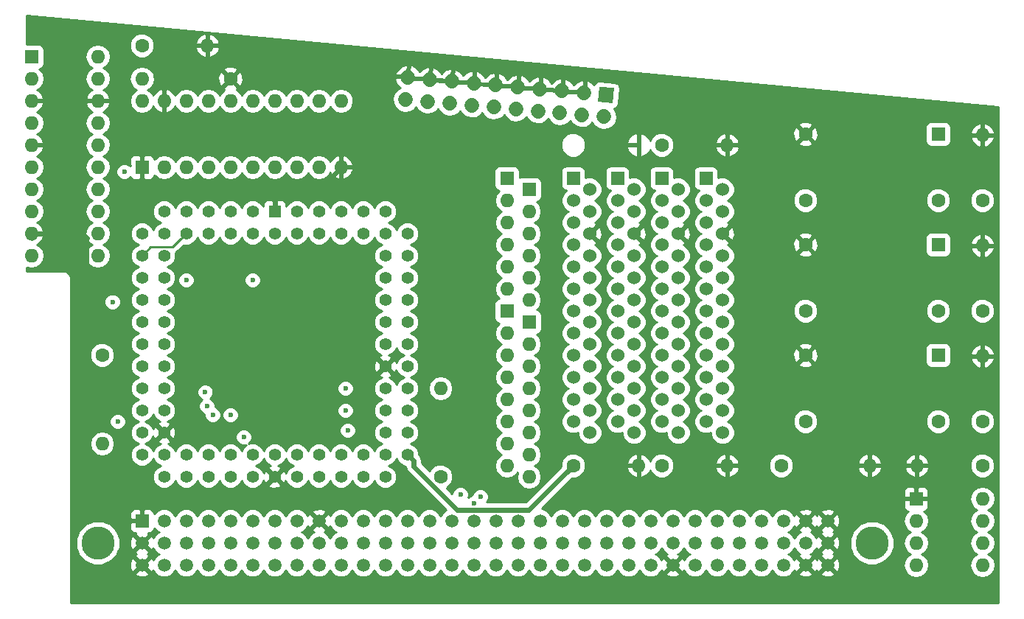
<source format=gbr>
G04 #@! TF.FileFunction,Copper,L2,Inr,Signal*
%FSLAX46Y46*%
G04 Gerber Fmt 4.6, Leading zero omitted, Abs format (unit mm)*
G04 Created by KiCad (PCBNEW 4.0.6) date Wednesday, 31 May 2017 22:47:01*
%MOMM*%
%LPD*%
G01*
G04 APERTURE LIST*
%ADD10C,0.100000*%
%ADD11R,1.524000X1.524000*%
%ADD12C,1.524000*%
%ADD13C,3.810000*%
%ADD14C,1.520000*%
%ADD15R,1.520000X1.520000*%
%ADD16R,1.600000X1.600000*%
%ADD17O,1.600000X1.600000*%
%ADD18C,1.600000*%
%ADD19C,1.727200*%
%ADD20R,1.397000X1.397000*%
%ADD21C,1.397000*%
%ADD22C,0.600000*%
%ADD23C,0.228600*%
%ADD24C,0.609600*%
%ADD25C,0.254000*%
G04 APERTURE END LIST*
D10*
D11*
X187960000Y-102870000D03*
D12*
X189865000Y-104140000D03*
X187960000Y-105410000D03*
X189865000Y-106680000D03*
X187960000Y-107950000D03*
X189865000Y-109220000D03*
X187960000Y-110490000D03*
X189865000Y-111760000D03*
X187960000Y-113030000D03*
X189865000Y-114300000D03*
X187960000Y-115570000D03*
X189865000Y-116840000D03*
X187960000Y-118110000D03*
X189865000Y-119380000D03*
X187960000Y-120650000D03*
X189865000Y-121920000D03*
X187960000Y-123190000D03*
X189865000Y-124460000D03*
X187960000Y-125730000D03*
X189865000Y-127000000D03*
X187960000Y-128270000D03*
X189865000Y-129540000D03*
X187960000Y-130810000D03*
X189865000Y-132080000D03*
D11*
X198120000Y-102870000D03*
D12*
X200025000Y-104140000D03*
X198120000Y-105410000D03*
X200025000Y-106680000D03*
X198120000Y-107950000D03*
X200025000Y-109220000D03*
X198120000Y-110490000D03*
X200025000Y-111760000D03*
X198120000Y-113030000D03*
X200025000Y-114300000D03*
X198120000Y-115570000D03*
X200025000Y-116840000D03*
X198120000Y-118110000D03*
X200025000Y-119380000D03*
X198120000Y-120650000D03*
X200025000Y-121920000D03*
X198120000Y-123190000D03*
X200025000Y-124460000D03*
X198120000Y-125730000D03*
X200025000Y-127000000D03*
X198120000Y-128270000D03*
X200025000Y-129540000D03*
X198120000Y-130810000D03*
X200025000Y-132080000D03*
D11*
X203200000Y-102870000D03*
D12*
X205105000Y-104140000D03*
X203200000Y-105410000D03*
X205105000Y-106680000D03*
X203200000Y-107950000D03*
X205105000Y-109220000D03*
X203200000Y-110490000D03*
X205105000Y-111760000D03*
X203200000Y-113030000D03*
X205105000Y-114300000D03*
X203200000Y-115570000D03*
X205105000Y-116840000D03*
X203200000Y-118110000D03*
X205105000Y-119380000D03*
X203200000Y-120650000D03*
X205105000Y-121920000D03*
X203200000Y-123190000D03*
X205105000Y-124460000D03*
X203200000Y-125730000D03*
X205105000Y-127000000D03*
X203200000Y-128270000D03*
X205105000Y-129540000D03*
X203200000Y-130810000D03*
X205105000Y-132080000D03*
D13*
X133350000Y-144780000D03*
X222250000Y-144780000D03*
D14*
X143510000Y-142240000D03*
X146050000Y-142240000D03*
X148590000Y-142240000D03*
X151130000Y-142240000D03*
X153670000Y-142240000D03*
X156210000Y-142240000D03*
X158750000Y-142240000D03*
X161290000Y-142240000D03*
X163830000Y-142240000D03*
X166370000Y-142240000D03*
X168910000Y-142240000D03*
X171450000Y-142240000D03*
X173990000Y-142240000D03*
X176530000Y-142240000D03*
X179070000Y-142240000D03*
X181610000Y-142240000D03*
X184150000Y-142240000D03*
X186690000Y-142240000D03*
X189230000Y-142240000D03*
X191770000Y-142240000D03*
X194310000Y-142240000D03*
X196850000Y-142240000D03*
X199390000Y-142240000D03*
X201930000Y-142240000D03*
X204470000Y-142240000D03*
X207010000Y-142240000D03*
X209550000Y-142240000D03*
X212090000Y-142240000D03*
X214630000Y-142240000D03*
X217170000Y-142240000D03*
X140970000Y-142240000D03*
D15*
X138430000Y-142240000D03*
D14*
X138430000Y-144780000D03*
X140970000Y-144780000D03*
X143510000Y-144780000D03*
X146050000Y-144780000D03*
X148590000Y-144780000D03*
X151130000Y-144780000D03*
X153670000Y-144780000D03*
X156210000Y-144780000D03*
X158750000Y-144780000D03*
X161290000Y-144780000D03*
X163830000Y-144780000D03*
X166370000Y-144780000D03*
X168910000Y-144780000D03*
X171450000Y-144780000D03*
X173990000Y-144780000D03*
X176530000Y-144780000D03*
X179070000Y-144780000D03*
X181610000Y-144780000D03*
X184150000Y-144780000D03*
X186690000Y-144780000D03*
X189230000Y-144780000D03*
X191770000Y-144780000D03*
X194310000Y-144780000D03*
X196850000Y-144780000D03*
X199390000Y-144780000D03*
X201930000Y-144780000D03*
X204470000Y-144780000D03*
X207010000Y-144780000D03*
X209550000Y-144780000D03*
X212090000Y-144780000D03*
X214630000Y-144780000D03*
X217170000Y-144780000D03*
X138430000Y-147320000D03*
X140970000Y-147320000D03*
X143510000Y-147320000D03*
X146050000Y-147320000D03*
X148590000Y-147320000D03*
X151130000Y-147320000D03*
X153670000Y-147320000D03*
X156210000Y-147320000D03*
X158750000Y-147320000D03*
X161290000Y-147320000D03*
X163830000Y-147320000D03*
X166370000Y-147320000D03*
X168910000Y-147320000D03*
X171450000Y-147320000D03*
X173990000Y-147320000D03*
X176530000Y-147320000D03*
X179070000Y-147320000D03*
X181610000Y-147320000D03*
X184150000Y-147320000D03*
X186690000Y-147320000D03*
X189230000Y-147320000D03*
X191770000Y-147320000D03*
X194310000Y-147320000D03*
X196850000Y-147320000D03*
X199390000Y-147320000D03*
X201930000Y-147320000D03*
X204470000Y-147320000D03*
X207010000Y-147320000D03*
X209550000Y-147320000D03*
X212090000Y-147320000D03*
X214630000Y-147320000D03*
X217170000Y-147320000D03*
D16*
X182880000Y-104140000D03*
D17*
X182880000Y-106680000D03*
X182880000Y-109220000D03*
X182880000Y-111760000D03*
X182880000Y-114300000D03*
X182880000Y-116840000D03*
D16*
X180340000Y-102870000D03*
D17*
X180340000Y-105410000D03*
X180340000Y-107950000D03*
X180340000Y-110490000D03*
X180340000Y-113030000D03*
X180340000Y-115570000D03*
D16*
X180340000Y-118110000D03*
D17*
X180340000Y-120650000D03*
X180340000Y-123190000D03*
X180340000Y-125730000D03*
X180340000Y-128270000D03*
X180340000Y-130810000D03*
X180340000Y-133350000D03*
X180340000Y-135890000D03*
D16*
X182880000Y-119380000D03*
D17*
X182880000Y-121920000D03*
X182880000Y-124460000D03*
X182880000Y-127000000D03*
X182880000Y-129540000D03*
X182880000Y-132080000D03*
X182880000Y-134620000D03*
X182880000Y-137160000D03*
D16*
X229870000Y-97790000D03*
D18*
X229870000Y-105410000D03*
X214630000Y-105410000D03*
X214630000Y-97790000D03*
D16*
X229870000Y-110490000D03*
D18*
X229870000Y-118110000D03*
X214630000Y-118110000D03*
X214630000Y-110490000D03*
D16*
X229870000Y-123190000D03*
D18*
X229870000Y-130810000D03*
X214630000Y-130810000D03*
X214630000Y-123190000D03*
X234950000Y-105410000D03*
D17*
X234950000Y-97910000D03*
D18*
X234950000Y-118110000D03*
D17*
X234950000Y-110610000D03*
D18*
X234950000Y-130810000D03*
D17*
X234950000Y-123310000D03*
D18*
X138430000Y-87630000D03*
D17*
X145930000Y-87630000D03*
D18*
X187960000Y-135890000D03*
D17*
X195460000Y-135890000D03*
D18*
X198120000Y-99060000D03*
D17*
X205620000Y-99060000D03*
D18*
X198120000Y-135890000D03*
D17*
X205620000Y-135890000D03*
D18*
X234950000Y-135890000D03*
D17*
X227450000Y-135890000D03*
D10*
G36*
X192647588Y-92491208D02*
X192497053Y-94211835D01*
X190776426Y-94061300D01*
X190926961Y-92340673D01*
X192647588Y-92491208D01*
X192647588Y-92491208D01*
G37*
D19*
X191490631Y-95806589D02*
X191490631Y-95806589D01*
X189181672Y-93054878D02*
X189181672Y-93054878D01*
X188960297Y-95585213D02*
X188960297Y-95585213D01*
X186651338Y-92833503D02*
X186651338Y-92833503D01*
X186429962Y-95363837D02*
X186429962Y-95363837D01*
X184121003Y-92612127D02*
X184121003Y-92612127D01*
X183899628Y-95142462D02*
X183899628Y-95142462D01*
X181590669Y-92390752D02*
X181590669Y-92390752D01*
X181369293Y-94921086D02*
X181369293Y-94921086D01*
X179060334Y-92169376D02*
X179060334Y-92169376D01*
X178838959Y-94699711D02*
X178838959Y-94699711D01*
X176530000Y-91948000D02*
X176530000Y-91948000D01*
X176308624Y-94478335D02*
X176308624Y-94478335D01*
X173999665Y-91726625D02*
X173999665Y-91726625D01*
X173778290Y-94256959D02*
X173778290Y-94256959D01*
X171469331Y-91505249D02*
X171469331Y-91505249D01*
X171247955Y-94035584D02*
X171247955Y-94035584D01*
X168938996Y-91283874D02*
X168938996Y-91283874D01*
X168717621Y-93814208D02*
X168717621Y-93814208D01*
D18*
X148590000Y-91440000D03*
D17*
X138430000Y-91440000D03*
D18*
X133858000Y-123190000D03*
D17*
X133858000Y-133350000D03*
D18*
X172720000Y-137160000D03*
D17*
X172720000Y-127000000D03*
D18*
X211836000Y-135890000D03*
D17*
X221996000Y-135890000D03*
D20*
X153670000Y-106680000D03*
D21*
X153670000Y-109220000D03*
X151130000Y-106680000D03*
X151130000Y-109220000D03*
X148590000Y-106680000D03*
X148590000Y-109220000D03*
X146050000Y-106680000D03*
X146050000Y-109220000D03*
X143510000Y-106680000D03*
X143510000Y-109220000D03*
X140970000Y-106680000D03*
X138430000Y-109220000D03*
X140970000Y-109220000D03*
X138430000Y-111760000D03*
X140970000Y-111760000D03*
X138430000Y-114300000D03*
X140970000Y-114300000D03*
X138430000Y-116840000D03*
X140970000Y-116840000D03*
X138430000Y-119380000D03*
X140970000Y-119380000D03*
X138430000Y-121920000D03*
X140970000Y-121920000D03*
X138430000Y-124460000D03*
X140970000Y-124460000D03*
X138430000Y-127000000D03*
X140970000Y-127000000D03*
X138430000Y-129540000D03*
X140970000Y-129540000D03*
X138430000Y-132080000D03*
X140970000Y-132080000D03*
X138430000Y-134620000D03*
X140970000Y-137160000D03*
X140970000Y-134620000D03*
X143510000Y-137160000D03*
X143510000Y-134620000D03*
X146050000Y-137160000D03*
X146050000Y-134620000D03*
X148590000Y-137160000D03*
X148590000Y-134620000D03*
X151130000Y-137160000D03*
X151130000Y-134620000D03*
X153670000Y-137160000D03*
X153670000Y-134620000D03*
X156210000Y-137160000D03*
X156210000Y-134620000D03*
X158750000Y-137160000D03*
X158750000Y-134620000D03*
X161290000Y-137160000D03*
X161290000Y-134620000D03*
X163830000Y-137160000D03*
X163830000Y-134620000D03*
X166370000Y-137160000D03*
X168910000Y-134620000D03*
X166370000Y-134620000D03*
X168910000Y-132080000D03*
X166370000Y-132080000D03*
X168910000Y-129540000D03*
X166370000Y-129540000D03*
X168910000Y-127000000D03*
X166370000Y-127000000D03*
X168910000Y-124460000D03*
X166370000Y-124460000D03*
X168910000Y-121920000D03*
X166370000Y-121920000D03*
X168910000Y-119380000D03*
X166370000Y-119380000D03*
X168910000Y-116840000D03*
X166370000Y-116840000D03*
X168910000Y-114300000D03*
X166370000Y-114300000D03*
X168910000Y-111760000D03*
X166370000Y-111760000D03*
X168910000Y-109220000D03*
X166370000Y-106680000D03*
X166370000Y-109220000D03*
X163830000Y-106680000D03*
X163830000Y-109220000D03*
X161290000Y-106680000D03*
X161290000Y-109220000D03*
X158750000Y-106680000D03*
X158750000Y-109220000D03*
X156210000Y-106680000D03*
X156210000Y-109220000D03*
D16*
X125730000Y-88900000D03*
D17*
X133350000Y-111760000D03*
X125730000Y-91440000D03*
X133350000Y-109220000D03*
X125730000Y-93980000D03*
X133350000Y-106680000D03*
X125730000Y-96520000D03*
X133350000Y-104140000D03*
X125730000Y-99060000D03*
X133350000Y-101600000D03*
X125730000Y-101600000D03*
X133350000Y-99060000D03*
X125730000Y-104140000D03*
X133350000Y-96520000D03*
X125730000Y-106680000D03*
X133350000Y-93980000D03*
X125730000Y-109220000D03*
X133350000Y-91440000D03*
X125730000Y-111760000D03*
X133350000Y-88900000D03*
D16*
X138430000Y-101600000D03*
D17*
X161290000Y-93980000D03*
X140970000Y-101600000D03*
X158750000Y-93980000D03*
X143510000Y-101600000D03*
X156210000Y-93980000D03*
X146050000Y-101600000D03*
X153670000Y-93980000D03*
X148590000Y-101600000D03*
X151130000Y-93980000D03*
X151130000Y-101600000D03*
X148590000Y-93980000D03*
X153670000Y-101600000D03*
X146050000Y-93980000D03*
X156210000Y-101600000D03*
X143510000Y-93980000D03*
X158750000Y-101600000D03*
X140970000Y-93980000D03*
X161290000Y-101600000D03*
X138430000Y-93980000D03*
D16*
X227330000Y-139700000D03*
D17*
X234950000Y-147320000D03*
X227330000Y-142240000D03*
X234950000Y-144780000D03*
X227330000Y-144780000D03*
X234950000Y-142240000D03*
X227330000Y-147320000D03*
X234950000Y-139700000D03*
D11*
X193040000Y-102870000D03*
D12*
X194945000Y-104140000D03*
X193040000Y-105410000D03*
X194945000Y-106680000D03*
X193040000Y-107950000D03*
X194945000Y-109220000D03*
X193040000Y-110490000D03*
X194945000Y-111760000D03*
X193040000Y-113030000D03*
X194945000Y-114300000D03*
X193040000Y-115570000D03*
X194945000Y-116840000D03*
X193040000Y-118110000D03*
X194945000Y-119380000D03*
X193040000Y-120650000D03*
X194945000Y-121920000D03*
X193040000Y-123190000D03*
X194945000Y-124460000D03*
X193040000Y-125730000D03*
X194945000Y-127000000D03*
X193040000Y-128270000D03*
X194945000Y-129540000D03*
X193040000Y-130810000D03*
X194945000Y-132080000D03*
D22*
X132334000Y-116332000D03*
X175006000Y-139192000D03*
X150114000Y-132588000D03*
X145691291Y-127434079D03*
X135043890Y-117076233D03*
X136398000Y-102108000D03*
X135636000Y-130810000D03*
X151130000Y-114554000D03*
X177292000Y-139446000D03*
X176530000Y-140208000D03*
X145880110Y-129044072D03*
X146558000Y-130048000D03*
X148590000Y-130048000D03*
X162052000Y-131826000D03*
X161798000Y-129540000D03*
X161798000Y-127000000D03*
X143510000Y-114554000D03*
D23*
X138430000Y-111760000D02*
X139420601Y-110769399D01*
X139420601Y-110769399D02*
X141960601Y-110769399D01*
X141960601Y-110769399D02*
X142811501Y-109918499D01*
X142811501Y-109918499D02*
X143510000Y-109220000D01*
D24*
X154901900Y-104140000D02*
X158750000Y-104140000D01*
X158750000Y-104140000D02*
X161290000Y-101600000D01*
X153670000Y-106680000D02*
X153670000Y-105371900D01*
X153670000Y-105371900D02*
X154901900Y-104140000D01*
X125730000Y-109220000D02*
X131572000Y-109220000D01*
X131572000Y-109220000D02*
X132080000Y-109728000D01*
X132080000Y-109728000D02*
X132067399Y-109740601D01*
X132067399Y-109740601D02*
X132067399Y-115641135D01*
X132067399Y-115641135D02*
X132334000Y-115907736D01*
X132334000Y-115907736D02*
X132334000Y-116332000D01*
X125730000Y-109728000D02*
X125730000Y-109220000D01*
X168910000Y-134620000D02*
X169608499Y-135318499D01*
X169608499Y-135318499D02*
X169608499Y-135946749D01*
X169608499Y-135946749D02*
X174659149Y-140997399D01*
X174659149Y-140997399D02*
X182852601Y-140997399D01*
X182852601Y-140997399D02*
X187160001Y-136689999D01*
X187160001Y-136689999D02*
X187960000Y-135890000D01*
D25*
G36*
X236780000Y-94626645D02*
X236780000Y-151690000D01*
X130250000Y-151690000D01*
X130250000Y-148298764D01*
X137630841Y-148298764D01*
X137700059Y-148540742D01*
X138222780Y-148727155D01*
X138777049Y-148699341D01*
X139159941Y-148540742D01*
X139229159Y-148298764D01*
X138430000Y-147499605D01*
X137630841Y-148298764D01*
X130250000Y-148298764D01*
X130250000Y-145283021D01*
X130809560Y-145283021D01*
X131195437Y-146216915D01*
X131909327Y-146932052D01*
X132842546Y-147319559D01*
X133853021Y-147320440D01*
X134355596Y-147112780D01*
X137022845Y-147112780D01*
X137050659Y-147667049D01*
X137209258Y-148049941D01*
X137451236Y-148119159D01*
X138250395Y-147320000D01*
X137451236Y-146520841D01*
X137209258Y-146590059D01*
X137022845Y-147112780D01*
X134355596Y-147112780D01*
X134786915Y-146934563D01*
X135502052Y-146220673D01*
X135693853Y-145758764D01*
X137630841Y-145758764D01*
X137700059Y-146000742D01*
X137827863Y-146046320D01*
X137700059Y-146099258D01*
X137630841Y-146341236D01*
X138430000Y-147140395D01*
X139229159Y-146341236D01*
X139159941Y-146099258D01*
X139032137Y-146053680D01*
X139159941Y-146000742D01*
X139229159Y-145758764D01*
X138430000Y-144959605D01*
X137630841Y-145758764D01*
X135693853Y-145758764D01*
X135889559Y-145287454D01*
X135890182Y-144572780D01*
X137022845Y-144572780D01*
X137050659Y-145127049D01*
X137209258Y-145509941D01*
X137451236Y-145579159D01*
X138250395Y-144780000D01*
X137451236Y-143980841D01*
X137209258Y-144050059D01*
X137022845Y-144572780D01*
X135890182Y-144572780D01*
X135890440Y-144276979D01*
X135504563Y-143343085D01*
X134790673Y-142627948D01*
X134544554Y-142525750D01*
X137035000Y-142525750D01*
X137035000Y-143126310D01*
X137131673Y-143359699D01*
X137310302Y-143538327D01*
X137543691Y-143635000D01*
X137678393Y-143635000D01*
X137630841Y-143801236D01*
X138430000Y-144600395D01*
X139229159Y-143801236D01*
X139181607Y-143635000D01*
X139316309Y-143635000D01*
X139549698Y-143538327D01*
X139728327Y-143359699D01*
X139825000Y-143126310D01*
X139825000Y-143067552D01*
X140178764Y-143421934D01*
X140390738Y-143509954D01*
X140180828Y-143596687D01*
X139788066Y-143988764D01*
X139706609Y-144184934D01*
X139650742Y-144050059D01*
X139408764Y-143980841D01*
X138609605Y-144780000D01*
X139408764Y-145579159D01*
X139650742Y-145509941D01*
X139702382Y-145365138D01*
X139786687Y-145569172D01*
X140178764Y-145961934D01*
X140390738Y-146049954D01*
X140180828Y-146136687D01*
X139788066Y-146528764D01*
X139706609Y-146724934D01*
X139650742Y-146590059D01*
X139408764Y-146520841D01*
X138609605Y-147320000D01*
X139408764Y-148119159D01*
X139650742Y-148049941D01*
X139702382Y-147905138D01*
X139786687Y-148109172D01*
X140178764Y-148501934D01*
X140691300Y-148714758D01*
X141246265Y-148715242D01*
X141759172Y-148503313D01*
X142151934Y-148111236D01*
X142239954Y-147899262D01*
X142326687Y-148109172D01*
X142718764Y-148501934D01*
X143231300Y-148714758D01*
X143786265Y-148715242D01*
X144299172Y-148503313D01*
X144691934Y-148111236D01*
X144779954Y-147899262D01*
X144866687Y-148109172D01*
X145258764Y-148501934D01*
X145771300Y-148714758D01*
X146326265Y-148715242D01*
X146839172Y-148503313D01*
X147231934Y-148111236D01*
X147319954Y-147899262D01*
X147406687Y-148109172D01*
X147798764Y-148501934D01*
X148311300Y-148714758D01*
X148866265Y-148715242D01*
X149379172Y-148503313D01*
X149771934Y-148111236D01*
X149859954Y-147899262D01*
X149946687Y-148109172D01*
X150338764Y-148501934D01*
X150851300Y-148714758D01*
X151406265Y-148715242D01*
X151919172Y-148503313D01*
X152311934Y-148111236D01*
X152399954Y-147899262D01*
X152486687Y-148109172D01*
X152878764Y-148501934D01*
X153391300Y-148714758D01*
X153946265Y-148715242D01*
X154459172Y-148503313D01*
X154851934Y-148111236D01*
X154939954Y-147899262D01*
X155026687Y-148109172D01*
X155418764Y-148501934D01*
X155931300Y-148714758D01*
X156486265Y-148715242D01*
X156999172Y-148503313D01*
X157391934Y-148111236D01*
X157479954Y-147899262D01*
X157566687Y-148109172D01*
X157958764Y-148501934D01*
X158471300Y-148714758D01*
X159026265Y-148715242D01*
X159539172Y-148503313D01*
X159931934Y-148111236D01*
X160019954Y-147899262D01*
X160106687Y-148109172D01*
X160498764Y-148501934D01*
X161011300Y-148714758D01*
X161566265Y-148715242D01*
X162079172Y-148503313D01*
X162471934Y-148111236D01*
X162559954Y-147899262D01*
X162646687Y-148109172D01*
X163038764Y-148501934D01*
X163551300Y-148714758D01*
X164106265Y-148715242D01*
X164619172Y-148503313D01*
X165011934Y-148111236D01*
X165099954Y-147899262D01*
X165186687Y-148109172D01*
X165578764Y-148501934D01*
X166091300Y-148714758D01*
X166646265Y-148715242D01*
X167159172Y-148503313D01*
X167551934Y-148111236D01*
X167639954Y-147899262D01*
X167726687Y-148109172D01*
X168118764Y-148501934D01*
X168631300Y-148714758D01*
X169186265Y-148715242D01*
X169699172Y-148503313D01*
X170091934Y-148111236D01*
X170179954Y-147899262D01*
X170266687Y-148109172D01*
X170658764Y-148501934D01*
X171171300Y-148714758D01*
X171726265Y-148715242D01*
X172239172Y-148503313D01*
X172631934Y-148111236D01*
X172719954Y-147899262D01*
X172806687Y-148109172D01*
X173198764Y-148501934D01*
X173711300Y-148714758D01*
X174266265Y-148715242D01*
X174779172Y-148503313D01*
X175171934Y-148111236D01*
X175259954Y-147899262D01*
X175346687Y-148109172D01*
X175738764Y-148501934D01*
X176251300Y-148714758D01*
X176806265Y-148715242D01*
X177319172Y-148503313D01*
X177711934Y-148111236D01*
X177799954Y-147899262D01*
X177886687Y-148109172D01*
X178278764Y-148501934D01*
X178791300Y-148714758D01*
X179346265Y-148715242D01*
X179859172Y-148503313D01*
X180251934Y-148111236D01*
X180339954Y-147899262D01*
X180426687Y-148109172D01*
X180818764Y-148501934D01*
X181331300Y-148714758D01*
X181886265Y-148715242D01*
X182399172Y-148503313D01*
X182791934Y-148111236D01*
X182879954Y-147899262D01*
X182966687Y-148109172D01*
X183358764Y-148501934D01*
X183871300Y-148714758D01*
X184426265Y-148715242D01*
X184939172Y-148503313D01*
X185331934Y-148111236D01*
X185419954Y-147899262D01*
X185506687Y-148109172D01*
X185898764Y-148501934D01*
X186411300Y-148714758D01*
X186966265Y-148715242D01*
X187479172Y-148503313D01*
X187871934Y-148111236D01*
X187959954Y-147899262D01*
X188046687Y-148109172D01*
X188438764Y-148501934D01*
X188951300Y-148714758D01*
X189506265Y-148715242D01*
X190019172Y-148503313D01*
X190411934Y-148111236D01*
X190499954Y-147899262D01*
X190586687Y-148109172D01*
X190978764Y-148501934D01*
X191491300Y-148714758D01*
X192046265Y-148715242D01*
X192559172Y-148503313D01*
X192951934Y-148111236D01*
X193039954Y-147899262D01*
X193126687Y-148109172D01*
X193518764Y-148501934D01*
X194031300Y-148714758D01*
X194586265Y-148715242D01*
X195099172Y-148503313D01*
X195491934Y-148111236D01*
X195579954Y-147899262D01*
X195666687Y-148109172D01*
X196058764Y-148501934D01*
X196571300Y-148714758D01*
X197126265Y-148715242D01*
X197639172Y-148503313D01*
X197844078Y-148298764D01*
X198590841Y-148298764D01*
X198660059Y-148540742D01*
X199182780Y-148727155D01*
X199737049Y-148699341D01*
X200119941Y-148540742D01*
X200189159Y-148298764D01*
X199390000Y-147499605D01*
X198590841Y-148298764D01*
X197844078Y-148298764D01*
X198031934Y-148111236D01*
X198113391Y-147915066D01*
X198169258Y-148049941D01*
X198411236Y-148119159D01*
X199210395Y-147320000D01*
X198411236Y-146520841D01*
X198169258Y-146590059D01*
X198117618Y-146734862D01*
X198033313Y-146530828D01*
X197641236Y-146138066D01*
X197429262Y-146050046D01*
X197639172Y-145963313D01*
X198031934Y-145571236D01*
X198119954Y-145359262D01*
X198206687Y-145569172D01*
X198598764Y-145961934D01*
X198794934Y-146043391D01*
X198660059Y-146099258D01*
X198590841Y-146341236D01*
X199390000Y-147140395D01*
X200189159Y-146341236D01*
X200119941Y-146099258D01*
X199975138Y-146047618D01*
X200179172Y-145963313D01*
X200571934Y-145571236D01*
X200659954Y-145359262D01*
X200746687Y-145569172D01*
X201138764Y-145961934D01*
X201350738Y-146049954D01*
X201140828Y-146136687D01*
X200748066Y-146528764D01*
X200666609Y-146724934D01*
X200610742Y-146590059D01*
X200368764Y-146520841D01*
X199569605Y-147320000D01*
X200368764Y-148119159D01*
X200610742Y-148049941D01*
X200662382Y-147905138D01*
X200746687Y-148109172D01*
X201138764Y-148501934D01*
X201651300Y-148714758D01*
X202206265Y-148715242D01*
X202719172Y-148503313D01*
X203111934Y-148111236D01*
X203199954Y-147899262D01*
X203286687Y-148109172D01*
X203678764Y-148501934D01*
X204191300Y-148714758D01*
X204746265Y-148715242D01*
X205259172Y-148503313D01*
X205651934Y-148111236D01*
X205739954Y-147899262D01*
X205826687Y-148109172D01*
X206218764Y-148501934D01*
X206731300Y-148714758D01*
X207286265Y-148715242D01*
X207799172Y-148503313D01*
X208191934Y-148111236D01*
X208279954Y-147899262D01*
X208366687Y-148109172D01*
X208758764Y-148501934D01*
X209271300Y-148714758D01*
X209826265Y-148715242D01*
X210339172Y-148503313D01*
X210731934Y-148111236D01*
X210819954Y-147899262D01*
X210906687Y-148109172D01*
X211298764Y-148501934D01*
X211811300Y-148714758D01*
X212366265Y-148715242D01*
X212879172Y-148503313D01*
X213084078Y-148298764D01*
X213830841Y-148298764D01*
X213900059Y-148540742D01*
X214422780Y-148727155D01*
X214977049Y-148699341D01*
X215359941Y-148540742D01*
X215429159Y-148298764D01*
X216370841Y-148298764D01*
X216440059Y-148540742D01*
X216962780Y-148727155D01*
X217517049Y-148699341D01*
X217899941Y-148540742D01*
X217969159Y-148298764D01*
X217170000Y-147499605D01*
X216370841Y-148298764D01*
X215429159Y-148298764D01*
X214630000Y-147499605D01*
X213830841Y-148298764D01*
X213084078Y-148298764D01*
X213271934Y-148111236D01*
X213353391Y-147915066D01*
X213409258Y-148049941D01*
X213651236Y-148119159D01*
X214450395Y-147320000D01*
X214809605Y-147320000D01*
X215608764Y-148119159D01*
X215850742Y-148049941D01*
X215896320Y-147922137D01*
X215949258Y-148049941D01*
X216191236Y-148119159D01*
X216990395Y-147320000D01*
X217349605Y-147320000D01*
X218148764Y-148119159D01*
X218390742Y-148049941D01*
X218577155Y-147527220D01*
X218549341Y-146972951D01*
X218390742Y-146590059D01*
X218148764Y-146520841D01*
X217349605Y-147320000D01*
X216990395Y-147320000D01*
X216191236Y-146520841D01*
X215949258Y-146590059D01*
X215903680Y-146717863D01*
X215850742Y-146590059D01*
X215608764Y-146520841D01*
X214809605Y-147320000D01*
X214450395Y-147320000D01*
X213651236Y-146520841D01*
X213409258Y-146590059D01*
X213357618Y-146734862D01*
X213273313Y-146530828D01*
X212881236Y-146138066D01*
X212669262Y-146050046D01*
X212879172Y-145963313D01*
X213271934Y-145571236D01*
X213359954Y-145359262D01*
X213446687Y-145569172D01*
X213838764Y-145961934D01*
X214034934Y-146043391D01*
X213900059Y-146099258D01*
X213830841Y-146341236D01*
X214630000Y-147140395D01*
X215429159Y-146341236D01*
X215359941Y-146099258D01*
X215215138Y-146047618D01*
X215419172Y-145963313D01*
X215624078Y-145758764D01*
X216370841Y-145758764D01*
X216440059Y-146000742D01*
X216567863Y-146046320D01*
X216440059Y-146099258D01*
X216370841Y-146341236D01*
X217170000Y-147140395D01*
X217969159Y-146341236D01*
X217899941Y-146099258D01*
X217772137Y-146053680D01*
X217899941Y-146000742D01*
X217969159Y-145758764D01*
X217170000Y-144959605D01*
X216370841Y-145758764D01*
X215624078Y-145758764D01*
X215811934Y-145571236D01*
X215893391Y-145375066D01*
X215949258Y-145509941D01*
X216191236Y-145579159D01*
X216990395Y-144780000D01*
X217349605Y-144780000D01*
X218148764Y-145579159D01*
X218390742Y-145509941D01*
X218471666Y-145283021D01*
X219709560Y-145283021D01*
X220095437Y-146216915D01*
X220809327Y-146932052D01*
X221742546Y-147319559D01*
X222753021Y-147320440D01*
X223686915Y-146934563D01*
X224402052Y-146220673D01*
X224789559Y-145287454D01*
X224790440Y-144276979D01*
X224404563Y-143343085D01*
X223690673Y-142627948D01*
X222757454Y-142240441D01*
X222251644Y-142240000D01*
X225866887Y-142240000D01*
X225976120Y-142789151D01*
X226287189Y-143254698D01*
X226669275Y-143510000D01*
X226287189Y-143765302D01*
X225976120Y-144230849D01*
X225866887Y-144780000D01*
X225976120Y-145329151D01*
X226287189Y-145794698D01*
X226669275Y-146050000D01*
X226287189Y-146305302D01*
X225976120Y-146770849D01*
X225866887Y-147320000D01*
X225976120Y-147869151D01*
X226287189Y-148334698D01*
X226752736Y-148645767D01*
X227301887Y-148755000D01*
X227358113Y-148755000D01*
X227907264Y-148645767D01*
X228372811Y-148334698D01*
X228683880Y-147869151D01*
X228793113Y-147320000D01*
X228683880Y-146770849D01*
X228372811Y-146305302D01*
X227990725Y-146050000D01*
X228372811Y-145794698D01*
X228683880Y-145329151D01*
X228793113Y-144780000D01*
X228683880Y-144230849D01*
X228372811Y-143765302D01*
X227990725Y-143510000D01*
X228372811Y-143254698D01*
X228683880Y-142789151D01*
X228793113Y-142240000D01*
X228683880Y-141690849D01*
X228372811Y-141225302D01*
X228237665Y-141135000D01*
X228256309Y-141135000D01*
X228489698Y-141038327D01*
X228668327Y-140859699D01*
X228765000Y-140626310D01*
X228765000Y-139985750D01*
X228606250Y-139827000D01*
X227457000Y-139827000D01*
X227457000Y-139847000D01*
X227203000Y-139847000D01*
X227203000Y-139827000D01*
X226053750Y-139827000D01*
X225895000Y-139985750D01*
X225895000Y-140626310D01*
X225991673Y-140859699D01*
X226170302Y-141038327D01*
X226403691Y-141135000D01*
X226422335Y-141135000D01*
X226287189Y-141225302D01*
X225976120Y-141690849D01*
X225866887Y-142240000D01*
X222251644Y-142240000D01*
X221746979Y-142239560D01*
X220813085Y-142625437D01*
X220097948Y-143339327D01*
X219710441Y-144272546D01*
X219709560Y-145283021D01*
X218471666Y-145283021D01*
X218577155Y-144987220D01*
X218549341Y-144432951D01*
X218390742Y-144050059D01*
X218148764Y-143980841D01*
X217349605Y-144780000D01*
X216990395Y-144780000D01*
X216191236Y-143980841D01*
X215949258Y-144050059D01*
X215897618Y-144194862D01*
X215813313Y-143990828D01*
X215421236Y-143598066D01*
X215225066Y-143516609D01*
X215359941Y-143460742D01*
X215429159Y-143218764D01*
X216370841Y-143218764D01*
X216440059Y-143460742D01*
X216567863Y-143506320D01*
X216440059Y-143559258D01*
X216370841Y-143801236D01*
X217170000Y-144600395D01*
X217969159Y-143801236D01*
X217899941Y-143559258D01*
X217772137Y-143513680D01*
X217899941Y-143460742D01*
X217969159Y-143218764D01*
X217170000Y-142419605D01*
X216370841Y-143218764D01*
X215429159Y-143218764D01*
X214630000Y-142419605D01*
X213830841Y-143218764D01*
X213900059Y-143460742D01*
X214044862Y-143512382D01*
X213840828Y-143596687D01*
X213448066Y-143988764D01*
X213360046Y-144200738D01*
X213273313Y-143990828D01*
X212881236Y-143598066D01*
X212669262Y-143510046D01*
X212879172Y-143423313D01*
X213271934Y-143031236D01*
X213353391Y-142835066D01*
X213409258Y-142969941D01*
X213651236Y-143039159D01*
X214450395Y-142240000D01*
X214809605Y-142240000D01*
X215608764Y-143039159D01*
X215850742Y-142969941D01*
X215896320Y-142842137D01*
X215949258Y-142969941D01*
X216191236Y-143039159D01*
X216990395Y-142240000D01*
X217349605Y-142240000D01*
X218148764Y-143039159D01*
X218390742Y-142969941D01*
X218577155Y-142447220D01*
X218549341Y-141892951D01*
X218390742Y-141510059D01*
X218148764Y-141440841D01*
X217349605Y-142240000D01*
X216990395Y-142240000D01*
X216191236Y-141440841D01*
X215949258Y-141510059D01*
X215903680Y-141637863D01*
X215850742Y-141510059D01*
X215608764Y-141440841D01*
X214809605Y-142240000D01*
X214450395Y-142240000D01*
X213651236Y-141440841D01*
X213409258Y-141510059D01*
X213357618Y-141654862D01*
X213273313Y-141450828D01*
X213084052Y-141261236D01*
X213830841Y-141261236D01*
X214630000Y-142060395D01*
X215429159Y-141261236D01*
X216370841Y-141261236D01*
X217170000Y-142060395D01*
X217969159Y-141261236D01*
X217899941Y-141019258D01*
X217377220Y-140832845D01*
X216822951Y-140860659D01*
X216440059Y-141019258D01*
X216370841Y-141261236D01*
X215429159Y-141261236D01*
X215359941Y-141019258D01*
X214837220Y-140832845D01*
X214282951Y-140860659D01*
X213900059Y-141019258D01*
X213830841Y-141261236D01*
X213084052Y-141261236D01*
X212881236Y-141058066D01*
X212368700Y-140845242D01*
X211813735Y-140844758D01*
X211300828Y-141056687D01*
X210908066Y-141448764D01*
X210820046Y-141660738D01*
X210733313Y-141450828D01*
X210341236Y-141058066D01*
X209828700Y-140845242D01*
X209273735Y-140844758D01*
X208760828Y-141056687D01*
X208368066Y-141448764D01*
X208280046Y-141660738D01*
X208193313Y-141450828D01*
X207801236Y-141058066D01*
X207288700Y-140845242D01*
X206733735Y-140844758D01*
X206220828Y-141056687D01*
X205828066Y-141448764D01*
X205740046Y-141660738D01*
X205653313Y-141450828D01*
X205261236Y-141058066D01*
X204748700Y-140845242D01*
X204193735Y-140844758D01*
X203680828Y-141056687D01*
X203288066Y-141448764D01*
X203200046Y-141660738D01*
X203113313Y-141450828D01*
X202721236Y-141058066D01*
X202208700Y-140845242D01*
X201653735Y-140844758D01*
X201140828Y-141056687D01*
X200748066Y-141448764D01*
X200660046Y-141660738D01*
X200573313Y-141450828D01*
X200181236Y-141058066D01*
X199668700Y-140845242D01*
X199113735Y-140844758D01*
X198600828Y-141056687D01*
X198208066Y-141448764D01*
X198120046Y-141660738D01*
X198033313Y-141450828D01*
X197641236Y-141058066D01*
X197128700Y-140845242D01*
X196573735Y-140844758D01*
X196060828Y-141056687D01*
X195668066Y-141448764D01*
X195580046Y-141660738D01*
X195493313Y-141450828D01*
X195101236Y-141058066D01*
X194588700Y-140845242D01*
X194033735Y-140844758D01*
X193520828Y-141056687D01*
X193128066Y-141448764D01*
X193040046Y-141660738D01*
X192953313Y-141450828D01*
X192561236Y-141058066D01*
X192048700Y-140845242D01*
X191493735Y-140844758D01*
X190980828Y-141056687D01*
X190588066Y-141448764D01*
X190500046Y-141660738D01*
X190413313Y-141450828D01*
X190021236Y-141058066D01*
X189508700Y-140845242D01*
X188953735Y-140844758D01*
X188440828Y-141056687D01*
X188048066Y-141448764D01*
X187960046Y-141660738D01*
X187873313Y-141450828D01*
X187481236Y-141058066D01*
X186968700Y-140845242D01*
X186413735Y-140844758D01*
X185900828Y-141056687D01*
X185508066Y-141448764D01*
X185420046Y-141660738D01*
X185333313Y-141450828D01*
X184941236Y-141058066D01*
X184428700Y-140845242D01*
X184333919Y-140845159D01*
X185479078Y-139700000D01*
X233486887Y-139700000D01*
X233596120Y-140249151D01*
X233907189Y-140714698D01*
X234289275Y-140970000D01*
X233907189Y-141225302D01*
X233596120Y-141690849D01*
X233486887Y-142240000D01*
X233596120Y-142789151D01*
X233907189Y-143254698D01*
X234289275Y-143510000D01*
X233907189Y-143765302D01*
X233596120Y-144230849D01*
X233486887Y-144780000D01*
X233596120Y-145329151D01*
X233907189Y-145794698D01*
X234289275Y-146050000D01*
X233907189Y-146305302D01*
X233596120Y-146770849D01*
X233486887Y-147320000D01*
X233596120Y-147869151D01*
X233907189Y-148334698D01*
X234372736Y-148645767D01*
X234921887Y-148755000D01*
X234978113Y-148755000D01*
X235527264Y-148645767D01*
X235992811Y-148334698D01*
X236303880Y-147869151D01*
X236413113Y-147320000D01*
X236303880Y-146770849D01*
X235992811Y-146305302D01*
X235610725Y-146050000D01*
X235992811Y-145794698D01*
X236303880Y-145329151D01*
X236413113Y-144780000D01*
X236303880Y-144230849D01*
X235992811Y-143765302D01*
X235610725Y-143510000D01*
X235992811Y-143254698D01*
X236303880Y-142789151D01*
X236413113Y-142240000D01*
X236303880Y-141690849D01*
X235992811Y-141225302D01*
X235610725Y-140970000D01*
X235992811Y-140714698D01*
X236303880Y-140249151D01*
X236413113Y-139700000D01*
X236303880Y-139150849D01*
X235992811Y-138685302D01*
X235527264Y-138374233D01*
X234978113Y-138265000D01*
X234921887Y-138265000D01*
X234372736Y-138374233D01*
X233907189Y-138685302D01*
X233596120Y-139150849D01*
X233486887Y-139700000D01*
X185479078Y-139700000D01*
X186405388Y-138773690D01*
X225895000Y-138773690D01*
X225895000Y-139414250D01*
X226053750Y-139573000D01*
X227203000Y-139573000D01*
X227203000Y-138423750D01*
X227457000Y-138423750D01*
X227457000Y-139573000D01*
X228606250Y-139573000D01*
X228765000Y-139414250D01*
X228765000Y-138773690D01*
X228668327Y-138540301D01*
X228489698Y-138361673D01*
X228256309Y-138265000D01*
X227615750Y-138265000D01*
X227457000Y-138423750D01*
X227203000Y-138423750D01*
X227044250Y-138265000D01*
X226403691Y-138265000D01*
X226170302Y-138361673D01*
X225991673Y-138540301D01*
X225895000Y-138773690D01*
X186405388Y-138773690D01*
X187854170Y-137324908D01*
X188244187Y-137325248D01*
X188771800Y-137107243D01*
X189175824Y-136703923D01*
X189368860Y-136239039D01*
X194068096Y-136239039D01*
X194228959Y-136627423D01*
X194604866Y-137042389D01*
X195110959Y-137281914D01*
X195333000Y-137160629D01*
X195333000Y-136017000D01*
X194190085Y-136017000D01*
X194068096Y-136239039D01*
X189368860Y-136239039D01*
X189394750Y-136176691D01*
X189395248Y-135605813D01*
X189368452Y-135540961D01*
X194068096Y-135540961D01*
X194190085Y-135763000D01*
X195333000Y-135763000D01*
X195333000Y-134619371D01*
X195587000Y-134619371D01*
X195587000Y-135763000D01*
X195607000Y-135763000D01*
X195607000Y-136017000D01*
X195587000Y-136017000D01*
X195587000Y-137160629D01*
X195809041Y-137281914D01*
X196315134Y-137042389D01*
X196691041Y-136627423D01*
X196781642Y-136408678D01*
X196902757Y-136701800D01*
X197306077Y-137105824D01*
X197833309Y-137324750D01*
X198404187Y-137325248D01*
X198931800Y-137107243D01*
X199335824Y-136703923D01*
X199528860Y-136239039D01*
X204228096Y-136239039D01*
X204388959Y-136627423D01*
X204764866Y-137042389D01*
X205270959Y-137281914D01*
X205493000Y-137160629D01*
X205493000Y-136017000D01*
X205747000Y-136017000D01*
X205747000Y-137160629D01*
X205969041Y-137281914D01*
X206475134Y-137042389D01*
X206851041Y-136627423D01*
X207011904Y-136239039D01*
X206976275Y-136174187D01*
X210400752Y-136174187D01*
X210618757Y-136701800D01*
X211022077Y-137105824D01*
X211549309Y-137324750D01*
X212120187Y-137325248D01*
X212647800Y-137107243D01*
X213051824Y-136703923D01*
X213244860Y-136239039D01*
X220604096Y-136239039D01*
X220764959Y-136627423D01*
X221140866Y-137042389D01*
X221646959Y-137281914D01*
X221869000Y-137160629D01*
X221869000Y-136017000D01*
X222123000Y-136017000D01*
X222123000Y-137160629D01*
X222345041Y-137281914D01*
X222851134Y-137042389D01*
X223227041Y-136627423D01*
X223387904Y-136239039D01*
X226058096Y-136239039D01*
X226218959Y-136627423D01*
X226594866Y-137042389D01*
X227100959Y-137281914D01*
X227323000Y-137160629D01*
X227323000Y-136017000D01*
X227577000Y-136017000D01*
X227577000Y-137160629D01*
X227799041Y-137281914D01*
X228305134Y-137042389D01*
X228681041Y-136627423D01*
X228841904Y-136239039D01*
X228806275Y-136174187D01*
X233514752Y-136174187D01*
X233732757Y-136701800D01*
X234136077Y-137105824D01*
X234663309Y-137324750D01*
X235234187Y-137325248D01*
X235761800Y-137107243D01*
X236165824Y-136703923D01*
X236384750Y-136176691D01*
X236385248Y-135605813D01*
X236167243Y-135078200D01*
X235763923Y-134674176D01*
X235236691Y-134455250D01*
X234665813Y-134454752D01*
X234138200Y-134672757D01*
X233734176Y-135076077D01*
X233515250Y-135603309D01*
X233514752Y-136174187D01*
X228806275Y-136174187D01*
X228719915Y-136017000D01*
X227577000Y-136017000D01*
X227323000Y-136017000D01*
X226180085Y-136017000D01*
X226058096Y-136239039D01*
X223387904Y-136239039D01*
X223265915Y-136017000D01*
X222123000Y-136017000D01*
X221869000Y-136017000D01*
X220726085Y-136017000D01*
X220604096Y-136239039D01*
X213244860Y-136239039D01*
X213270750Y-136176691D01*
X213271248Y-135605813D01*
X213244452Y-135540961D01*
X220604096Y-135540961D01*
X220726085Y-135763000D01*
X221869000Y-135763000D01*
X221869000Y-134619371D01*
X222123000Y-134619371D01*
X222123000Y-135763000D01*
X223265915Y-135763000D01*
X223387904Y-135540961D01*
X226058096Y-135540961D01*
X226180085Y-135763000D01*
X227323000Y-135763000D01*
X227323000Y-134619371D01*
X227577000Y-134619371D01*
X227577000Y-135763000D01*
X228719915Y-135763000D01*
X228841904Y-135540961D01*
X228681041Y-135152577D01*
X228305134Y-134737611D01*
X227799041Y-134498086D01*
X227577000Y-134619371D01*
X227323000Y-134619371D01*
X227100959Y-134498086D01*
X226594866Y-134737611D01*
X226218959Y-135152577D01*
X226058096Y-135540961D01*
X223387904Y-135540961D01*
X223227041Y-135152577D01*
X222851134Y-134737611D01*
X222345041Y-134498086D01*
X222123000Y-134619371D01*
X221869000Y-134619371D01*
X221646959Y-134498086D01*
X221140866Y-134737611D01*
X220764959Y-135152577D01*
X220604096Y-135540961D01*
X213244452Y-135540961D01*
X213053243Y-135078200D01*
X212649923Y-134674176D01*
X212122691Y-134455250D01*
X211551813Y-134454752D01*
X211024200Y-134672757D01*
X210620176Y-135076077D01*
X210401250Y-135603309D01*
X210400752Y-136174187D01*
X206976275Y-136174187D01*
X206889915Y-136017000D01*
X205747000Y-136017000D01*
X205493000Y-136017000D01*
X204350085Y-136017000D01*
X204228096Y-136239039D01*
X199528860Y-136239039D01*
X199554750Y-136176691D01*
X199555248Y-135605813D01*
X199528452Y-135540961D01*
X204228096Y-135540961D01*
X204350085Y-135763000D01*
X205493000Y-135763000D01*
X205493000Y-134619371D01*
X205747000Y-134619371D01*
X205747000Y-135763000D01*
X206889915Y-135763000D01*
X207011904Y-135540961D01*
X206851041Y-135152577D01*
X206475134Y-134737611D01*
X205969041Y-134498086D01*
X205747000Y-134619371D01*
X205493000Y-134619371D01*
X205270959Y-134498086D01*
X204764866Y-134737611D01*
X204388959Y-135152577D01*
X204228096Y-135540961D01*
X199528452Y-135540961D01*
X199337243Y-135078200D01*
X198933923Y-134674176D01*
X198406691Y-134455250D01*
X197835813Y-134454752D01*
X197308200Y-134672757D01*
X196904176Y-135076077D01*
X196781611Y-135371247D01*
X196691041Y-135152577D01*
X196315134Y-134737611D01*
X195809041Y-134498086D01*
X195587000Y-134619371D01*
X195333000Y-134619371D01*
X195110959Y-134498086D01*
X194604866Y-134737611D01*
X194228959Y-135152577D01*
X194068096Y-135540961D01*
X189368452Y-135540961D01*
X189177243Y-135078200D01*
X188773923Y-134674176D01*
X188246691Y-134455250D01*
X187675813Y-134454752D01*
X187148200Y-134672757D01*
X186744176Y-135076077D01*
X186525250Y-135603309D01*
X186524907Y-135996015D01*
X182463323Y-140057599D01*
X178002778Y-140057599D01*
X178084192Y-139976327D01*
X178226838Y-139632799D01*
X178227162Y-139260833D01*
X178085117Y-138917057D01*
X177822327Y-138653808D01*
X177478799Y-138511162D01*
X177106833Y-138510838D01*
X176763057Y-138652883D01*
X176499808Y-138915673D01*
X176357162Y-139259201D01*
X176357150Y-139272849D01*
X176344833Y-139272838D01*
X176001057Y-139414883D01*
X175872612Y-139543104D01*
X175940838Y-139378799D01*
X175941162Y-139006833D01*
X175799117Y-138663057D01*
X175536327Y-138399808D01*
X175192799Y-138257162D01*
X174820833Y-138256838D01*
X174477057Y-138398883D01*
X174213808Y-138661673D01*
X174071162Y-139005201D01*
X174071097Y-139080269D01*
X173415942Y-138425114D01*
X173531800Y-138377243D01*
X173935824Y-137973923D01*
X174154750Y-137446691D01*
X174155248Y-136875813D01*
X173937243Y-136348200D01*
X173533923Y-135944176D01*
X173006691Y-135725250D01*
X172435813Y-135724752D01*
X171908200Y-135942757D01*
X171504176Y-136346077D01*
X171455098Y-136464270D01*
X170548299Y-135557471D01*
X170548299Y-135318499D01*
X170476761Y-134958853D01*
X170273038Y-134653960D01*
X170243497Y-134624419D01*
X170243731Y-134355914D01*
X170041146Y-133865620D01*
X169666353Y-133490173D01*
X169328554Y-133349906D01*
X169664380Y-133211146D01*
X170039827Y-132836353D01*
X170243268Y-132346413D01*
X170243731Y-131815914D01*
X170041146Y-131325620D01*
X169666353Y-130950173D01*
X169328554Y-130809906D01*
X169664380Y-130671146D01*
X170039827Y-130296353D01*
X170243268Y-129806413D01*
X170243731Y-129275914D01*
X170041146Y-128785620D01*
X169666353Y-128410173D01*
X169328554Y-128269906D01*
X169664380Y-128131146D01*
X170039827Y-127756353D01*
X170243268Y-127266413D01*
X170243525Y-126971887D01*
X171285000Y-126971887D01*
X171285000Y-127028113D01*
X171394233Y-127577264D01*
X171705302Y-128042811D01*
X172170849Y-128353880D01*
X172720000Y-128463113D01*
X173269151Y-128353880D01*
X173734698Y-128042811D01*
X174045767Y-127577264D01*
X174155000Y-127028113D01*
X174155000Y-126971887D01*
X174045767Y-126422736D01*
X173734698Y-125957189D01*
X173269151Y-125646120D01*
X172720000Y-125536887D01*
X172170849Y-125646120D01*
X171705302Y-125957189D01*
X171394233Y-126422736D01*
X171285000Y-126971887D01*
X170243525Y-126971887D01*
X170243731Y-126735914D01*
X170041146Y-126245620D01*
X169666353Y-125870173D01*
X169328554Y-125729906D01*
X169664380Y-125591146D01*
X170039827Y-125216353D01*
X170243268Y-124726413D01*
X170243731Y-124195914D01*
X170041146Y-123705620D01*
X169666353Y-123330173D01*
X169328554Y-123189906D01*
X169664380Y-123051146D01*
X170039827Y-122676353D01*
X170243268Y-122186413D01*
X170243731Y-121655914D01*
X170041146Y-121165620D01*
X169666353Y-120790173D01*
X169328554Y-120649906D01*
X169664380Y-120511146D01*
X170039827Y-120136353D01*
X170243268Y-119646413D01*
X170243731Y-119115914D01*
X170041146Y-118625620D01*
X169666353Y-118250173D01*
X169328554Y-118109906D01*
X169664380Y-117971146D01*
X170039827Y-117596353D01*
X170243268Y-117106413D01*
X170243731Y-116575914D01*
X170041146Y-116085620D01*
X169666353Y-115710173D01*
X169328554Y-115569906D01*
X169664380Y-115431146D01*
X170039827Y-115056353D01*
X170243268Y-114566413D01*
X170243731Y-114035914D01*
X170041146Y-113545620D01*
X169666353Y-113170173D01*
X169328554Y-113029906D01*
X169664380Y-112891146D01*
X170039827Y-112516353D01*
X170243268Y-112026413D01*
X170243731Y-111495914D01*
X170041146Y-111005620D01*
X169666353Y-110630173D01*
X169328554Y-110489906D01*
X169664380Y-110351146D01*
X170039827Y-109976353D01*
X170243268Y-109486413D01*
X170243731Y-108955914D01*
X170041146Y-108465620D01*
X169666353Y-108090173D01*
X169176413Y-107886732D01*
X168645914Y-107886269D01*
X168155620Y-108088854D01*
X167780173Y-108463647D01*
X167639906Y-108801446D01*
X167501146Y-108465620D01*
X167126353Y-108090173D01*
X166788554Y-107949906D01*
X167124380Y-107811146D01*
X167499827Y-107436353D01*
X167703268Y-106946413D01*
X167703731Y-106415914D01*
X167501146Y-105925620D01*
X167126353Y-105550173D01*
X166636413Y-105346732D01*
X166105914Y-105346269D01*
X165615620Y-105548854D01*
X165240173Y-105923647D01*
X165099906Y-106261446D01*
X164961146Y-105925620D01*
X164586353Y-105550173D01*
X164096413Y-105346732D01*
X163565914Y-105346269D01*
X163075620Y-105548854D01*
X162700173Y-105923647D01*
X162559906Y-106261446D01*
X162421146Y-105925620D01*
X162046353Y-105550173D01*
X161556413Y-105346732D01*
X161025914Y-105346269D01*
X160535620Y-105548854D01*
X160160173Y-105923647D01*
X160019906Y-106261446D01*
X159881146Y-105925620D01*
X159506353Y-105550173D01*
X159016413Y-105346732D01*
X158485914Y-105346269D01*
X157995620Y-105548854D01*
X157620173Y-105923647D01*
X157479906Y-106261446D01*
X157341146Y-105925620D01*
X156966353Y-105550173D01*
X156476413Y-105346732D01*
X155945914Y-105346269D01*
X155455620Y-105548854D01*
X155080173Y-105923647D01*
X155003500Y-106108296D01*
X155003500Y-105855191D01*
X154906827Y-105621802D01*
X154728199Y-105443173D01*
X154494810Y-105346500D01*
X153955750Y-105346500D01*
X153797000Y-105505250D01*
X153797000Y-106553000D01*
X153817000Y-106553000D01*
X153817000Y-106807000D01*
X153797000Y-106807000D01*
X153797000Y-106827000D01*
X153543000Y-106827000D01*
X153543000Y-106807000D01*
X153523000Y-106807000D01*
X153523000Y-106553000D01*
X153543000Y-106553000D01*
X153543000Y-105505250D01*
X153384250Y-105346500D01*
X152845190Y-105346500D01*
X152611801Y-105443173D01*
X152433173Y-105621802D01*
X152336500Y-105855191D01*
X152336500Y-106107991D01*
X152261146Y-105925620D01*
X151886353Y-105550173D01*
X151396413Y-105346732D01*
X150865914Y-105346269D01*
X150375620Y-105548854D01*
X150000173Y-105923647D01*
X149859906Y-106261446D01*
X149721146Y-105925620D01*
X149346353Y-105550173D01*
X148856413Y-105346732D01*
X148325914Y-105346269D01*
X147835620Y-105548854D01*
X147460173Y-105923647D01*
X147319906Y-106261446D01*
X147181146Y-105925620D01*
X146806353Y-105550173D01*
X146316413Y-105346732D01*
X145785914Y-105346269D01*
X145295620Y-105548854D01*
X144920173Y-105923647D01*
X144779906Y-106261446D01*
X144641146Y-105925620D01*
X144266353Y-105550173D01*
X143776413Y-105346732D01*
X143245914Y-105346269D01*
X142755620Y-105548854D01*
X142380173Y-105923647D01*
X142239906Y-106261446D01*
X142101146Y-105925620D01*
X141726353Y-105550173D01*
X141236413Y-105346732D01*
X140705914Y-105346269D01*
X140215620Y-105548854D01*
X139840173Y-105923647D01*
X139636732Y-106413587D01*
X139636269Y-106944086D01*
X139838854Y-107434380D01*
X140213647Y-107809827D01*
X140551446Y-107950094D01*
X140215620Y-108088854D01*
X139840173Y-108463647D01*
X139699906Y-108801446D01*
X139561146Y-108465620D01*
X139186353Y-108090173D01*
X138696413Y-107886732D01*
X138165914Y-107886269D01*
X137675620Y-108088854D01*
X137300173Y-108463647D01*
X137096732Y-108953587D01*
X137096269Y-109484086D01*
X137298854Y-109974380D01*
X137673647Y-110349827D01*
X138011446Y-110490094D01*
X137675620Y-110628854D01*
X137300173Y-111003647D01*
X137096732Y-111493587D01*
X137096269Y-112024086D01*
X137298854Y-112514380D01*
X137673647Y-112889827D01*
X138011446Y-113030094D01*
X137675620Y-113168854D01*
X137300173Y-113543647D01*
X137096732Y-114033587D01*
X137096269Y-114564086D01*
X137298854Y-115054380D01*
X137673647Y-115429827D01*
X138011446Y-115570094D01*
X137675620Y-115708854D01*
X137300173Y-116083647D01*
X137096732Y-116573587D01*
X137096269Y-117104086D01*
X137298854Y-117594380D01*
X137673647Y-117969827D01*
X138011446Y-118110094D01*
X137675620Y-118248854D01*
X137300173Y-118623647D01*
X137096732Y-119113587D01*
X137096269Y-119644086D01*
X137298854Y-120134380D01*
X137673647Y-120509827D01*
X138011446Y-120650094D01*
X137675620Y-120788854D01*
X137300173Y-121163647D01*
X137096732Y-121653587D01*
X137096269Y-122184086D01*
X137298854Y-122674380D01*
X137673647Y-123049827D01*
X138011446Y-123190094D01*
X137675620Y-123328854D01*
X137300173Y-123703647D01*
X137096732Y-124193587D01*
X137096269Y-124724086D01*
X137298854Y-125214380D01*
X137673647Y-125589827D01*
X138011446Y-125730094D01*
X137675620Y-125868854D01*
X137300173Y-126243647D01*
X137096732Y-126733587D01*
X137096269Y-127264086D01*
X137298854Y-127754380D01*
X137673647Y-128129827D01*
X138011446Y-128270094D01*
X137675620Y-128408854D01*
X137300173Y-128783647D01*
X137096732Y-129273587D01*
X137096269Y-129804086D01*
X137298854Y-130294380D01*
X137673647Y-130669827D01*
X138011446Y-130810094D01*
X137675620Y-130948854D01*
X137300173Y-131323647D01*
X137096732Y-131813587D01*
X137096269Y-132344086D01*
X137298854Y-132834380D01*
X137673647Y-133209827D01*
X138011446Y-133350094D01*
X137675620Y-133488854D01*
X137300173Y-133863647D01*
X137096732Y-134353587D01*
X137096269Y-134884086D01*
X137298854Y-135374380D01*
X137673647Y-135749827D01*
X138163587Y-135953268D01*
X138694086Y-135953731D01*
X139184380Y-135751146D01*
X139559827Y-135376353D01*
X139700094Y-135038554D01*
X139838854Y-135374380D01*
X140213647Y-135749827D01*
X140551446Y-135890094D01*
X140215620Y-136028854D01*
X139840173Y-136403647D01*
X139636732Y-136893587D01*
X139636269Y-137424086D01*
X139838854Y-137914380D01*
X140213647Y-138289827D01*
X140703587Y-138493268D01*
X141234086Y-138493731D01*
X141724380Y-138291146D01*
X142099827Y-137916353D01*
X142240094Y-137578554D01*
X142378854Y-137914380D01*
X142753647Y-138289827D01*
X143243587Y-138493268D01*
X143774086Y-138493731D01*
X144264380Y-138291146D01*
X144639827Y-137916353D01*
X144780094Y-137578554D01*
X144918854Y-137914380D01*
X145293647Y-138289827D01*
X145783587Y-138493268D01*
X146314086Y-138493731D01*
X146804380Y-138291146D01*
X147179827Y-137916353D01*
X147320094Y-137578554D01*
X147458854Y-137914380D01*
X147833647Y-138289827D01*
X148323587Y-138493268D01*
X148854086Y-138493731D01*
X149344380Y-138291146D01*
X149719827Y-137916353D01*
X149860094Y-137578554D01*
X149998854Y-137914380D01*
X150373647Y-138289827D01*
X150863587Y-138493268D01*
X151394086Y-138493731D01*
X151884380Y-138291146D01*
X152081681Y-138094188D01*
X152915417Y-138094188D01*
X152977071Y-138329800D01*
X153477480Y-138505927D01*
X154007199Y-138477148D01*
X154362929Y-138329800D01*
X154424583Y-138094188D01*
X153670000Y-137339605D01*
X152915417Y-138094188D01*
X152081681Y-138094188D01*
X152259827Y-137916353D01*
X152393314Y-137594882D01*
X152500200Y-137852929D01*
X152735812Y-137914583D01*
X153490395Y-137160000D01*
X152735812Y-136405417D01*
X152500200Y-136467071D01*
X152401917Y-136746312D01*
X152261146Y-136405620D01*
X151886353Y-136030173D01*
X151548554Y-135889906D01*
X151884380Y-135751146D01*
X152259827Y-135376353D01*
X152400094Y-135038554D01*
X152538854Y-135374380D01*
X152913647Y-135749827D01*
X153235118Y-135883314D01*
X152977071Y-135990200D01*
X152915417Y-136225812D01*
X153670000Y-136980395D01*
X154424583Y-136225812D01*
X154362929Y-135990200D01*
X154083688Y-135891917D01*
X154424380Y-135751146D01*
X154799827Y-135376353D01*
X154940094Y-135038554D01*
X155078854Y-135374380D01*
X155453647Y-135749827D01*
X155791446Y-135890094D01*
X155455620Y-136028854D01*
X155080173Y-136403647D01*
X154946686Y-136725118D01*
X154839800Y-136467071D01*
X154604188Y-136405417D01*
X153849605Y-137160000D01*
X154604188Y-137914583D01*
X154839800Y-137852929D01*
X154938083Y-137573688D01*
X155078854Y-137914380D01*
X155453647Y-138289827D01*
X155943587Y-138493268D01*
X156474086Y-138493731D01*
X156964380Y-138291146D01*
X157339827Y-137916353D01*
X157480094Y-137578554D01*
X157618854Y-137914380D01*
X157993647Y-138289827D01*
X158483587Y-138493268D01*
X159014086Y-138493731D01*
X159504380Y-138291146D01*
X159879827Y-137916353D01*
X160020094Y-137578554D01*
X160158854Y-137914380D01*
X160533647Y-138289827D01*
X161023587Y-138493268D01*
X161554086Y-138493731D01*
X162044380Y-138291146D01*
X162419827Y-137916353D01*
X162560094Y-137578554D01*
X162698854Y-137914380D01*
X163073647Y-138289827D01*
X163563587Y-138493268D01*
X164094086Y-138493731D01*
X164584380Y-138291146D01*
X164959827Y-137916353D01*
X165100094Y-137578554D01*
X165238854Y-137914380D01*
X165613647Y-138289827D01*
X166103587Y-138493268D01*
X166634086Y-138493731D01*
X167124380Y-138291146D01*
X167499827Y-137916353D01*
X167703268Y-137426413D01*
X167703731Y-136895914D01*
X167501146Y-136405620D01*
X167126353Y-136030173D01*
X166788554Y-135889906D01*
X167124380Y-135751146D01*
X167499827Y-135376353D01*
X167640094Y-135038554D01*
X167778854Y-135374380D01*
X168153647Y-135749827D01*
X168643587Y-135953268D01*
X168670000Y-135953291D01*
X168740237Y-136306395D01*
X168943960Y-136611288D01*
X173334236Y-141001564D01*
X173200828Y-141056687D01*
X172808066Y-141448764D01*
X172720046Y-141660738D01*
X172633313Y-141450828D01*
X172241236Y-141058066D01*
X171728700Y-140845242D01*
X171173735Y-140844758D01*
X170660828Y-141056687D01*
X170268066Y-141448764D01*
X170180046Y-141660738D01*
X170093313Y-141450828D01*
X169701236Y-141058066D01*
X169188700Y-140845242D01*
X168633735Y-140844758D01*
X168120828Y-141056687D01*
X167728066Y-141448764D01*
X167640046Y-141660738D01*
X167553313Y-141450828D01*
X167161236Y-141058066D01*
X166648700Y-140845242D01*
X166093735Y-140844758D01*
X165580828Y-141056687D01*
X165188066Y-141448764D01*
X165100046Y-141660738D01*
X165013313Y-141450828D01*
X164621236Y-141058066D01*
X164108700Y-140845242D01*
X163553735Y-140844758D01*
X163040828Y-141056687D01*
X162648066Y-141448764D01*
X162560046Y-141660738D01*
X162473313Y-141450828D01*
X162081236Y-141058066D01*
X161568700Y-140845242D01*
X161013735Y-140844758D01*
X160500828Y-141056687D01*
X160108066Y-141448764D01*
X160026609Y-141644934D01*
X159970742Y-141510059D01*
X159728764Y-141440841D01*
X158929605Y-142240000D01*
X159728764Y-143039159D01*
X159970742Y-142969941D01*
X160022382Y-142825138D01*
X160106687Y-143029172D01*
X160498764Y-143421934D01*
X160710738Y-143509954D01*
X160500828Y-143596687D01*
X160108066Y-143988764D01*
X160020046Y-144200738D01*
X159933313Y-143990828D01*
X159541236Y-143598066D01*
X159345066Y-143516609D01*
X159479941Y-143460742D01*
X159549159Y-143218764D01*
X158750000Y-142419605D01*
X157950841Y-143218764D01*
X158020059Y-143460742D01*
X158164862Y-143512382D01*
X157960828Y-143596687D01*
X157568066Y-143988764D01*
X157480046Y-144200738D01*
X157393313Y-143990828D01*
X157001236Y-143598066D01*
X156789262Y-143510046D01*
X156999172Y-143423313D01*
X157391934Y-143031236D01*
X157473391Y-142835066D01*
X157529258Y-142969941D01*
X157771236Y-143039159D01*
X158570395Y-142240000D01*
X157771236Y-141440841D01*
X157529258Y-141510059D01*
X157477618Y-141654862D01*
X157393313Y-141450828D01*
X157204052Y-141261236D01*
X157950841Y-141261236D01*
X158750000Y-142060395D01*
X159549159Y-141261236D01*
X159479941Y-141019258D01*
X158957220Y-140832845D01*
X158402951Y-140860659D01*
X158020059Y-141019258D01*
X157950841Y-141261236D01*
X157204052Y-141261236D01*
X157001236Y-141058066D01*
X156488700Y-140845242D01*
X155933735Y-140844758D01*
X155420828Y-141056687D01*
X155028066Y-141448764D01*
X154940046Y-141660738D01*
X154853313Y-141450828D01*
X154461236Y-141058066D01*
X153948700Y-140845242D01*
X153393735Y-140844758D01*
X152880828Y-141056687D01*
X152488066Y-141448764D01*
X152400046Y-141660738D01*
X152313313Y-141450828D01*
X151921236Y-141058066D01*
X151408700Y-140845242D01*
X150853735Y-140844758D01*
X150340828Y-141056687D01*
X149948066Y-141448764D01*
X149860046Y-141660738D01*
X149773313Y-141450828D01*
X149381236Y-141058066D01*
X148868700Y-140845242D01*
X148313735Y-140844758D01*
X147800828Y-141056687D01*
X147408066Y-141448764D01*
X147320046Y-141660738D01*
X147233313Y-141450828D01*
X146841236Y-141058066D01*
X146328700Y-140845242D01*
X145773735Y-140844758D01*
X145260828Y-141056687D01*
X144868066Y-141448764D01*
X144780046Y-141660738D01*
X144693313Y-141450828D01*
X144301236Y-141058066D01*
X143788700Y-140845242D01*
X143233735Y-140844758D01*
X142720828Y-141056687D01*
X142328066Y-141448764D01*
X142240046Y-141660738D01*
X142153313Y-141450828D01*
X141761236Y-141058066D01*
X141248700Y-140845242D01*
X140693735Y-140844758D01*
X140180828Y-141056687D01*
X139825000Y-141411894D01*
X139825000Y-141353690D01*
X139728327Y-141120301D01*
X139549698Y-140941673D01*
X139316309Y-140845000D01*
X138715750Y-140845000D01*
X138557000Y-141003750D01*
X138557000Y-142113000D01*
X138577000Y-142113000D01*
X138577000Y-142367000D01*
X138557000Y-142367000D01*
X138557000Y-142387000D01*
X138303000Y-142387000D01*
X138303000Y-142367000D01*
X137193750Y-142367000D01*
X137035000Y-142525750D01*
X134544554Y-142525750D01*
X133857454Y-142240441D01*
X132846979Y-142239560D01*
X131913085Y-142625437D01*
X131197948Y-143339327D01*
X130810441Y-144272546D01*
X130809560Y-145283021D01*
X130250000Y-145283021D01*
X130250000Y-141353690D01*
X137035000Y-141353690D01*
X137035000Y-141954250D01*
X137193750Y-142113000D01*
X138303000Y-142113000D01*
X138303000Y-141003750D01*
X138144250Y-140845000D01*
X137543691Y-140845000D01*
X137310302Y-140941673D01*
X137131673Y-141120301D01*
X137035000Y-141353690D01*
X130250000Y-141353690D01*
X130250000Y-133321887D01*
X132423000Y-133321887D01*
X132423000Y-133378113D01*
X132532233Y-133927264D01*
X132843302Y-134392811D01*
X133308849Y-134703880D01*
X133858000Y-134813113D01*
X134407151Y-134703880D01*
X134872698Y-134392811D01*
X135183767Y-133927264D01*
X135293000Y-133378113D01*
X135293000Y-133321887D01*
X135183767Y-132772736D01*
X134872698Y-132307189D01*
X134407151Y-131996120D01*
X133858000Y-131886887D01*
X133308849Y-131996120D01*
X132843302Y-132307189D01*
X132532233Y-132772736D01*
X132423000Y-133321887D01*
X130250000Y-133321887D01*
X130250000Y-130995167D01*
X134700838Y-130995167D01*
X134842883Y-131338943D01*
X135105673Y-131602192D01*
X135449201Y-131744838D01*
X135821167Y-131745162D01*
X136164943Y-131603117D01*
X136428192Y-131340327D01*
X136570838Y-130996799D01*
X136571162Y-130624833D01*
X136429117Y-130281057D01*
X136166327Y-130017808D01*
X135822799Y-129875162D01*
X135450833Y-129874838D01*
X135107057Y-130016883D01*
X134843808Y-130279673D01*
X134701162Y-130623201D01*
X134700838Y-130995167D01*
X130250000Y-130995167D01*
X130250000Y-123474187D01*
X132422752Y-123474187D01*
X132640757Y-124001800D01*
X133044077Y-124405824D01*
X133571309Y-124624750D01*
X134142187Y-124625248D01*
X134669800Y-124407243D01*
X135073824Y-124003923D01*
X135292750Y-123476691D01*
X135293248Y-122905813D01*
X135075243Y-122378200D01*
X134671923Y-121974176D01*
X134144691Y-121755250D01*
X133573813Y-121754752D01*
X133046200Y-121972757D01*
X132642176Y-122376077D01*
X132423250Y-122903309D01*
X132422752Y-123474187D01*
X130250000Y-123474187D01*
X130250000Y-117261400D01*
X134108728Y-117261400D01*
X134250773Y-117605176D01*
X134513563Y-117868425D01*
X134857091Y-118011071D01*
X135229057Y-118011395D01*
X135572833Y-117869350D01*
X135836082Y-117606560D01*
X135978728Y-117263032D01*
X135979052Y-116891066D01*
X135837007Y-116547290D01*
X135574217Y-116284041D01*
X135230689Y-116141395D01*
X134858723Y-116141071D01*
X134514947Y-116283116D01*
X134251698Y-116545906D01*
X134109052Y-116889434D01*
X134108728Y-117261400D01*
X130250000Y-117261400D01*
X130250000Y-114300000D01*
X130195954Y-114028295D01*
X130042046Y-113797954D01*
X129811705Y-113644046D01*
X129540000Y-113590000D01*
X125170000Y-113590000D01*
X125170000Y-113089201D01*
X125701887Y-113195000D01*
X125758113Y-113195000D01*
X126307264Y-113085767D01*
X126772811Y-112774698D01*
X127083880Y-112309151D01*
X127193113Y-111760000D01*
X127083880Y-111210849D01*
X126772811Y-110745302D01*
X126368297Y-110475014D01*
X126585134Y-110372389D01*
X126961041Y-109957423D01*
X127121904Y-109569039D01*
X126999915Y-109347000D01*
X125857000Y-109347000D01*
X125857000Y-109367000D01*
X125603000Y-109367000D01*
X125603000Y-109347000D01*
X125583000Y-109347000D01*
X125583000Y-109093000D01*
X125603000Y-109093000D01*
X125603000Y-109073000D01*
X125857000Y-109073000D01*
X125857000Y-109093000D01*
X126999915Y-109093000D01*
X127121904Y-108870961D01*
X126961041Y-108482577D01*
X126585134Y-108067611D01*
X126368297Y-107964986D01*
X126772811Y-107694698D01*
X127083880Y-107229151D01*
X127193113Y-106680000D01*
X127083880Y-106130849D01*
X126772811Y-105665302D01*
X126390725Y-105410000D01*
X126772811Y-105154698D01*
X127083880Y-104689151D01*
X127193113Y-104140000D01*
X127083880Y-103590849D01*
X126772811Y-103125302D01*
X126390725Y-102870000D01*
X126772811Y-102614698D01*
X127083880Y-102149151D01*
X127193113Y-101600000D01*
X127083880Y-101050849D01*
X126772811Y-100585302D01*
X126368297Y-100315014D01*
X126585134Y-100212389D01*
X126961041Y-99797423D01*
X127121904Y-99409039D01*
X126999915Y-99187000D01*
X125857000Y-99187000D01*
X125857000Y-99207000D01*
X125603000Y-99207000D01*
X125603000Y-99187000D01*
X125583000Y-99187000D01*
X125583000Y-98933000D01*
X125603000Y-98933000D01*
X125603000Y-98913000D01*
X125857000Y-98913000D01*
X125857000Y-98933000D01*
X126999915Y-98933000D01*
X127121904Y-98710961D01*
X126961041Y-98322577D01*
X126585134Y-97907611D01*
X126368297Y-97804986D01*
X126772811Y-97534698D01*
X127083880Y-97069151D01*
X127193113Y-96520000D01*
X131886887Y-96520000D01*
X131996120Y-97069151D01*
X132307189Y-97534698D01*
X132689275Y-97790000D01*
X132307189Y-98045302D01*
X131996120Y-98510849D01*
X131886887Y-99060000D01*
X131996120Y-99609151D01*
X132307189Y-100074698D01*
X132689275Y-100330000D01*
X132307189Y-100585302D01*
X131996120Y-101050849D01*
X131886887Y-101600000D01*
X131996120Y-102149151D01*
X132307189Y-102614698D01*
X132689275Y-102870000D01*
X132307189Y-103125302D01*
X131996120Y-103590849D01*
X131886887Y-104140000D01*
X131996120Y-104689151D01*
X132307189Y-105154698D01*
X132689275Y-105410000D01*
X132307189Y-105665302D01*
X131996120Y-106130849D01*
X131886887Y-106680000D01*
X131996120Y-107229151D01*
X132307189Y-107694698D01*
X132689275Y-107950000D01*
X132307189Y-108205302D01*
X131996120Y-108670849D01*
X131886887Y-109220000D01*
X131996120Y-109769151D01*
X132307189Y-110234698D01*
X132689275Y-110490000D01*
X132307189Y-110745302D01*
X131996120Y-111210849D01*
X131886887Y-111760000D01*
X131996120Y-112309151D01*
X132307189Y-112774698D01*
X132772736Y-113085767D01*
X133321887Y-113195000D01*
X133378113Y-113195000D01*
X133927264Y-113085767D01*
X134392811Y-112774698D01*
X134703880Y-112309151D01*
X134813113Y-111760000D01*
X134703880Y-111210849D01*
X134392811Y-110745302D01*
X134010725Y-110490000D01*
X134392811Y-110234698D01*
X134703880Y-109769151D01*
X134813113Y-109220000D01*
X134703880Y-108670849D01*
X134392811Y-108205302D01*
X134010725Y-107950000D01*
X134392811Y-107694698D01*
X134703880Y-107229151D01*
X134813113Y-106680000D01*
X134703880Y-106130849D01*
X134392811Y-105665302D01*
X134010725Y-105410000D01*
X134392811Y-105154698D01*
X134703880Y-104689151D01*
X134813113Y-104140000D01*
X134703880Y-103590849D01*
X134392811Y-103125302D01*
X134010725Y-102870000D01*
X134392811Y-102614698D01*
X134607651Y-102293167D01*
X135462838Y-102293167D01*
X135604883Y-102636943D01*
X135867673Y-102900192D01*
X136211201Y-103042838D01*
X136583167Y-103043162D01*
X136926943Y-102901117D01*
X137084926Y-102743409D01*
X137091673Y-102759698D01*
X137270301Y-102938327D01*
X137503690Y-103035000D01*
X138144250Y-103035000D01*
X138303000Y-102876250D01*
X138303000Y-101727000D01*
X138283000Y-101727000D01*
X138283000Y-101473000D01*
X138303000Y-101473000D01*
X138303000Y-100323750D01*
X138557000Y-100323750D01*
X138557000Y-101473000D01*
X138577000Y-101473000D01*
X138577000Y-101727000D01*
X138557000Y-101727000D01*
X138557000Y-102876250D01*
X138715750Y-103035000D01*
X139356310Y-103035000D01*
X139589699Y-102938327D01*
X139768327Y-102759698D01*
X139865000Y-102526309D01*
X139865000Y-102507665D01*
X139955302Y-102642811D01*
X140420849Y-102953880D01*
X140970000Y-103063113D01*
X141519151Y-102953880D01*
X141984698Y-102642811D01*
X142240000Y-102260725D01*
X142495302Y-102642811D01*
X142960849Y-102953880D01*
X143510000Y-103063113D01*
X144059151Y-102953880D01*
X144524698Y-102642811D01*
X144780000Y-102260725D01*
X145035302Y-102642811D01*
X145500849Y-102953880D01*
X146050000Y-103063113D01*
X146599151Y-102953880D01*
X147064698Y-102642811D01*
X147320000Y-102260725D01*
X147575302Y-102642811D01*
X148040849Y-102953880D01*
X148590000Y-103063113D01*
X149139151Y-102953880D01*
X149604698Y-102642811D01*
X149860000Y-102260725D01*
X150115302Y-102642811D01*
X150580849Y-102953880D01*
X151130000Y-103063113D01*
X151679151Y-102953880D01*
X152144698Y-102642811D01*
X152400000Y-102260725D01*
X152655302Y-102642811D01*
X153120849Y-102953880D01*
X153670000Y-103063113D01*
X154219151Y-102953880D01*
X154684698Y-102642811D01*
X154940000Y-102260725D01*
X155195302Y-102642811D01*
X155660849Y-102953880D01*
X156210000Y-103063113D01*
X156759151Y-102953880D01*
X157224698Y-102642811D01*
X157480000Y-102260725D01*
X157735302Y-102642811D01*
X158200849Y-102953880D01*
X158750000Y-103063113D01*
X159299151Y-102953880D01*
X159764698Y-102642811D01*
X160034986Y-102238297D01*
X160137611Y-102455134D01*
X160552577Y-102831041D01*
X160940961Y-102991904D01*
X161163000Y-102869915D01*
X161163000Y-101727000D01*
X161417000Y-101727000D01*
X161417000Y-102869915D01*
X161639039Y-102991904D01*
X162027423Y-102831041D01*
X162442389Y-102455134D01*
X162624666Y-102070000D01*
X178892560Y-102070000D01*
X178892560Y-103670000D01*
X178936838Y-103905317D01*
X179075910Y-104121441D01*
X179288110Y-104266431D01*
X179432375Y-104295645D01*
X179325302Y-104367189D01*
X179014233Y-104832736D01*
X178905000Y-105381887D01*
X178905000Y-105438113D01*
X179014233Y-105987264D01*
X179325302Y-106452811D01*
X179665314Y-106680000D01*
X179325302Y-106907189D01*
X179014233Y-107372736D01*
X178905000Y-107921887D01*
X178905000Y-107978113D01*
X179014233Y-108527264D01*
X179325302Y-108992811D01*
X179665314Y-109220000D01*
X179325302Y-109447189D01*
X179014233Y-109912736D01*
X178905000Y-110461887D01*
X178905000Y-110518113D01*
X179014233Y-111067264D01*
X179325302Y-111532811D01*
X179665314Y-111760000D01*
X179325302Y-111987189D01*
X179014233Y-112452736D01*
X178905000Y-113001887D01*
X178905000Y-113058113D01*
X179014233Y-113607264D01*
X179325302Y-114072811D01*
X179665314Y-114300000D01*
X179325302Y-114527189D01*
X179014233Y-114992736D01*
X178905000Y-115541887D01*
X178905000Y-115598113D01*
X179014233Y-116147264D01*
X179325302Y-116612811D01*
X179430572Y-116683150D01*
X179304683Y-116706838D01*
X179088559Y-116845910D01*
X178943569Y-117058110D01*
X178892560Y-117310000D01*
X178892560Y-118910000D01*
X178936838Y-119145317D01*
X179075910Y-119361441D01*
X179288110Y-119506431D01*
X179432375Y-119535645D01*
X179325302Y-119607189D01*
X179014233Y-120072736D01*
X178905000Y-120621887D01*
X178905000Y-120678113D01*
X179014233Y-121227264D01*
X179325302Y-121692811D01*
X179665314Y-121920000D01*
X179325302Y-122147189D01*
X179014233Y-122612736D01*
X178905000Y-123161887D01*
X178905000Y-123218113D01*
X179014233Y-123767264D01*
X179325302Y-124232811D01*
X179665314Y-124460000D01*
X179325302Y-124687189D01*
X179014233Y-125152736D01*
X178905000Y-125701887D01*
X178905000Y-125758113D01*
X179014233Y-126307264D01*
X179325302Y-126772811D01*
X179665314Y-127000000D01*
X179325302Y-127227189D01*
X179014233Y-127692736D01*
X178905000Y-128241887D01*
X178905000Y-128298113D01*
X179014233Y-128847264D01*
X179325302Y-129312811D01*
X179665314Y-129540000D01*
X179325302Y-129767189D01*
X179014233Y-130232736D01*
X178905000Y-130781887D01*
X178905000Y-130838113D01*
X179014233Y-131387264D01*
X179325302Y-131852811D01*
X179665314Y-132080000D01*
X179325302Y-132307189D01*
X179014233Y-132772736D01*
X178905000Y-133321887D01*
X178905000Y-133378113D01*
X179014233Y-133927264D01*
X179325302Y-134392811D01*
X179665314Y-134620000D01*
X179325302Y-134847189D01*
X179014233Y-135312736D01*
X178905000Y-135861887D01*
X178905000Y-135918113D01*
X179014233Y-136467264D01*
X179325302Y-136932811D01*
X179790849Y-137243880D01*
X180340000Y-137353113D01*
X180889151Y-137243880D01*
X181354698Y-136932811D01*
X181539661Y-136655995D01*
X181445000Y-137131887D01*
X181445000Y-137188113D01*
X181554233Y-137737264D01*
X181865302Y-138202811D01*
X182330849Y-138513880D01*
X182880000Y-138623113D01*
X183429151Y-138513880D01*
X183894698Y-138202811D01*
X184205767Y-137737264D01*
X184315000Y-137188113D01*
X184315000Y-137131887D01*
X184205767Y-136582736D01*
X183894698Y-136117189D01*
X183554686Y-135890000D01*
X183894698Y-135662811D01*
X184205767Y-135197264D01*
X184315000Y-134648113D01*
X184315000Y-134591887D01*
X184205767Y-134042736D01*
X183894698Y-133577189D01*
X183554686Y-133350000D01*
X183894698Y-133122811D01*
X184205767Y-132657264D01*
X184315000Y-132108113D01*
X184315000Y-132051887D01*
X184205767Y-131502736D01*
X183894698Y-131037189D01*
X183554686Y-130810000D01*
X183894698Y-130582811D01*
X184205767Y-130117264D01*
X184315000Y-129568113D01*
X184315000Y-129511887D01*
X184205767Y-128962736D01*
X183894698Y-128497189D01*
X183554686Y-128270000D01*
X183894698Y-128042811D01*
X184205767Y-127577264D01*
X184315000Y-127028113D01*
X184315000Y-126971887D01*
X184205767Y-126422736D01*
X183894698Y-125957189D01*
X183554686Y-125730000D01*
X183894698Y-125502811D01*
X184205767Y-125037264D01*
X184315000Y-124488113D01*
X184315000Y-124431887D01*
X184205767Y-123882736D01*
X183894698Y-123417189D01*
X183554686Y-123190000D01*
X183894698Y-122962811D01*
X184205767Y-122497264D01*
X184315000Y-121948113D01*
X184315000Y-121891887D01*
X184205767Y-121342736D01*
X183894698Y-120877189D01*
X183789428Y-120806850D01*
X183915317Y-120783162D01*
X184131441Y-120644090D01*
X184276431Y-120431890D01*
X184327440Y-120180000D01*
X184327440Y-118580000D01*
X184283162Y-118344683D01*
X184144090Y-118128559D01*
X183931890Y-117983569D01*
X183787625Y-117954355D01*
X183894698Y-117882811D01*
X184205767Y-117417264D01*
X184315000Y-116868113D01*
X184315000Y-116811887D01*
X184205767Y-116262736D01*
X183894698Y-115797189D01*
X183554686Y-115570000D01*
X183894698Y-115342811D01*
X184205767Y-114877264D01*
X184315000Y-114328113D01*
X184315000Y-114271887D01*
X184205767Y-113722736D01*
X183894698Y-113257189D01*
X183554686Y-113030000D01*
X183894698Y-112802811D01*
X184205767Y-112337264D01*
X184315000Y-111788113D01*
X184315000Y-111731887D01*
X184205767Y-111182736D01*
X183894698Y-110717189D01*
X183554686Y-110490000D01*
X183894698Y-110262811D01*
X184205767Y-109797264D01*
X184315000Y-109248113D01*
X184315000Y-109191887D01*
X184205767Y-108642736D01*
X183894698Y-108177189D01*
X183554686Y-107950000D01*
X183894698Y-107722811D01*
X184205767Y-107257264D01*
X184315000Y-106708113D01*
X184315000Y-106651887D01*
X184205767Y-106102736D01*
X183894698Y-105637189D01*
X183789428Y-105566850D01*
X183915317Y-105543162D01*
X184131441Y-105404090D01*
X184276431Y-105191890D01*
X184327440Y-104940000D01*
X184327440Y-103340000D01*
X184283162Y-103104683D01*
X184144090Y-102888559D01*
X183931890Y-102743569D01*
X183680000Y-102692560D01*
X182080000Y-102692560D01*
X181844683Y-102736838D01*
X181787440Y-102773673D01*
X181787440Y-102108000D01*
X186550560Y-102108000D01*
X186550560Y-103632000D01*
X186594838Y-103867317D01*
X186733910Y-104083441D01*
X186946110Y-104228431D01*
X187129124Y-104265492D01*
X186776371Y-104617630D01*
X186563243Y-105130900D01*
X186562758Y-105686661D01*
X186774990Y-106200303D01*
X187167630Y-106593629D01*
X187375512Y-106679949D01*
X187169697Y-106764990D01*
X186776371Y-107157630D01*
X186563243Y-107670900D01*
X186562758Y-108226661D01*
X186774990Y-108740303D01*
X187167630Y-109133629D01*
X187375512Y-109219949D01*
X187169697Y-109304990D01*
X186776371Y-109697630D01*
X186563243Y-110210900D01*
X186562758Y-110766661D01*
X186774990Y-111280303D01*
X187167630Y-111673629D01*
X187375512Y-111759949D01*
X187169697Y-111844990D01*
X186776371Y-112237630D01*
X186563243Y-112750900D01*
X186562758Y-113306661D01*
X186774990Y-113820303D01*
X187167630Y-114213629D01*
X187375512Y-114299949D01*
X187169697Y-114384990D01*
X186776371Y-114777630D01*
X186563243Y-115290900D01*
X186562758Y-115846661D01*
X186774990Y-116360303D01*
X187167630Y-116753629D01*
X187375512Y-116839949D01*
X187169697Y-116924990D01*
X186776371Y-117317630D01*
X186563243Y-117830900D01*
X186562758Y-118386661D01*
X186774990Y-118900303D01*
X187167630Y-119293629D01*
X187375512Y-119379949D01*
X187169697Y-119464990D01*
X186776371Y-119857630D01*
X186563243Y-120370900D01*
X186562758Y-120926661D01*
X186774990Y-121440303D01*
X187167630Y-121833629D01*
X187375512Y-121919949D01*
X187169697Y-122004990D01*
X186776371Y-122397630D01*
X186563243Y-122910900D01*
X186562758Y-123466661D01*
X186774990Y-123980303D01*
X187167630Y-124373629D01*
X187375512Y-124459949D01*
X187169697Y-124544990D01*
X186776371Y-124937630D01*
X186563243Y-125450900D01*
X186562758Y-126006661D01*
X186774990Y-126520303D01*
X187167630Y-126913629D01*
X187375512Y-126999949D01*
X187169697Y-127084990D01*
X186776371Y-127477630D01*
X186563243Y-127990900D01*
X186562758Y-128546661D01*
X186774990Y-129060303D01*
X187167630Y-129453629D01*
X187375512Y-129539949D01*
X187169697Y-129624990D01*
X186776371Y-130017630D01*
X186563243Y-130530900D01*
X186562758Y-131086661D01*
X186774990Y-131600303D01*
X187167630Y-131993629D01*
X187680900Y-132206757D01*
X188236661Y-132207242D01*
X188467972Y-132111667D01*
X188467758Y-132356661D01*
X188679990Y-132870303D01*
X189072630Y-133263629D01*
X189585900Y-133476757D01*
X190141661Y-133477242D01*
X190655303Y-133265010D01*
X191048629Y-132872370D01*
X191261757Y-132359100D01*
X191262242Y-131803339D01*
X191050010Y-131289697D01*
X190657370Y-130896371D01*
X190449488Y-130810051D01*
X190655303Y-130725010D01*
X191048629Y-130332370D01*
X191261757Y-129819100D01*
X191262242Y-129263339D01*
X191050010Y-128749697D01*
X190657370Y-128356371D01*
X190449488Y-128270051D01*
X190655303Y-128185010D01*
X191048629Y-127792370D01*
X191261757Y-127279100D01*
X191262242Y-126723339D01*
X191050010Y-126209697D01*
X190657370Y-125816371D01*
X190449488Y-125730051D01*
X190655303Y-125645010D01*
X191048629Y-125252370D01*
X191261757Y-124739100D01*
X191262242Y-124183339D01*
X191050010Y-123669697D01*
X190657370Y-123276371D01*
X190449488Y-123190051D01*
X190655303Y-123105010D01*
X191048629Y-122712370D01*
X191261757Y-122199100D01*
X191262242Y-121643339D01*
X191050010Y-121129697D01*
X190657370Y-120736371D01*
X190449488Y-120650051D01*
X190655303Y-120565010D01*
X191048629Y-120172370D01*
X191261757Y-119659100D01*
X191262242Y-119103339D01*
X191050010Y-118589697D01*
X190657370Y-118196371D01*
X190449488Y-118110051D01*
X190655303Y-118025010D01*
X191048629Y-117632370D01*
X191261757Y-117119100D01*
X191262242Y-116563339D01*
X191050010Y-116049697D01*
X190657370Y-115656371D01*
X190449488Y-115570051D01*
X190655303Y-115485010D01*
X191048629Y-115092370D01*
X191261757Y-114579100D01*
X191262242Y-114023339D01*
X191050010Y-113509697D01*
X190657370Y-113116371D01*
X190449488Y-113030051D01*
X190655303Y-112945010D01*
X191048629Y-112552370D01*
X191261757Y-112039100D01*
X191262242Y-111483339D01*
X191050010Y-110969697D01*
X190657370Y-110576371D01*
X190465273Y-110496605D01*
X190596143Y-110442397D01*
X190665608Y-110200213D01*
X189865000Y-109399605D01*
X189850858Y-109413748D01*
X189671253Y-109234143D01*
X189685395Y-109220000D01*
X190044605Y-109220000D01*
X190845213Y-110020608D01*
X191087397Y-109951143D01*
X191274144Y-109427698D01*
X191246362Y-108872632D01*
X191087397Y-108488857D01*
X190845213Y-108419392D01*
X190044605Y-109220000D01*
X189685395Y-109220000D01*
X189671253Y-109205858D01*
X189850858Y-109026253D01*
X189865000Y-109040395D01*
X190665608Y-108239787D01*
X190596143Y-107997603D01*
X190455682Y-107947491D01*
X190655303Y-107865010D01*
X191048629Y-107472370D01*
X191261757Y-106959100D01*
X191262242Y-106403339D01*
X191050010Y-105889697D01*
X190657370Y-105496371D01*
X190449488Y-105410051D01*
X190655303Y-105325010D01*
X191048629Y-104932370D01*
X191261757Y-104419100D01*
X191262242Y-103863339D01*
X191050010Y-103349697D01*
X190657370Y-102956371D01*
X190144100Y-102743243D01*
X189588339Y-102742758D01*
X189369440Y-102833205D01*
X189369440Y-102108000D01*
X191630560Y-102108000D01*
X191630560Y-103632000D01*
X191674838Y-103867317D01*
X191813910Y-104083441D01*
X192026110Y-104228431D01*
X192209124Y-104265492D01*
X191856371Y-104617630D01*
X191643243Y-105130900D01*
X191642758Y-105686661D01*
X191854990Y-106200303D01*
X192247630Y-106593629D01*
X192455512Y-106679949D01*
X192249697Y-106764990D01*
X191856371Y-107157630D01*
X191643243Y-107670900D01*
X191642758Y-108226661D01*
X191854990Y-108740303D01*
X192247630Y-109133629D01*
X192455512Y-109219949D01*
X192249697Y-109304990D01*
X191856371Y-109697630D01*
X191643243Y-110210900D01*
X191642758Y-110766661D01*
X191854990Y-111280303D01*
X192247630Y-111673629D01*
X192455512Y-111759949D01*
X192249697Y-111844990D01*
X191856371Y-112237630D01*
X191643243Y-112750900D01*
X191642758Y-113306661D01*
X191854990Y-113820303D01*
X192247630Y-114213629D01*
X192455512Y-114299949D01*
X192249697Y-114384990D01*
X191856371Y-114777630D01*
X191643243Y-115290900D01*
X191642758Y-115846661D01*
X191854990Y-116360303D01*
X192247630Y-116753629D01*
X192455512Y-116839949D01*
X192249697Y-116924990D01*
X191856371Y-117317630D01*
X191643243Y-117830900D01*
X191642758Y-118386661D01*
X191854990Y-118900303D01*
X192247630Y-119293629D01*
X192455512Y-119379949D01*
X192249697Y-119464990D01*
X191856371Y-119857630D01*
X191643243Y-120370900D01*
X191642758Y-120926661D01*
X191854990Y-121440303D01*
X192247630Y-121833629D01*
X192455512Y-121919949D01*
X192249697Y-122004990D01*
X191856371Y-122397630D01*
X191643243Y-122910900D01*
X191642758Y-123466661D01*
X191854990Y-123980303D01*
X192247630Y-124373629D01*
X192455512Y-124459949D01*
X192249697Y-124544990D01*
X191856371Y-124937630D01*
X191643243Y-125450900D01*
X191642758Y-126006661D01*
X191854990Y-126520303D01*
X192247630Y-126913629D01*
X192455512Y-126999949D01*
X192249697Y-127084990D01*
X191856371Y-127477630D01*
X191643243Y-127990900D01*
X191642758Y-128546661D01*
X191854990Y-129060303D01*
X192247630Y-129453629D01*
X192455512Y-129539949D01*
X192249697Y-129624990D01*
X191856371Y-130017630D01*
X191643243Y-130530900D01*
X191642758Y-131086661D01*
X191854990Y-131600303D01*
X192247630Y-131993629D01*
X192760900Y-132206757D01*
X193316661Y-132207242D01*
X193547972Y-132111667D01*
X193547758Y-132356661D01*
X193759990Y-132870303D01*
X194152630Y-133263629D01*
X194665900Y-133476757D01*
X195221661Y-133477242D01*
X195735303Y-133265010D01*
X196128629Y-132872370D01*
X196341757Y-132359100D01*
X196342242Y-131803339D01*
X196130010Y-131289697D01*
X195737370Y-130896371D01*
X195529488Y-130810051D01*
X195735303Y-130725010D01*
X196128629Y-130332370D01*
X196341757Y-129819100D01*
X196342242Y-129263339D01*
X196130010Y-128749697D01*
X195737370Y-128356371D01*
X195529488Y-128270051D01*
X195735303Y-128185010D01*
X196128629Y-127792370D01*
X196341757Y-127279100D01*
X196342242Y-126723339D01*
X196130010Y-126209697D01*
X195737370Y-125816371D01*
X195529488Y-125730051D01*
X195735303Y-125645010D01*
X196128629Y-125252370D01*
X196341757Y-124739100D01*
X196342242Y-124183339D01*
X196130010Y-123669697D01*
X195737370Y-123276371D01*
X195529488Y-123190051D01*
X195735303Y-123105010D01*
X196128629Y-122712370D01*
X196341757Y-122199100D01*
X196342242Y-121643339D01*
X196130010Y-121129697D01*
X195737370Y-120736371D01*
X195529488Y-120650051D01*
X195735303Y-120565010D01*
X196128629Y-120172370D01*
X196341757Y-119659100D01*
X196342242Y-119103339D01*
X196130010Y-118589697D01*
X195737370Y-118196371D01*
X195529488Y-118110051D01*
X195735303Y-118025010D01*
X196128629Y-117632370D01*
X196341757Y-117119100D01*
X196342242Y-116563339D01*
X196130010Y-116049697D01*
X195737370Y-115656371D01*
X195529488Y-115570051D01*
X195735303Y-115485010D01*
X196128629Y-115092370D01*
X196341757Y-114579100D01*
X196342242Y-114023339D01*
X196130010Y-113509697D01*
X195737370Y-113116371D01*
X195529488Y-113030051D01*
X195735303Y-112945010D01*
X196128629Y-112552370D01*
X196341757Y-112039100D01*
X196342242Y-111483339D01*
X196130010Y-110969697D01*
X195737370Y-110576371D01*
X195545273Y-110496605D01*
X195676143Y-110442397D01*
X195745608Y-110200213D01*
X194945000Y-109399605D01*
X194930858Y-109413748D01*
X194751253Y-109234143D01*
X194765395Y-109220000D01*
X195124605Y-109220000D01*
X195925213Y-110020608D01*
X196167397Y-109951143D01*
X196354144Y-109427698D01*
X196326362Y-108872632D01*
X196167397Y-108488857D01*
X195925213Y-108419392D01*
X195124605Y-109220000D01*
X194765395Y-109220000D01*
X194751253Y-109205858D01*
X194930858Y-109026253D01*
X194945000Y-109040395D01*
X195745608Y-108239787D01*
X195676143Y-107997603D01*
X195535682Y-107947491D01*
X195735303Y-107865010D01*
X196128629Y-107472370D01*
X196341757Y-106959100D01*
X196342242Y-106403339D01*
X196130010Y-105889697D01*
X195737370Y-105496371D01*
X195529488Y-105410051D01*
X195735303Y-105325010D01*
X196128629Y-104932370D01*
X196341757Y-104419100D01*
X196342242Y-103863339D01*
X196130010Y-103349697D01*
X195737370Y-102956371D01*
X195224100Y-102743243D01*
X194668339Y-102742758D01*
X194449440Y-102833205D01*
X194449440Y-102108000D01*
X196710560Y-102108000D01*
X196710560Y-103632000D01*
X196754838Y-103867317D01*
X196893910Y-104083441D01*
X197106110Y-104228431D01*
X197289124Y-104265492D01*
X196936371Y-104617630D01*
X196723243Y-105130900D01*
X196722758Y-105686661D01*
X196934990Y-106200303D01*
X197327630Y-106593629D01*
X197535512Y-106679949D01*
X197329697Y-106764990D01*
X196936371Y-107157630D01*
X196723243Y-107670900D01*
X196722758Y-108226661D01*
X196934990Y-108740303D01*
X197327630Y-109133629D01*
X197535512Y-109219949D01*
X197329697Y-109304990D01*
X196936371Y-109697630D01*
X196723243Y-110210900D01*
X196722758Y-110766661D01*
X196934990Y-111280303D01*
X197327630Y-111673629D01*
X197535512Y-111759949D01*
X197329697Y-111844990D01*
X196936371Y-112237630D01*
X196723243Y-112750900D01*
X196722758Y-113306661D01*
X196934990Y-113820303D01*
X197327630Y-114213629D01*
X197535512Y-114299949D01*
X197329697Y-114384990D01*
X196936371Y-114777630D01*
X196723243Y-115290900D01*
X196722758Y-115846661D01*
X196934990Y-116360303D01*
X197327630Y-116753629D01*
X197535512Y-116839949D01*
X197329697Y-116924990D01*
X196936371Y-117317630D01*
X196723243Y-117830900D01*
X196722758Y-118386661D01*
X196934990Y-118900303D01*
X197327630Y-119293629D01*
X197535512Y-119379949D01*
X197329697Y-119464990D01*
X196936371Y-119857630D01*
X196723243Y-120370900D01*
X196722758Y-120926661D01*
X196934990Y-121440303D01*
X197327630Y-121833629D01*
X197535512Y-121919949D01*
X197329697Y-122004990D01*
X196936371Y-122397630D01*
X196723243Y-122910900D01*
X196722758Y-123466661D01*
X196934990Y-123980303D01*
X197327630Y-124373629D01*
X197535512Y-124459949D01*
X197329697Y-124544990D01*
X196936371Y-124937630D01*
X196723243Y-125450900D01*
X196722758Y-126006661D01*
X196934990Y-126520303D01*
X197327630Y-126913629D01*
X197535512Y-126999949D01*
X197329697Y-127084990D01*
X196936371Y-127477630D01*
X196723243Y-127990900D01*
X196722758Y-128546661D01*
X196934990Y-129060303D01*
X197327630Y-129453629D01*
X197535512Y-129539949D01*
X197329697Y-129624990D01*
X196936371Y-130017630D01*
X196723243Y-130530900D01*
X196722758Y-131086661D01*
X196934990Y-131600303D01*
X197327630Y-131993629D01*
X197840900Y-132206757D01*
X198396661Y-132207242D01*
X198627972Y-132111667D01*
X198627758Y-132356661D01*
X198839990Y-132870303D01*
X199232630Y-133263629D01*
X199745900Y-133476757D01*
X200301661Y-133477242D01*
X200815303Y-133265010D01*
X201208629Y-132872370D01*
X201421757Y-132359100D01*
X201422242Y-131803339D01*
X201210010Y-131289697D01*
X200817370Y-130896371D01*
X200609488Y-130810051D01*
X200815303Y-130725010D01*
X201208629Y-130332370D01*
X201421757Y-129819100D01*
X201422242Y-129263339D01*
X201210010Y-128749697D01*
X200817370Y-128356371D01*
X200609488Y-128270051D01*
X200815303Y-128185010D01*
X201208629Y-127792370D01*
X201421757Y-127279100D01*
X201422242Y-126723339D01*
X201210010Y-126209697D01*
X200817370Y-125816371D01*
X200609488Y-125730051D01*
X200815303Y-125645010D01*
X201208629Y-125252370D01*
X201421757Y-124739100D01*
X201422242Y-124183339D01*
X201210010Y-123669697D01*
X200817370Y-123276371D01*
X200609488Y-123190051D01*
X200815303Y-123105010D01*
X201208629Y-122712370D01*
X201421757Y-122199100D01*
X201422242Y-121643339D01*
X201210010Y-121129697D01*
X200817370Y-120736371D01*
X200609488Y-120650051D01*
X200815303Y-120565010D01*
X201208629Y-120172370D01*
X201421757Y-119659100D01*
X201422242Y-119103339D01*
X201210010Y-118589697D01*
X200817370Y-118196371D01*
X200609488Y-118110051D01*
X200815303Y-118025010D01*
X201208629Y-117632370D01*
X201421757Y-117119100D01*
X201422242Y-116563339D01*
X201210010Y-116049697D01*
X200817370Y-115656371D01*
X200609488Y-115570051D01*
X200815303Y-115485010D01*
X201208629Y-115092370D01*
X201421757Y-114579100D01*
X201422242Y-114023339D01*
X201210010Y-113509697D01*
X200817370Y-113116371D01*
X200609488Y-113030051D01*
X200815303Y-112945010D01*
X201208629Y-112552370D01*
X201421757Y-112039100D01*
X201422242Y-111483339D01*
X201210010Y-110969697D01*
X200817370Y-110576371D01*
X200625273Y-110496605D01*
X200756143Y-110442397D01*
X200825608Y-110200213D01*
X200025000Y-109399605D01*
X200010858Y-109413748D01*
X199831253Y-109234143D01*
X199845395Y-109220000D01*
X200204605Y-109220000D01*
X201005213Y-110020608D01*
X201247397Y-109951143D01*
X201434144Y-109427698D01*
X201406362Y-108872632D01*
X201247397Y-108488857D01*
X201005213Y-108419392D01*
X200204605Y-109220000D01*
X199845395Y-109220000D01*
X199831253Y-109205858D01*
X200010858Y-109026253D01*
X200025000Y-109040395D01*
X200825608Y-108239787D01*
X200756143Y-107997603D01*
X200615682Y-107947491D01*
X200815303Y-107865010D01*
X201208629Y-107472370D01*
X201421757Y-106959100D01*
X201422242Y-106403339D01*
X201210010Y-105889697D01*
X200817370Y-105496371D01*
X200609488Y-105410051D01*
X200815303Y-105325010D01*
X201208629Y-104932370D01*
X201421757Y-104419100D01*
X201422242Y-103863339D01*
X201210010Y-103349697D01*
X200817370Y-102956371D01*
X200304100Y-102743243D01*
X199748339Y-102742758D01*
X199529440Y-102833205D01*
X199529440Y-102108000D01*
X201790560Y-102108000D01*
X201790560Y-103632000D01*
X201834838Y-103867317D01*
X201973910Y-104083441D01*
X202186110Y-104228431D01*
X202369124Y-104265492D01*
X202016371Y-104617630D01*
X201803243Y-105130900D01*
X201802758Y-105686661D01*
X202014990Y-106200303D01*
X202407630Y-106593629D01*
X202615512Y-106679949D01*
X202409697Y-106764990D01*
X202016371Y-107157630D01*
X201803243Y-107670900D01*
X201802758Y-108226661D01*
X202014990Y-108740303D01*
X202407630Y-109133629D01*
X202615512Y-109219949D01*
X202409697Y-109304990D01*
X202016371Y-109697630D01*
X201803243Y-110210900D01*
X201802758Y-110766661D01*
X202014990Y-111280303D01*
X202407630Y-111673629D01*
X202615512Y-111759949D01*
X202409697Y-111844990D01*
X202016371Y-112237630D01*
X201803243Y-112750900D01*
X201802758Y-113306661D01*
X202014990Y-113820303D01*
X202407630Y-114213629D01*
X202615512Y-114299949D01*
X202409697Y-114384990D01*
X202016371Y-114777630D01*
X201803243Y-115290900D01*
X201802758Y-115846661D01*
X202014990Y-116360303D01*
X202407630Y-116753629D01*
X202615512Y-116839949D01*
X202409697Y-116924990D01*
X202016371Y-117317630D01*
X201803243Y-117830900D01*
X201802758Y-118386661D01*
X202014990Y-118900303D01*
X202407630Y-119293629D01*
X202615512Y-119379949D01*
X202409697Y-119464990D01*
X202016371Y-119857630D01*
X201803243Y-120370900D01*
X201802758Y-120926661D01*
X202014990Y-121440303D01*
X202407630Y-121833629D01*
X202615512Y-121919949D01*
X202409697Y-122004990D01*
X202016371Y-122397630D01*
X201803243Y-122910900D01*
X201802758Y-123466661D01*
X202014990Y-123980303D01*
X202407630Y-124373629D01*
X202615512Y-124459949D01*
X202409697Y-124544990D01*
X202016371Y-124937630D01*
X201803243Y-125450900D01*
X201802758Y-126006661D01*
X202014990Y-126520303D01*
X202407630Y-126913629D01*
X202615512Y-126999949D01*
X202409697Y-127084990D01*
X202016371Y-127477630D01*
X201803243Y-127990900D01*
X201802758Y-128546661D01*
X202014990Y-129060303D01*
X202407630Y-129453629D01*
X202615512Y-129539949D01*
X202409697Y-129624990D01*
X202016371Y-130017630D01*
X201803243Y-130530900D01*
X201802758Y-131086661D01*
X202014990Y-131600303D01*
X202407630Y-131993629D01*
X202920900Y-132206757D01*
X203476661Y-132207242D01*
X203707972Y-132111667D01*
X203707758Y-132356661D01*
X203919990Y-132870303D01*
X204312630Y-133263629D01*
X204825900Y-133476757D01*
X205381661Y-133477242D01*
X205895303Y-133265010D01*
X206288629Y-132872370D01*
X206501757Y-132359100D01*
X206502242Y-131803339D01*
X206290010Y-131289697D01*
X206094841Y-131094187D01*
X213194752Y-131094187D01*
X213412757Y-131621800D01*
X213816077Y-132025824D01*
X214343309Y-132244750D01*
X214914187Y-132245248D01*
X215441800Y-132027243D01*
X215845824Y-131623923D01*
X216064750Y-131096691D01*
X216064752Y-131094187D01*
X228434752Y-131094187D01*
X228652757Y-131621800D01*
X229056077Y-132025824D01*
X229583309Y-132244750D01*
X230154187Y-132245248D01*
X230681800Y-132027243D01*
X231085824Y-131623923D01*
X231304750Y-131096691D01*
X231304752Y-131094187D01*
X233514752Y-131094187D01*
X233732757Y-131621800D01*
X234136077Y-132025824D01*
X234663309Y-132244750D01*
X235234187Y-132245248D01*
X235761800Y-132027243D01*
X236165824Y-131623923D01*
X236384750Y-131096691D01*
X236385248Y-130525813D01*
X236167243Y-129998200D01*
X235763923Y-129594176D01*
X235236691Y-129375250D01*
X234665813Y-129374752D01*
X234138200Y-129592757D01*
X233734176Y-129996077D01*
X233515250Y-130523309D01*
X233514752Y-131094187D01*
X231304752Y-131094187D01*
X231305248Y-130525813D01*
X231087243Y-129998200D01*
X230683923Y-129594176D01*
X230156691Y-129375250D01*
X229585813Y-129374752D01*
X229058200Y-129592757D01*
X228654176Y-129996077D01*
X228435250Y-130523309D01*
X228434752Y-131094187D01*
X216064752Y-131094187D01*
X216065248Y-130525813D01*
X215847243Y-129998200D01*
X215443923Y-129594176D01*
X214916691Y-129375250D01*
X214345813Y-129374752D01*
X213818200Y-129592757D01*
X213414176Y-129996077D01*
X213195250Y-130523309D01*
X213194752Y-131094187D01*
X206094841Y-131094187D01*
X205897370Y-130896371D01*
X205689488Y-130810051D01*
X205895303Y-130725010D01*
X206288629Y-130332370D01*
X206501757Y-129819100D01*
X206502242Y-129263339D01*
X206290010Y-128749697D01*
X205897370Y-128356371D01*
X205689488Y-128270051D01*
X205895303Y-128185010D01*
X206288629Y-127792370D01*
X206501757Y-127279100D01*
X206502242Y-126723339D01*
X206290010Y-126209697D01*
X205897370Y-125816371D01*
X205689488Y-125730051D01*
X205895303Y-125645010D01*
X206288629Y-125252370D01*
X206501757Y-124739100D01*
X206502229Y-124197745D01*
X213801861Y-124197745D01*
X213875995Y-124443864D01*
X214413223Y-124636965D01*
X214983454Y-124609778D01*
X215384005Y-124443864D01*
X215458139Y-124197745D01*
X214630000Y-123369605D01*
X213801861Y-124197745D01*
X206502229Y-124197745D01*
X206502242Y-124183339D01*
X206290010Y-123669697D01*
X205897370Y-123276371D01*
X205689488Y-123190051D01*
X205895303Y-123105010D01*
X206027320Y-122973223D01*
X213183035Y-122973223D01*
X213210222Y-123543454D01*
X213376136Y-123944005D01*
X213622255Y-124018139D01*
X214450395Y-123190000D01*
X214809605Y-123190000D01*
X215637745Y-124018139D01*
X215883864Y-123944005D01*
X216076965Y-123406777D01*
X216049778Y-122836546D01*
X215883864Y-122435995D01*
X215731165Y-122390000D01*
X228422560Y-122390000D01*
X228422560Y-123990000D01*
X228466838Y-124225317D01*
X228605910Y-124441441D01*
X228818110Y-124586431D01*
X229070000Y-124637440D01*
X230670000Y-124637440D01*
X230905317Y-124593162D01*
X231121441Y-124454090D01*
X231266431Y-124241890D01*
X231317440Y-123990000D01*
X231317440Y-123659041D01*
X233558086Y-123659041D01*
X233797611Y-124165134D01*
X234212577Y-124541041D01*
X234600961Y-124701904D01*
X234823000Y-124579915D01*
X234823000Y-123437000D01*
X235077000Y-123437000D01*
X235077000Y-124579915D01*
X235299039Y-124701904D01*
X235687423Y-124541041D01*
X236102389Y-124165134D01*
X236341914Y-123659041D01*
X236220629Y-123437000D01*
X235077000Y-123437000D01*
X234823000Y-123437000D01*
X233679371Y-123437000D01*
X233558086Y-123659041D01*
X231317440Y-123659041D01*
X231317440Y-122960959D01*
X233558086Y-122960959D01*
X233679371Y-123183000D01*
X234823000Y-123183000D01*
X234823000Y-122040085D01*
X235077000Y-122040085D01*
X235077000Y-123183000D01*
X236220629Y-123183000D01*
X236341914Y-122960959D01*
X236102389Y-122454866D01*
X235687423Y-122078959D01*
X235299039Y-121918096D01*
X235077000Y-122040085D01*
X234823000Y-122040085D01*
X234600961Y-121918096D01*
X234212577Y-122078959D01*
X233797611Y-122454866D01*
X233558086Y-122960959D01*
X231317440Y-122960959D01*
X231317440Y-122390000D01*
X231273162Y-122154683D01*
X231134090Y-121938559D01*
X230921890Y-121793569D01*
X230670000Y-121742560D01*
X229070000Y-121742560D01*
X228834683Y-121786838D01*
X228618559Y-121925910D01*
X228473569Y-122138110D01*
X228422560Y-122390000D01*
X215731165Y-122390000D01*
X215637745Y-122361861D01*
X214809605Y-123190000D01*
X214450395Y-123190000D01*
X213622255Y-122361861D01*
X213376136Y-122435995D01*
X213183035Y-122973223D01*
X206027320Y-122973223D01*
X206288629Y-122712370D01*
X206501757Y-122199100D01*
X206501771Y-122182255D01*
X213801861Y-122182255D01*
X214630000Y-123010395D01*
X215458139Y-122182255D01*
X215384005Y-121936136D01*
X214846777Y-121743035D01*
X214276546Y-121770222D01*
X213875995Y-121936136D01*
X213801861Y-122182255D01*
X206501771Y-122182255D01*
X206502242Y-121643339D01*
X206290010Y-121129697D01*
X205897370Y-120736371D01*
X205689488Y-120650051D01*
X205895303Y-120565010D01*
X206288629Y-120172370D01*
X206501757Y-119659100D01*
X206502242Y-119103339D01*
X206290010Y-118589697D01*
X206094841Y-118394187D01*
X213194752Y-118394187D01*
X213412757Y-118921800D01*
X213816077Y-119325824D01*
X214343309Y-119544750D01*
X214914187Y-119545248D01*
X215441800Y-119327243D01*
X215845824Y-118923923D01*
X216064750Y-118396691D01*
X216064752Y-118394187D01*
X228434752Y-118394187D01*
X228652757Y-118921800D01*
X229056077Y-119325824D01*
X229583309Y-119544750D01*
X230154187Y-119545248D01*
X230681800Y-119327243D01*
X231085824Y-118923923D01*
X231304750Y-118396691D01*
X231304752Y-118394187D01*
X233514752Y-118394187D01*
X233732757Y-118921800D01*
X234136077Y-119325824D01*
X234663309Y-119544750D01*
X235234187Y-119545248D01*
X235761800Y-119327243D01*
X236165824Y-118923923D01*
X236384750Y-118396691D01*
X236385248Y-117825813D01*
X236167243Y-117298200D01*
X235763923Y-116894176D01*
X235236691Y-116675250D01*
X234665813Y-116674752D01*
X234138200Y-116892757D01*
X233734176Y-117296077D01*
X233515250Y-117823309D01*
X233514752Y-118394187D01*
X231304752Y-118394187D01*
X231305248Y-117825813D01*
X231087243Y-117298200D01*
X230683923Y-116894176D01*
X230156691Y-116675250D01*
X229585813Y-116674752D01*
X229058200Y-116892757D01*
X228654176Y-117296077D01*
X228435250Y-117823309D01*
X228434752Y-118394187D01*
X216064752Y-118394187D01*
X216065248Y-117825813D01*
X215847243Y-117298200D01*
X215443923Y-116894176D01*
X214916691Y-116675250D01*
X214345813Y-116674752D01*
X213818200Y-116892757D01*
X213414176Y-117296077D01*
X213195250Y-117823309D01*
X213194752Y-118394187D01*
X206094841Y-118394187D01*
X205897370Y-118196371D01*
X205689488Y-118110051D01*
X205895303Y-118025010D01*
X206288629Y-117632370D01*
X206501757Y-117119100D01*
X206502242Y-116563339D01*
X206290010Y-116049697D01*
X205897370Y-115656371D01*
X205689488Y-115570051D01*
X205895303Y-115485010D01*
X206288629Y-115092370D01*
X206501757Y-114579100D01*
X206502242Y-114023339D01*
X206290010Y-113509697D01*
X205897370Y-113116371D01*
X205689488Y-113030051D01*
X205895303Y-112945010D01*
X206288629Y-112552370D01*
X206501757Y-112039100D01*
X206502229Y-111497745D01*
X213801861Y-111497745D01*
X213875995Y-111743864D01*
X214413223Y-111936965D01*
X214983454Y-111909778D01*
X215384005Y-111743864D01*
X215458139Y-111497745D01*
X214630000Y-110669605D01*
X213801861Y-111497745D01*
X206502229Y-111497745D01*
X206502242Y-111483339D01*
X206290010Y-110969697D01*
X205897370Y-110576371D01*
X205705273Y-110496605D01*
X205836143Y-110442397D01*
X205884666Y-110273223D01*
X213183035Y-110273223D01*
X213210222Y-110843454D01*
X213376136Y-111244005D01*
X213622255Y-111318139D01*
X214450395Y-110490000D01*
X214809605Y-110490000D01*
X215637745Y-111318139D01*
X215883864Y-111244005D01*
X216076965Y-110706777D01*
X216049778Y-110136546D01*
X215883864Y-109735995D01*
X215731165Y-109690000D01*
X228422560Y-109690000D01*
X228422560Y-111290000D01*
X228466838Y-111525317D01*
X228605910Y-111741441D01*
X228818110Y-111886431D01*
X229070000Y-111937440D01*
X230670000Y-111937440D01*
X230905317Y-111893162D01*
X231121441Y-111754090D01*
X231266431Y-111541890D01*
X231317440Y-111290000D01*
X231317440Y-110959041D01*
X233558086Y-110959041D01*
X233797611Y-111465134D01*
X234212577Y-111841041D01*
X234600961Y-112001904D01*
X234823000Y-111879915D01*
X234823000Y-110737000D01*
X235077000Y-110737000D01*
X235077000Y-111879915D01*
X235299039Y-112001904D01*
X235687423Y-111841041D01*
X236102389Y-111465134D01*
X236341914Y-110959041D01*
X236220629Y-110737000D01*
X235077000Y-110737000D01*
X234823000Y-110737000D01*
X233679371Y-110737000D01*
X233558086Y-110959041D01*
X231317440Y-110959041D01*
X231317440Y-110260959D01*
X233558086Y-110260959D01*
X233679371Y-110483000D01*
X234823000Y-110483000D01*
X234823000Y-109340085D01*
X235077000Y-109340085D01*
X235077000Y-110483000D01*
X236220629Y-110483000D01*
X236341914Y-110260959D01*
X236102389Y-109754866D01*
X235687423Y-109378959D01*
X235299039Y-109218096D01*
X235077000Y-109340085D01*
X234823000Y-109340085D01*
X234600961Y-109218096D01*
X234212577Y-109378959D01*
X233797611Y-109754866D01*
X233558086Y-110260959D01*
X231317440Y-110260959D01*
X231317440Y-109690000D01*
X231273162Y-109454683D01*
X231134090Y-109238559D01*
X230921890Y-109093569D01*
X230670000Y-109042560D01*
X229070000Y-109042560D01*
X228834683Y-109086838D01*
X228618559Y-109225910D01*
X228473569Y-109438110D01*
X228422560Y-109690000D01*
X215731165Y-109690000D01*
X215637745Y-109661861D01*
X214809605Y-110490000D01*
X214450395Y-110490000D01*
X213622255Y-109661861D01*
X213376136Y-109735995D01*
X213183035Y-110273223D01*
X205884666Y-110273223D01*
X205905608Y-110200213D01*
X205105000Y-109399605D01*
X205090858Y-109413748D01*
X204911253Y-109234143D01*
X204925395Y-109220000D01*
X205284605Y-109220000D01*
X206085213Y-110020608D01*
X206327397Y-109951143D01*
X206494679Y-109482255D01*
X213801861Y-109482255D01*
X214630000Y-110310395D01*
X215458139Y-109482255D01*
X215384005Y-109236136D01*
X214846777Y-109043035D01*
X214276546Y-109070222D01*
X213875995Y-109236136D01*
X213801861Y-109482255D01*
X206494679Y-109482255D01*
X206514144Y-109427698D01*
X206486362Y-108872632D01*
X206327397Y-108488857D01*
X206085213Y-108419392D01*
X205284605Y-109220000D01*
X204925395Y-109220000D01*
X204911253Y-109205858D01*
X205090858Y-109026253D01*
X205105000Y-109040395D01*
X205905608Y-108239787D01*
X205836143Y-107997603D01*
X205695682Y-107947491D01*
X205895303Y-107865010D01*
X206288629Y-107472370D01*
X206501757Y-106959100D01*
X206502242Y-106403339D01*
X206290010Y-105889697D01*
X206094841Y-105694187D01*
X213194752Y-105694187D01*
X213412757Y-106221800D01*
X213816077Y-106625824D01*
X214343309Y-106844750D01*
X214914187Y-106845248D01*
X215441800Y-106627243D01*
X215845824Y-106223923D01*
X216064750Y-105696691D01*
X216064752Y-105694187D01*
X228434752Y-105694187D01*
X228652757Y-106221800D01*
X229056077Y-106625824D01*
X229583309Y-106844750D01*
X230154187Y-106845248D01*
X230681800Y-106627243D01*
X231085824Y-106223923D01*
X231304750Y-105696691D01*
X231304752Y-105694187D01*
X233514752Y-105694187D01*
X233732757Y-106221800D01*
X234136077Y-106625824D01*
X234663309Y-106844750D01*
X235234187Y-106845248D01*
X235761800Y-106627243D01*
X236165824Y-106223923D01*
X236384750Y-105696691D01*
X236385248Y-105125813D01*
X236167243Y-104598200D01*
X235763923Y-104194176D01*
X235236691Y-103975250D01*
X234665813Y-103974752D01*
X234138200Y-104192757D01*
X233734176Y-104596077D01*
X233515250Y-105123309D01*
X233514752Y-105694187D01*
X231304752Y-105694187D01*
X231305248Y-105125813D01*
X231087243Y-104598200D01*
X230683923Y-104194176D01*
X230156691Y-103975250D01*
X229585813Y-103974752D01*
X229058200Y-104192757D01*
X228654176Y-104596077D01*
X228435250Y-105123309D01*
X228434752Y-105694187D01*
X216064752Y-105694187D01*
X216065248Y-105125813D01*
X215847243Y-104598200D01*
X215443923Y-104194176D01*
X214916691Y-103975250D01*
X214345813Y-103974752D01*
X213818200Y-104192757D01*
X213414176Y-104596077D01*
X213195250Y-105123309D01*
X213194752Y-105694187D01*
X206094841Y-105694187D01*
X205897370Y-105496371D01*
X205689488Y-105410051D01*
X205895303Y-105325010D01*
X206288629Y-104932370D01*
X206501757Y-104419100D01*
X206502242Y-103863339D01*
X206290010Y-103349697D01*
X205897370Y-102956371D01*
X205384100Y-102743243D01*
X204828339Y-102742758D01*
X204609440Y-102833205D01*
X204609440Y-102108000D01*
X204565162Y-101872683D01*
X204426090Y-101656559D01*
X204213890Y-101511569D01*
X203962000Y-101460560D01*
X202438000Y-101460560D01*
X202202683Y-101504838D01*
X201986559Y-101643910D01*
X201841569Y-101856110D01*
X201790560Y-102108000D01*
X199529440Y-102108000D01*
X199485162Y-101872683D01*
X199346090Y-101656559D01*
X199133890Y-101511569D01*
X198882000Y-101460560D01*
X197358000Y-101460560D01*
X197122683Y-101504838D01*
X196906559Y-101643910D01*
X196761569Y-101856110D01*
X196710560Y-102108000D01*
X194449440Y-102108000D01*
X194405162Y-101872683D01*
X194266090Y-101656559D01*
X194053890Y-101511569D01*
X193802000Y-101460560D01*
X192278000Y-101460560D01*
X192042683Y-101504838D01*
X191826559Y-101643910D01*
X191681569Y-101856110D01*
X191630560Y-102108000D01*
X189369440Y-102108000D01*
X189325162Y-101872683D01*
X189186090Y-101656559D01*
X188973890Y-101511569D01*
X188722000Y-101460560D01*
X187198000Y-101460560D01*
X186962683Y-101504838D01*
X186746559Y-101643910D01*
X186601569Y-101856110D01*
X186550560Y-102108000D01*
X181787440Y-102108000D01*
X181787440Y-102070000D01*
X181743162Y-101834683D01*
X181604090Y-101618559D01*
X181391890Y-101473569D01*
X181140000Y-101422560D01*
X179540000Y-101422560D01*
X179304683Y-101466838D01*
X179088559Y-101605910D01*
X178943569Y-101818110D01*
X178892560Y-102070000D01*
X162624666Y-102070000D01*
X162681914Y-101949041D01*
X162560629Y-101727000D01*
X161417000Y-101727000D01*
X161163000Y-101727000D01*
X161143000Y-101727000D01*
X161143000Y-101473000D01*
X161163000Y-101473000D01*
X161163000Y-100330085D01*
X161417000Y-100330085D01*
X161417000Y-101473000D01*
X162560629Y-101473000D01*
X162681914Y-101250959D01*
X162442389Y-100744866D01*
X162027423Y-100368959D01*
X161639039Y-100208096D01*
X161417000Y-100330085D01*
X161163000Y-100330085D01*
X160940961Y-100208096D01*
X160552577Y-100368959D01*
X160137611Y-100744866D01*
X160034986Y-100961703D01*
X159764698Y-100557189D01*
X159299151Y-100246120D01*
X158750000Y-100136887D01*
X158200849Y-100246120D01*
X157735302Y-100557189D01*
X157480000Y-100939275D01*
X157224698Y-100557189D01*
X156759151Y-100246120D01*
X156210000Y-100136887D01*
X155660849Y-100246120D01*
X155195302Y-100557189D01*
X154940000Y-100939275D01*
X154684698Y-100557189D01*
X154219151Y-100246120D01*
X153670000Y-100136887D01*
X153120849Y-100246120D01*
X152655302Y-100557189D01*
X152400000Y-100939275D01*
X152144698Y-100557189D01*
X151679151Y-100246120D01*
X151130000Y-100136887D01*
X150580849Y-100246120D01*
X150115302Y-100557189D01*
X149860000Y-100939275D01*
X149604698Y-100557189D01*
X149139151Y-100246120D01*
X148590000Y-100136887D01*
X148040849Y-100246120D01*
X147575302Y-100557189D01*
X147320000Y-100939275D01*
X147064698Y-100557189D01*
X146599151Y-100246120D01*
X146050000Y-100136887D01*
X145500849Y-100246120D01*
X145035302Y-100557189D01*
X144780000Y-100939275D01*
X144524698Y-100557189D01*
X144059151Y-100246120D01*
X143510000Y-100136887D01*
X142960849Y-100246120D01*
X142495302Y-100557189D01*
X142240000Y-100939275D01*
X141984698Y-100557189D01*
X141519151Y-100246120D01*
X140970000Y-100136887D01*
X140420849Y-100246120D01*
X139955302Y-100557189D01*
X139865000Y-100692335D01*
X139865000Y-100673691D01*
X139768327Y-100440302D01*
X139589699Y-100261673D01*
X139356310Y-100165000D01*
X138715750Y-100165000D01*
X138557000Y-100323750D01*
X138303000Y-100323750D01*
X138144250Y-100165000D01*
X137503690Y-100165000D01*
X137270301Y-100261673D01*
X137091673Y-100440302D01*
X136995000Y-100673691D01*
X136995000Y-101314250D01*
X137153748Y-101472998D01*
X137085243Y-101472998D01*
X136928327Y-101315808D01*
X136584799Y-101173162D01*
X136212833Y-101172838D01*
X135869057Y-101314883D01*
X135605808Y-101577673D01*
X135463162Y-101921201D01*
X135462838Y-102293167D01*
X134607651Y-102293167D01*
X134703880Y-102149151D01*
X134813113Y-101600000D01*
X134703880Y-101050849D01*
X134392811Y-100585302D01*
X134010725Y-100330000D01*
X134392811Y-100074698D01*
X134703880Y-99609151D01*
X134756584Y-99344187D01*
X186524752Y-99344187D01*
X186742757Y-99871800D01*
X187146077Y-100275824D01*
X187673309Y-100494750D01*
X188244187Y-100495248D01*
X188771800Y-100277243D01*
X189175824Y-99873923D01*
X189368860Y-99409039D01*
X194068096Y-99409039D01*
X194228959Y-99797423D01*
X194604866Y-100212389D01*
X195110959Y-100451914D01*
X195333000Y-100330629D01*
X195333000Y-99187000D01*
X194190085Y-99187000D01*
X194068096Y-99409039D01*
X189368860Y-99409039D01*
X189394750Y-99346691D01*
X189395248Y-98775813D01*
X189368452Y-98710961D01*
X194068096Y-98710961D01*
X194190085Y-98933000D01*
X195333000Y-98933000D01*
X195333000Y-97789371D01*
X195587000Y-97789371D01*
X195587000Y-98933000D01*
X195607000Y-98933000D01*
X195607000Y-99187000D01*
X195587000Y-99187000D01*
X195587000Y-100330629D01*
X195809041Y-100451914D01*
X196315134Y-100212389D01*
X196691041Y-99797423D01*
X196781642Y-99578678D01*
X196902757Y-99871800D01*
X197306077Y-100275824D01*
X197833309Y-100494750D01*
X198404187Y-100495248D01*
X198931800Y-100277243D01*
X199335824Y-99873923D01*
X199528860Y-99409039D01*
X204228096Y-99409039D01*
X204388959Y-99797423D01*
X204764866Y-100212389D01*
X205270959Y-100451914D01*
X205493000Y-100330629D01*
X205493000Y-99187000D01*
X205747000Y-99187000D01*
X205747000Y-100330629D01*
X205969041Y-100451914D01*
X206475134Y-100212389D01*
X206851041Y-99797423D01*
X207011904Y-99409039D01*
X206889915Y-99187000D01*
X205747000Y-99187000D01*
X205493000Y-99187000D01*
X204350085Y-99187000D01*
X204228096Y-99409039D01*
X199528860Y-99409039D01*
X199554750Y-99346691D01*
X199555248Y-98775813D01*
X199528452Y-98710961D01*
X204228096Y-98710961D01*
X204350085Y-98933000D01*
X205493000Y-98933000D01*
X205493000Y-97789371D01*
X205747000Y-97789371D01*
X205747000Y-98933000D01*
X206889915Y-98933000D01*
X206964224Y-98797745D01*
X213801861Y-98797745D01*
X213875995Y-99043864D01*
X214413223Y-99236965D01*
X214983454Y-99209778D01*
X215384005Y-99043864D01*
X215458139Y-98797745D01*
X214630000Y-97969605D01*
X213801861Y-98797745D01*
X206964224Y-98797745D01*
X207011904Y-98710961D01*
X206851041Y-98322577D01*
X206475134Y-97907611D01*
X205969041Y-97668086D01*
X205747000Y-97789371D01*
X205493000Y-97789371D01*
X205270959Y-97668086D01*
X204764866Y-97907611D01*
X204388959Y-98322577D01*
X204228096Y-98710961D01*
X199528452Y-98710961D01*
X199337243Y-98248200D01*
X198933923Y-97844176D01*
X198406691Y-97625250D01*
X197835813Y-97624752D01*
X197308200Y-97842757D01*
X196904176Y-98246077D01*
X196781611Y-98541247D01*
X196691041Y-98322577D01*
X196315134Y-97907611D01*
X195809041Y-97668086D01*
X195587000Y-97789371D01*
X195333000Y-97789371D01*
X195110959Y-97668086D01*
X194604866Y-97907611D01*
X194228959Y-98322577D01*
X194068096Y-98710961D01*
X189368452Y-98710961D01*
X189177243Y-98248200D01*
X188773923Y-97844176D01*
X188246691Y-97625250D01*
X187675813Y-97624752D01*
X187148200Y-97842757D01*
X186744176Y-98246077D01*
X186525250Y-98773309D01*
X186524752Y-99344187D01*
X134756584Y-99344187D01*
X134813113Y-99060000D01*
X134703880Y-98510849D01*
X134392811Y-98045302D01*
X134010725Y-97790000D01*
X134335154Y-97573223D01*
X213183035Y-97573223D01*
X213210222Y-98143454D01*
X213376136Y-98544005D01*
X213622255Y-98618139D01*
X214450395Y-97790000D01*
X214809605Y-97790000D01*
X215637745Y-98618139D01*
X215883864Y-98544005D01*
X216076965Y-98006777D01*
X216049778Y-97436546D01*
X215883864Y-97035995D01*
X215731165Y-96990000D01*
X228422560Y-96990000D01*
X228422560Y-98590000D01*
X228466838Y-98825317D01*
X228605910Y-99041441D01*
X228818110Y-99186431D01*
X229070000Y-99237440D01*
X230670000Y-99237440D01*
X230905317Y-99193162D01*
X231121441Y-99054090D01*
X231266431Y-98841890D01*
X231317440Y-98590000D01*
X231317440Y-98259041D01*
X233558086Y-98259041D01*
X233797611Y-98765134D01*
X234212577Y-99141041D01*
X234600961Y-99301904D01*
X234823000Y-99179915D01*
X234823000Y-98037000D01*
X235077000Y-98037000D01*
X235077000Y-99179915D01*
X235299039Y-99301904D01*
X235687423Y-99141041D01*
X236102389Y-98765134D01*
X236341914Y-98259041D01*
X236220629Y-98037000D01*
X235077000Y-98037000D01*
X234823000Y-98037000D01*
X233679371Y-98037000D01*
X233558086Y-98259041D01*
X231317440Y-98259041D01*
X231317440Y-97560959D01*
X233558086Y-97560959D01*
X233679371Y-97783000D01*
X234823000Y-97783000D01*
X234823000Y-96640085D01*
X235077000Y-96640085D01*
X235077000Y-97783000D01*
X236220629Y-97783000D01*
X236341914Y-97560959D01*
X236102389Y-97054866D01*
X235687423Y-96678959D01*
X235299039Y-96518096D01*
X235077000Y-96640085D01*
X234823000Y-96640085D01*
X234600961Y-96518096D01*
X234212577Y-96678959D01*
X233797611Y-97054866D01*
X233558086Y-97560959D01*
X231317440Y-97560959D01*
X231317440Y-96990000D01*
X231273162Y-96754683D01*
X231134090Y-96538559D01*
X230921890Y-96393569D01*
X230670000Y-96342560D01*
X229070000Y-96342560D01*
X228834683Y-96386838D01*
X228618559Y-96525910D01*
X228473569Y-96738110D01*
X228422560Y-96990000D01*
X215731165Y-96990000D01*
X215637745Y-96961861D01*
X214809605Y-97790000D01*
X214450395Y-97790000D01*
X213622255Y-96961861D01*
X213376136Y-97035995D01*
X213183035Y-97573223D01*
X134335154Y-97573223D01*
X134392811Y-97534698D01*
X134703880Y-97069151D01*
X134813113Y-96520000D01*
X134703880Y-95970849D01*
X134392811Y-95505302D01*
X133988297Y-95235014D01*
X134205134Y-95132389D01*
X134581041Y-94717423D01*
X134741904Y-94329039D01*
X134619915Y-94107000D01*
X133477000Y-94107000D01*
X133477000Y-94127000D01*
X133223000Y-94127000D01*
X133223000Y-94107000D01*
X132080085Y-94107000D01*
X131958096Y-94329039D01*
X132118959Y-94717423D01*
X132494866Y-95132389D01*
X132711703Y-95235014D01*
X132307189Y-95505302D01*
X131996120Y-95970849D01*
X131886887Y-96520000D01*
X127193113Y-96520000D01*
X127083880Y-95970849D01*
X126772811Y-95505302D01*
X126368297Y-95235014D01*
X126585134Y-95132389D01*
X126961041Y-94717423D01*
X127121904Y-94329039D01*
X126999915Y-94107000D01*
X125857000Y-94107000D01*
X125857000Y-94127000D01*
X125603000Y-94127000D01*
X125603000Y-94107000D01*
X125583000Y-94107000D01*
X125583000Y-93853000D01*
X125603000Y-93853000D01*
X125603000Y-93833000D01*
X125857000Y-93833000D01*
X125857000Y-93853000D01*
X126999915Y-93853000D01*
X127121904Y-93630961D01*
X126961041Y-93242577D01*
X126585134Y-92827611D01*
X126368297Y-92724986D01*
X126772811Y-92454698D01*
X127083880Y-91989151D01*
X127193113Y-91440000D01*
X127083880Y-90890849D01*
X126772811Y-90425302D01*
X126628535Y-90328899D01*
X126765317Y-90303162D01*
X126981441Y-90164090D01*
X127126431Y-89951890D01*
X127177440Y-89700000D01*
X127177440Y-88900000D01*
X131886887Y-88900000D01*
X131996120Y-89449151D01*
X132307189Y-89914698D01*
X132689275Y-90170000D01*
X132307189Y-90425302D01*
X131996120Y-90890849D01*
X131886887Y-91440000D01*
X131996120Y-91989151D01*
X132307189Y-92454698D01*
X132711703Y-92724986D01*
X132494866Y-92827611D01*
X132118959Y-93242577D01*
X131958096Y-93630961D01*
X132080085Y-93853000D01*
X133223000Y-93853000D01*
X133223000Y-93833000D01*
X133477000Y-93833000D01*
X133477000Y-93853000D01*
X134619915Y-93853000D01*
X134741904Y-93630961D01*
X134581041Y-93242577D01*
X134205134Y-92827611D01*
X133988297Y-92724986D01*
X134392811Y-92454698D01*
X134703880Y-91989151D01*
X134813113Y-91440000D01*
X136966887Y-91440000D01*
X137076120Y-91989151D01*
X137387189Y-92454698D01*
X137762294Y-92705336D01*
X137415302Y-92937189D01*
X137104233Y-93402736D01*
X136995000Y-93951887D01*
X136995000Y-94008113D01*
X137104233Y-94557264D01*
X137415302Y-95022811D01*
X137880849Y-95333880D01*
X138430000Y-95443113D01*
X138979151Y-95333880D01*
X139444698Y-95022811D01*
X139714986Y-94618297D01*
X139817611Y-94835134D01*
X140232577Y-95211041D01*
X140620961Y-95371904D01*
X140843000Y-95249915D01*
X140843000Y-94107000D01*
X140823000Y-94107000D01*
X140823000Y-93853000D01*
X140843000Y-93853000D01*
X140843000Y-92710085D01*
X141097000Y-92710085D01*
X141097000Y-93853000D01*
X141117000Y-93853000D01*
X141117000Y-94107000D01*
X141097000Y-94107000D01*
X141097000Y-95249915D01*
X141319039Y-95371904D01*
X141707423Y-95211041D01*
X142122389Y-94835134D01*
X142225014Y-94618297D01*
X142495302Y-95022811D01*
X142960849Y-95333880D01*
X143510000Y-95443113D01*
X144059151Y-95333880D01*
X144524698Y-95022811D01*
X144780000Y-94640725D01*
X145035302Y-95022811D01*
X145500849Y-95333880D01*
X146050000Y-95443113D01*
X146599151Y-95333880D01*
X147064698Y-95022811D01*
X147320000Y-94640725D01*
X147575302Y-95022811D01*
X148040849Y-95333880D01*
X148590000Y-95443113D01*
X149139151Y-95333880D01*
X149604698Y-95022811D01*
X149860000Y-94640725D01*
X150115302Y-95022811D01*
X150580849Y-95333880D01*
X151130000Y-95443113D01*
X151679151Y-95333880D01*
X152144698Y-95022811D01*
X152400000Y-94640725D01*
X152655302Y-95022811D01*
X153120849Y-95333880D01*
X153670000Y-95443113D01*
X154219151Y-95333880D01*
X154684698Y-95022811D01*
X154940000Y-94640725D01*
X155195302Y-95022811D01*
X155660849Y-95333880D01*
X156210000Y-95443113D01*
X156759151Y-95333880D01*
X157224698Y-95022811D01*
X157480000Y-94640725D01*
X157735302Y-95022811D01*
X158200849Y-95333880D01*
X158750000Y-95443113D01*
X159299151Y-95333880D01*
X159764698Y-95022811D01*
X160020000Y-94640725D01*
X160275302Y-95022811D01*
X160740849Y-95333880D01*
X161290000Y-95443113D01*
X161839151Y-95333880D01*
X162304698Y-95022811D01*
X162615767Y-94557264D01*
X162725000Y-94008113D01*
X162725000Y-93951887D01*
X162671123Y-93681026D01*
X167195478Y-93681026D01*
X167259130Y-94262276D01*
X167540373Y-94774922D01*
X167996388Y-95140918D01*
X168557751Y-95304545D01*
X168616245Y-95309663D01*
X169197494Y-95246011D01*
X169710140Y-94964768D01*
X169914037Y-94710722D01*
X170070707Y-94996298D01*
X170526722Y-95362294D01*
X171088085Y-95525921D01*
X171146579Y-95531039D01*
X171727828Y-95467387D01*
X172240474Y-95186144D01*
X172444372Y-94932097D01*
X172601042Y-95217673D01*
X173057057Y-95583669D01*
X173618420Y-95747296D01*
X173676914Y-95752414D01*
X174258163Y-95688762D01*
X174770809Y-95407519D01*
X174974706Y-95153473D01*
X175131376Y-95439049D01*
X175587391Y-95805045D01*
X176148754Y-95968672D01*
X176207248Y-95973790D01*
X176788497Y-95910138D01*
X177301143Y-95628895D01*
X177505041Y-95374848D01*
X177661711Y-95660425D01*
X178117726Y-96026421D01*
X178679089Y-96190048D01*
X178737583Y-96195166D01*
X179318832Y-96131514D01*
X179831478Y-95850271D01*
X180035375Y-95596225D01*
X180192045Y-95881800D01*
X180648060Y-96247796D01*
X181209423Y-96411423D01*
X181267917Y-96416541D01*
X181849166Y-96352889D01*
X182361812Y-96071646D01*
X182565710Y-95817599D01*
X182722380Y-96103176D01*
X183178395Y-96469172D01*
X183739758Y-96632799D01*
X183798252Y-96637917D01*
X184379501Y-96574265D01*
X184892147Y-96293022D01*
X185096044Y-96038976D01*
X185252714Y-96324551D01*
X185708729Y-96690547D01*
X186270092Y-96854174D01*
X186328586Y-96859292D01*
X186909835Y-96795640D01*
X187422481Y-96514397D01*
X187626379Y-96260350D01*
X187783049Y-96545927D01*
X188239064Y-96911923D01*
X188800427Y-97075550D01*
X188858921Y-97080668D01*
X189440170Y-97017016D01*
X189952816Y-96735773D01*
X190156713Y-96481727D01*
X190313383Y-96767303D01*
X190769398Y-97133299D01*
X191330761Y-97296926D01*
X191389255Y-97302044D01*
X191970504Y-97238392D01*
X192483150Y-96957149D01*
X192623519Y-96782255D01*
X213801861Y-96782255D01*
X214630000Y-97610395D01*
X215458139Y-96782255D01*
X215384005Y-96536136D01*
X214846777Y-96343035D01*
X214276546Y-96370222D01*
X213875995Y-96536136D01*
X213801861Y-96782255D01*
X192623519Y-96782255D01*
X192849147Y-96501134D01*
X193012774Y-95939771D01*
X192949121Y-95358521D01*
X192667879Y-94845875D01*
X192655045Y-94835574D01*
X192678905Y-94833211D01*
X192906328Y-94713505D01*
X193069261Y-94514749D01*
X193142029Y-94268263D01*
X193292564Y-92547636D01*
X193268964Y-92309356D01*
X193149258Y-92081933D01*
X192950502Y-91919000D01*
X192704016Y-91846232D01*
X190983389Y-91695697D01*
X190745109Y-91719297D01*
X190517686Y-91839003D01*
X190354753Y-92037759D01*
X190326748Y-92132621D01*
X190171962Y-91930086D01*
X189666142Y-91636738D01*
X189424495Y-91736556D01*
X189319258Y-92939430D01*
X189339182Y-92941173D01*
X189317044Y-93194207D01*
X189297120Y-93192464D01*
X189295377Y-93212388D01*
X189042343Y-93190250D01*
X189044086Y-93170326D01*
X187841862Y-93065145D01*
X187841861Y-93065146D01*
X186766786Y-92971089D01*
X186765043Y-92991013D01*
X186512009Y-92968875D01*
X186513752Y-92948951D01*
X185311528Y-92843770D01*
X184236451Y-92749713D01*
X184234708Y-92769637D01*
X183981674Y-92747499D01*
X183983417Y-92727575D01*
X183874603Y-92718055D01*
X186788924Y-92718055D01*
X187991148Y-92823236D01*
X187991149Y-92823235D01*
X189066224Y-92917292D01*
X189171462Y-91714418D01*
X188950820Y-91574155D01*
X188401744Y-91775212D01*
X187985257Y-92158344D01*
X187641628Y-91708711D01*
X187135808Y-91415363D01*
X186894161Y-91515181D01*
X186788924Y-92718055D01*
X183874603Y-92718055D01*
X182781193Y-92622394D01*
X182781192Y-92622395D01*
X181706117Y-92528338D01*
X181704374Y-92548262D01*
X181451340Y-92526124D01*
X181453083Y-92506200D01*
X181344258Y-92496679D01*
X184258589Y-92496679D01*
X185333665Y-92590736D01*
X186535890Y-92695917D01*
X186641128Y-91493043D01*
X186420486Y-91352780D01*
X185871410Y-91553837D01*
X185454923Y-91936969D01*
X185111293Y-91487335D01*
X184605473Y-91193987D01*
X184363826Y-91293805D01*
X184258589Y-92496679D01*
X181344258Y-92496679D01*
X180250859Y-92401019D01*
X179175782Y-92306962D01*
X179174039Y-92326886D01*
X178921005Y-92304748D01*
X178922748Y-92284824D01*
X178813935Y-92275304D01*
X181728255Y-92275304D01*
X182930479Y-92380485D01*
X182930480Y-92380484D01*
X184005555Y-92474541D01*
X184110793Y-91271667D01*
X183890151Y-91131404D01*
X183341075Y-91332461D01*
X182924588Y-91715593D01*
X182580959Y-91265960D01*
X182075139Y-90972612D01*
X181833492Y-91072430D01*
X181728255Y-92275304D01*
X178813935Y-92275304D01*
X177847673Y-92190767D01*
X176645448Y-92085586D01*
X176643705Y-92105510D01*
X176390671Y-92083372D01*
X176392414Y-92063448D01*
X176283600Y-92053928D01*
X179197920Y-92053928D01*
X180272996Y-92147985D01*
X181475221Y-92253166D01*
X181580459Y-91050292D01*
X181359817Y-90910029D01*
X180810741Y-91111086D01*
X180394254Y-91494218D01*
X180050624Y-91044584D01*
X179544804Y-90751236D01*
X179303157Y-90851054D01*
X179197920Y-92053928D01*
X176283600Y-92053928D01*
X175190190Y-91958267D01*
X175190189Y-91958268D01*
X174115113Y-91864211D01*
X174113370Y-91884135D01*
X173860336Y-91861997D01*
X173862079Y-91842073D01*
X173753254Y-91832552D01*
X176667586Y-91832552D01*
X177742661Y-91926609D01*
X178944886Y-92031790D01*
X179050124Y-90828916D01*
X178829482Y-90688653D01*
X178280406Y-90889710D01*
X177863919Y-91272842D01*
X177520290Y-90823208D01*
X177014470Y-90529860D01*
X176772823Y-90629678D01*
X176667586Y-91832552D01*
X173753254Y-91832552D01*
X172787004Y-91748016D01*
X171584779Y-91642835D01*
X171583036Y-91662759D01*
X171330002Y-91640621D01*
X171331745Y-91620697D01*
X171222931Y-91611177D01*
X174137251Y-91611177D01*
X175339475Y-91716358D01*
X175339476Y-91716357D01*
X176414552Y-91810414D01*
X176519790Y-90607540D01*
X176299148Y-90467277D01*
X175750072Y-90668334D01*
X175333584Y-91051467D01*
X174989955Y-90601833D01*
X174484135Y-90308485D01*
X174242488Y-90408303D01*
X174137251Y-91611177D01*
X171222931Y-91611177D01*
X170129521Y-91515516D01*
X170129520Y-91515517D01*
X169054444Y-91421460D01*
X169052701Y-91441384D01*
X168799667Y-91419246D01*
X168801410Y-91399322D01*
X168692585Y-91389801D01*
X171606917Y-91389801D01*
X172681992Y-91483858D01*
X173884217Y-91589039D01*
X173989455Y-90386165D01*
X173768813Y-90245902D01*
X173219737Y-90446959D01*
X172803250Y-90830091D01*
X172459621Y-90380457D01*
X171953801Y-90087109D01*
X171712154Y-90186927D01*
X171606917Y-91389801D01*
X168692585Y-91389801D01*
X167599186Y-91294141D01*
X167458283Y-91514726D01*
X167593648Y-91944078D01*
X167948706Y-92408666D01*
X168065944Y-92476658D01*
X167725101Y-92663648D01*
X167359105Y-93119663D01*
X167195478Y-93681026D01*
X162671123Y-93681026D01*
X162615767Y-93402736D01*
X162304698Y-92937189D01*
X161839151Y-92626120D01*
X161290000Y-92516887D01*
X160740849Y-92626120D01*
X160275302Y-92937189D01*
X160020000Y-93319275D01*
X159764698Y-92937189D01*
X159299151Y-92626120D01*
X158750000Y-92516887D01*
X158200849Y-92626120D01*
X157735302Y-92937189D01*
X157480000Y-93319275D01*
X157224698Y-92937189D01*
X156759151Y-92626120D01*
X156210000Y-92516887D01*
X155660849Y-92626120D01*
X155195302Y-92937189D01*
X154940000Y-93319275D01*
X154684698Y-92937189D01*
X154219151Y-92626120D01*
X153670000Y-92516887D01*
X153120849Y-92626120D01*
X152655302Y-92937189D01*
X152400000Y-93319275D01*
X152144698Y-92937189D01*
X151679151Y-92626120D01*
X151130000Y-92516887D01*
X150580849Y-92626120D01*
X150115302Y-92937189D01*
X149860000Y-93319275D01*
X149604698Y-92937189D01*
X149280132Y-92720321D01*
X149344005Y-92693864D01*
X149418139Y-92447745D01*
X148590000Y-91619605D01*
X147761861Y-92447745D01*
X147835995Y-92693864D01*
X147903272Y-92718046D01*
X147575302Y-92937189D01*
X147320000Y-93319275D01*
X147064698Y-92937189D01*
X146599151Y-92626120D01*
X146050000Y-92516887D01*
X145500849Y-92626120D01*
X145035302Y-92937189D01*
X144780000Y-93319275D01*
X144524698Y-92937189D01*
X144059151Y-92626120D01*
X143510000Y-92516887D01*
X142960849Y-92626120D01*
X142495302Y-92937189D01*
X142225014Y-93341703D01*
X142122389Y-93124866D01*
X141707423Y-92748959D01*
X141319039Y-92588096D01*
X141097000Y-92710085D01*
X140843000Y-92710085D01*
X140620961Y-92588096D01*
X140232577Y-92748959D01*
X139817611Y-93124866D01*
X139714986Y-93341703D01*
X139444698Y-92937189D01*
X139097706Y-92705336D01*
X139472811Y-92454698D01*
X139783880Y-91989151D01*
X139893113Y-91440000D01*
X139849994Y-91223223D01*
X147143035Y-91223223D01*
X147170222Y-91793454D01*
X147336136Y-92194005D01*
X147582255Y-92268139D01*
X148410395Y-91440000D01*
X148769605Y-91440000D01*
X149597745Y-92268139D01*
X149843864Y-92194005D01*
X150036965Y-91656777D01*
X150013682Y-91168426D01*
X169076582Y-91168426D01*
X170278806Y-91273607D01*
X170278807Y-91273606D01*
X171353883Y-91367663D01*
X171459121Y-90164789D01*
X171238479Y-90024526D01*
X170689403Y-90225583D01*
X170272915Y-90608716D01*
X169929286Y-90159082D01*
X169423466Y-89865734D01*
X169181819Y-89965552D01*
X169076582Y-91168426D01*
X150013682Y-91168426D01*
X150009778Y-91086546D01*
X149890841Y-90799406D01*
X167520866Y-90799406D01*
X167621323Y-91041107D01*
X168823548Y-91146288D01*
X168928786Y-89943414D01*
X168708144Y-89803151D01*
X168159068Y-90004208D01*
X167728730Y-90400082D01*
X167520866Y-90799406D01*
X149890841Y-90799406D01*
X149843864Y-90685995D01*
X149597745Y-90611861D01*
X148769605Y-91440000D01*
X148410395Y-91440000D01*
X147582255Y-90611861D01*
X147336136Y-90685995D01*
X147143035Y-91223223D01*
X139849994Y-91223223D01*
X139783880Y-90890849D01*
X139477457Y-90432255D01*
X147761861Y-90432255D01*
X148590000Y-91260395D01*
X149418139Y-90432255D01*
X149344005Y-90186136D01*
X148806777Y-89993035D01*
X148236546Y-90020222D01*
X147835995Y-90186136D01*
X147761861Y-90432255D01*
X139477457Y-90432255D01*
X139472811Y-90425302D01*
X139007264Y-90114233D01*
X138458113Y-90005000D01*
X138401887Y-90005000D01*
X137852736Y-90114233D01*
X137387189Y-90425302D01*
X137076120Y-90890849D01*
X136966887Y-91440000D01*
X134813113Y-91440000D01*
X134703880Y-90890849D01*
X134392811Y-90425302D01*
X134010725Y-90170000D01*
X134392811Y-89914698D01*
X134703880Y-89449151D01*
X134813113Y-88900000D01*
X134703880Y-88350849D01*
X134412112Y-87914187D01*
X136994752Y-87914187D01*
X137212757Y-88441800D01*
X137616077Y-88845824D01*
X138143309Y-89064750D01*
X138714187Y-89065248D01*
X139241800Y-88847243D01*
X139645824Y-88443923D01*
X139838860Y-87979039D01*
X144538096Y-87979039D01*
X144698959Y-88367423D01*
X145074866Y-88782389D01*
X145580959Y-89021914D01*
X145803000Y-88900629D01*
X145803000Y-87757000D01*
X146057000Y-87757000D01*
X146057000Y-88900629D01*
X146279041Y-89021914D01*
X146785134Y-88782389D01*
X147161041Y-88367423D01*
X147321904Y-87979039D01*
X147199915Y-87757000D01*
X146057000Y-87757000D01*
X145803000Y-87757000D01*
X144660085Y-87757000D01*
X144538096Y-87979039D01*
X139838860Y-87979039D01*
X139864750Y-87916691D01*
X139865248Y-87345813D01*
X139838452Y-87280961D01*
X144538096Y-87280961D01*
X144660085Y-87503000D01*
X145803000Y-87503000D01*
X145803000Y-86359371D01*
X146057000Y-86359371D01*
X146057000Y-87503000D01*
X147199915Y-87503000D01*
X147321904Y-87280961D01*
X147161041Y-86892577D01*
X146785134Y-86477611D01*
X146279041Y-86238086D01*
X146057000Y-86359371D01*
X145803000Y-86359371D01*
X145580959Y-86238086D01*
X145074866Y-86477611D01*
X144698959Y-86892577D01*
X144538096Y-87280961D01*
X139838452Y-87280961D01*
X139647243Y-86818200D01*
X139243923Y-86414176D01*
X138716691Y-86195250D01*
X138145813Y-86194752D01*
X137618200Y-86412757D01*
X137214176Y-86816077D01*
X136995250Y-87343309D01*
X136994752Y-87914187D01*
X134412112Y-87914187D01*
X134392811Y-87885302D01*
X133927264Y-87574233D01*
X133378113Y-87465000D01*
X133321887Y-87465000D01*
X132772736Y-87574233D01*
X132307189Y-87885302D01*
X131996120Y-88350849D01*
X131886887Y-88900000D01*
X127177440Y-88900000D01*
X127177440Y-88100000D01*
X127133162Y-87864683D01*
X126994090Y-87648559D01*
X126781890Y-87503569D01*
X126530000Y-87452560D01*
X125170000Y-87452560D01*
X125170000Y-84179562D01*
X236780000Y-94626645D01*
X236780000Y-94626645D01*
G37*
X236780000Y-94626645D02*
X236780000Y-151690000D01*
X130250000Y-151690000D01*
X130250000Y-148298764D01*
X137630841Y-148298764D01*
X137700059Y-148540742D01*
X138222780Y-148727155D01*
X138777049Y-148699341D01*
X139159941Y-148540742D01*
X139229159Y-148298764D01*
X138430000Y-147499605D01*
X137630841Y-148298764D01*
X130250000Y-148298764D01*
X130250000Y-145283021D01*
X130809560Y-145283021D01*
X131195437Y-146216915D01*
X131909327Y-146932052D01*
X132842546Y-147319559D01*
X133853021Y-147320440D01*
X134355596Y-147112780D01*
X137022845Y-147112780D01*
X137050659Y-147667049D01*
X137209258Y-148049941D01*
X137451236Y-148119159D01*
X138250395Y-147320000D01*
X137451236Y-146520841D01*
X137209258Y-146590059D01*
X137022845Y-147112780D01*
X134355596Y-147112780D01*
X134786915Y-146934563D01*
X135502052Y-146220673D01*
X135693853Y-145758764D01*
X137630841Y-145758764D01*
X137700059Y-146000742D01*
X137827863Y-146046320D01*
X137700059Y-146099258D01*
X137630841Y-146341236D01*
X138430000Y-147140395D01*
X139229159Y-146341236D01*
X139159941Y-146099258D01*
X139032137Y-146053680D01*
X139159941Y-146000742D01*
X139229159Y-145758764D01*
X138430000Y-144959605D01*
X137630841Y-145758764D01*
X135693853Y-145758764D01*
X135889559Y-145287454D01*
X135890182Y-144572780D01*
X137022845Y-144572780D01*
X137050659Y-145127049D01*
X137209258Y-145509941D01*
X137451236Y-145579159D01*
X138250395Y-144780000D01*
X137451236Y-143980841D01*
X137209258Y-144050059D01*
X137022845Y-144572780D01*
X135890182Y-144572780D01*
X135890440Y-144276979D01*
X135504563Y-143343085D01*
X134790673Y-142627948D01*
X134544554Y-142525750D01*
X137035000Y-142525750D01*
X137035000Y-143126310D01*
X137131673Y-143359699D01*
X137310302Y-143538327D01*
X137543691Y-143635000D01*
X137678393Y-143635000D01*
X137630841Y-143801236D01*
X138430000Y-144600395D01*
X139229159Y-143801236D01*
X139181607Y-143635000D01*
X139316309Y-143635000D01*
X139549698Y-143538327D01*
X139728327Y-143359699D01*
X139825000Y-143126310D01*
X139825000Y-143067552D01*
X140178764Y-143421934D01*
X140390738Y-143509954D01*
X140180828Y-143596687D01*
X139788066Y-143988764D01*
X139706609Y-144184934D01*
X139650742Y-144050059D01*
X139408764Y-143980841D01*
X138609605Y-144780000D01*
X139408764Y-145579159D01*
X139650742Y-145509941D01*
X139702382Y-145365138D01*
X139786687Y-145569172D01*
X140178764Y-145961934D01*
X140390738Y-146049954D01*
X140180828Y-146136687D01*
X139788066Y-146528764D01*
X139706609Y-146724934D01*
X139650742Y-146590059D01*
X139408764Y-146520841D01*
X138609605Y-147320000D01*
X139408764Y-148119159D01*
X139650742Y-148049941D01*
X139702382Y-147905138D01*
X139786687Y-148109172D01*
X140178764Y-148501934D01*
X140691300Y-148714758D01*
X141246265Y-148715242D01*
X141759172Y-148503313D01*
X142151934Y-148111236D01*
X142239954Y-147899262D01*
X142326687Y-148109172D01*
X142718764Y-148501934D01*
X143231300Y-148714758D01*
X143786265Y-148715242D01*
X144299172Y-148503313D01*
X144691934Y-148111236D01*
X144779954Y-147899262D01*
X144866687Y-148109172D01*
X145258764Y-148501934D01*
X145771300Y-148714758D01*
X146326265Y-148715242D01*
X146839172Y-148503313D01*
X147231934Y-148111236D01*
X147319954Y-147899262D01*
X147406687Y-148109172D01*
X147798764Y-148501934D01*
X148311300Y-148714758D01*
X148866265Y-148715242D01*
X149379172Y-148503313D01*
X149771934Y-148111236D01*
X149859954Y-147899262D01*
X149946687Y-148109172D01*
X150338764Y-148501934D01*
X150851300Y-148714758D01*
X151406265Y-148715242D01*
X151919172Y-148503313D01*
X152311934Y-148111236D01*
X152399954Y-147899262D01*
X152486687Y-148109172D01*
X152878764Y-148501934D01*
X153391300Y-148714758D01*
X153946265Y-148715242D01*
X154459172Y-148503313D01*
X154851934Y-148111236D01*
X154939954Y-147899262D01*
X155026687Y-148109172D01*
X155418764Y-148501934D01*
X155931300Y-148714758D01*
X156486265Y-148715242D01*
X156999172Y-148503313D01*
X157391934Y-148111236D01*
X157479954Y-147899262D01*
X157566687Y-148109172D01*
X157958764Y-148501934D01*
X158471300Y-148714758D01*
X159026265Y-148715242D01*
X159539172Y-148503313D01*
X159931934Y-148111236D01*
X160019954Y-147899262D01*
X160106687Y-148109172D01*
X160498764Y-148501934D01*
X161011300Y-148714758D01*
X161566265Y-148715242D01*
X162079172Y-148503313D01*
X162471934Y-148111236D01*
X162559954Y-147899262D01*
X162646687Y-148109172D01*
X163038764Y-148501934D01*
X163551300Y-148714758D01*
X164106265Y-148715242D01*
X164619172Y-148503313D01*
X165011934Y-148111236D01*
X165099954Y-147899262D01*
X165186687Y-148109172D01*
X165578764Y-148501934D01*
X166091300Y-148714758D01*
X166646265Y-148715242D01*
X167159172Y-148503313D01*
X167551934Y-148111236D01*
X167639954Y-147899262D01*
X167726687Y-148109172D01*
X168118764Y-148501934D01*
X168631300Y-148714758D01*
X169186265Y-148715242D01*
X169699172Y-148503313D01*
X170091934Y-148111236D01*
X170179954Y-147899262D01*
X170266687Y-148109172D01*
X170658764Y-148501934D01*
X171171300Y-148714758D01*
X171726265Y-148715242D01*
X172239172Y-148503313D01*
X172631934Y-148111236D01*
X172719954Y-147899262D01*
X172806687Y-148109172D01*
X173198764Y-148501934D01*
X173711300Y-148714758D01*
X174266265Y-148715242D01*
X174779172Y-148503313D01*
X175171934Y-148111236D01*
X175259954Y-147899262D01*
X175346687Y-148109172D01*
X175738764Y-148501934D01*
X176251300Y-148714758D01*
X176806265Y-148715242D01*
X177319172Y-148503313D01*
X177711934Y-148111236D01*
X177799954Y-147899262D01*
X177886687Y-148109172D01*
X178278764Y-148501934D01*
X178791300Y-148714758D01*
X179346265Y-148715242D01*
X179859172Y-148503313D01*
X180251934Y-148111236D01*
X180339954Y-147899262D01*
X180426687Y-148109172D01*
X180818764Y-148501934D01*
X181331300Y-148714758D01*
X181886265Y-148715242D01*
X182399172Y-148503313D01*
X182791934Y-148111236D01*
X182879954Y-147899262D01*
X182966687Y-148109172D01*
X183358764Y-148501934D01*
X183871300Y-148714758D01*
X184426265Y-148715242D01*
X184939172Y-148503313D01*
X185331934Y-148111236D01*
X185419954Y-147899262D01*
X185506687Y-148109172D01*
X185898764Y-148501934D01*
X186411300Y-148714758D01*
X186966265Y-148715242D01*
X187479172Y-148503313D01*
X187871934Y-148111236D01*
X187959954Y-147899262D01*
X188046687Y-148109172D01*
X188438764Y-148501934D01*
X188951300Y-148714758D01*
X189506265Y-148715242D01*
X190019172Y-148503313D01*
X190411934Y-148111236D01*
X190499954Y-147899262D01*
X190586687Y-148109172D01*
X190978764Y-148501934D01*
X191491300Y-148714758D01*
X192046265Y-148715242D01*
X192559172Y-148503313D01*
X192951934Y-148111236D01*
X193039954Y-147899262D01*
X193126687Y-148109172D01*
X193518764Y-148501934D01*
X194031300Y-148714758D01*
X194586265Y-148715242D01*
X195099172Y-148503313D01*
X195491934Y-148111236D01*
X195579954Y-147899262D01*
X195666687Y-148109172D01*
X196058764Y-148501934D01*
X196571300Y-148714758D01*
X197126265Y-148715242D01*
X197639172Y-148503313D01*
X197844078Y-148298764D01*
X198590841Y-148298764D01*
X198660059Y-148540742D01*
X199182780Y-148727155D01*
X199737049Y-148699341D01*
X200119941Y-148540742D01*
X200189159Y-148298764D01*
X199390000Y-147499605D01*
X198590841Y-148298764D01*
X197844078Y-148298764D01*
X198031934Y-148111236D01*
X198113391Y-147915066D01*
X198169258Y-148049941D01*
X198411236Y-148119159D01*
X199210395Y-147320000D01*
X198411236Y-146520841D01*
X198169258Y-146590059D01*
X198117618Y-146734862D01*
X198033313Y-146530828D01*
X197641236Y-146138066D01*
X197429262Y-146050046D01*
X197639172Y-145963313D01*
X198031934Y-145571236D01*
X198119954Y-145359262D01*
X198206687Y-145569172D01*
X198598764Y-145961934D01*
X198794934Y-146043391D01*
X198660059Y-146099258D01*
X198590841Y-146341236D01*
X199390000Y-147140395D01*
X200189159Y-146341236D01*
X200119941Y-146099258D01*
X199975138Y-146047618D01*
X200179172Y-145963313D01*
X200571934Y-145571236D01*
X200659954Y-145359262D01*
X200746687Y-145569172D01*
X201138764Y-145961934D01*
X201350738Y-146049954D01*
X201140828Y-146136687D01*
X200748066Y-146528764D01*
X200666609Y-146724934D01*
X200610742Y-146590059D01*
X200368764Y-146520841D01*
X199569605Y-147320000D01*
X200368764Y-148119159D01*
X200610742Y-148049941D01*
X200662382Y-147905138D01*
X200746687Y-148109172D01*
X201138764Y-148501934D01*
X201651300Y-148714758D01*
X202206265Y-148715242D01*
X202719172Y-148503313D01*
X203111934Y-148111236D01*
X203199954Y-147899262D01*
X203286687Y-148109172D01*
X203678764Y-148501934D01*
X204191300Y-148714758D01*
X204746265Y-148715242D01*
X205259172Y-148503313D01*
X205651934Y-148111236D01*
X205739954Y-147899262D01*
X205826687Y-148109172D01*
X206218764Y-148501934D01*
X206731300Y-148714758D01*
X207286265Y-148715242D01*
X207799172Y-148503313D01*
X208191934Y-148111236D01*
X208279954Y-147899262D01*
X208366687Y-148109172D01*
X208758764Y-148501934D01*
X209271300Y-148714758D01*
X209826265Y-148715242D01*
X210339172Y-148503313D01*
X210731934Y-148111236D01*
X210819954Y-147899262D01*
X210906687Y-148109172D01*
X211298764Y-148501934D01*
X211811300Y-148714758D01*
X212366265Y-148715242D01*
X212879172Y-148503313D01*
X213084078Y-148298764D01*
X213830841Y-148298764D01*
X213900059Y-148540742D01*
X214422780Y-148727155D01*
X214977049Y-148699341D01*
X215359941Y-148540742D01*
X215429159Y-148298764D01*
X216370841Y-148298764D01*
X216440059Y-148540742D01*
X216962780Y-148727155D01*
X217517049Y-148699341D01*
X217899941Y-148540742D01*
X217969159Y-148298764D01*
X217170000Y-147499605D01*
X216370841Y-148298764D01*
X215429159Y-148298764D01*
X214630000Y-147499605D01*
X213830841Y-148298764D01*
X213084078Y-148298764D01*
X213271934Y-148111236D01*
X213353391Y-147915066D01*
X213409258Y-148049941D01*
X213651236Y-148119159D01*
X214450395Y-147320000D01*
X214809605Y-147320000D01*
X215608764Y-148119159D01*
X215850742Y-148049941D01*
X215896320Y-147922137D01*
X215949258Y-148049941D01*
X216191236Y-148119159D01*
X216990395Y-147320000D01*
X217349605Y-147320000D01*
X218148764Y-148119159D01*
X218390742Y-148049941D01*
X218577155Y-147527220D01*
X218549341Y-146972951D01*
X218390742Y-146590059D01*
X218148764Y-146520841D01*
X217349605Y-147320000D01*
X216990395Y-147320000D01*
X216191236Y-146520841D01*
X215949258Y-146590059D01*
X215903680Y-146717863D01*
X215850742Y-146590059D01*
X215608764Y-146520841D01*
X214809605Y-147320000D01*
X214450395Y-147320000D01*
X213651236Y-146520841D01*
X213409258Y-146590059D01*
X213357618Y-146734862D01*
X213273313Y-146530828D01*
X212881236Y-146138066D01*
X212669262Y-146050046D01*
X212879172Y-145963313D01*
X213271934Y-145571236D01*
X213359954Y-145359262D01*
X213446687Y-145569172D01*
X213838764Y-145961934D01*
X214034934Y-146043391D01*
X213900059Y-146099258D01*
X213830841Y-146341236D01*
X214630000Y-147140395D01*
X215429159Y-146341236D01*
X215359941Y-146099258D01*
X215215138Y-146047618D01*
X215419172Y-145963313D01*
X215624078Y-145758764D01*
X216370841Y-145758764D01*
X216440059Y-146000742D01*
X216567863Y-146046320D01*
X216440059Y-146099258D01*
X216370841Y-146341236D01*
X217170000Y-147140395D01*
X217969159Y-146341236D01*
X217899941Y-146099258D01*
X217772137Y-146053680D01*
X217899941Y-146000742D01*
X217969159Y-145758764D01*
X217170000Y-144959605D01*
X216370841Y-145758764D01*
X215624078Y-145758764D01*
X215811934Y-145571236D01*
X215893391Y-145375066D01*
X215949258Y-145509941D01*
X216191236Y-145579159D01*
X216990395Y-144780000D01*
X217349605Y-144780000D01*
X218148764Y-145579159D01*
X218390742Y-145509941D01*
X218471666Y-145283021D01*
X219709560Y-145283021D01*
X220095437Y-146216915D01*
X220809327Y-146932052D01*
X221742546Y-147319559D01*
X222753021Y-147320440D01*
X223686915Y-146934563D01*
X224402052Y-146220673D01*
X224789559Y-145287454D01*
X224790440Y-144276979D01*
X224404563Y-143343085D01*
X223690673Y-142627948D01*
X222757454Y-142240441D01*
X222251644Y-142240000D01*
X225866887Y-142240000D01*
X225976120Y-142789151D01*
X226287189Y-143254698D01*
X226669275Y-143510000D01*
X226287189Y-143765302D01*
X225976120Y-144230849D01*
X225866887Y-144780000D01*
X225976120Y-145329151D01*
X226287189Y-145794698D01*
X226669275Y-146050000D01*
X226287189Y-146305302D01*
X225976120Y-146770849D01*
X225866887Y-147320000D01*
X225976120Y-147869151D01*
X226287189Y-148334698D01*
X226752736Y-148645767D01*
X227301887Y-148755000D01*
X227358113Y-148755000D01*
X227907264Y-148645767D01*
X228372811Y-148334698D01*
X228683880Y-147869151D01*
X228793113Y-147320000D01*
X228683880Y-146770849D01*
X228372811Y-146305302D01*
X227990725Y-146050000D01*
X228372811Y-145794698D01*
X228683880Y-145329151D01*
X228793113Y-144780000D01*
X228683880Y-144230849D01*
X228372811Y-143765302D01*
X227990725Y-143510000D01*
X228372811Y-143254698D01*
X228683880Y-142789151D01*
X228793113Y-142240000D01*
X228683880Y-141690849D01*
X228372811Y-141225302D01*
X228237665Y-141135000D01*
X228256309Y-141135000D01*
X228489698Y-141038327D01*
X228668327Y-140859699D01*
X228765000Y-140626310D01*
X228765000Y-139985750D01*
X228606250Y-139827000D01*
X227457000Y-139827000D01*
X227457000Y-139847000D01*
X227203000Y-139847000D01*
X227203000Y-139827000D01*
X226053750Y-139827000D01*
X225895000Y-139985750D01*
X225895000Y-140626310D01*
X225991673Y-140859699D01*
X226170302Y-141038327D01*
X226403691Y-141135000D01*
X226422335Y-141135000D01*
X226287189Y-141225302D01*
X225976120Y-141690849D01*
X225866887Y-142240000D01*
X222251644Y-142240000D01*
X221746979Y-142239560D01*
X220813085Y-142625437D01*
X220097948Y-143339327D01*
X219710441Y-144272546D01*
X219709560Y-145283021D01*
X218471666Y-145283021D01*
X218577155Y-144987220D01*
X218549341Y-144432951D01*
X218390742Y-144050059D01*
X218148764Y-143980841D01*
X217349605Y-144780000D01*
X216990395Y-144780000D01*
X216191236Y-143980841D01*
X215949258Y-144050059D01*
X215897618Y-144194862D01*
X215813313Y-143990828D01*
X215421236Y-143598066D01*
X215225066Y-143516609D01*
X215359941Y-143460742D01*
X215429159Y-143218764D01*
X216370841Y-143218764D01*
X216440059Y-143460742D01*
X216567863Y-143506320D01*
X216440059Y-143559258D01*
X216370841Y-143801236D01*
X217170000Y-144600395D01*
X217969159Y-143801236D01*
X217899941Y-143559258D01*
X217772137Y-143513680D01*
X217899941Y-143460742D01*
X217969159Y-143218764D01*
X217170000Y-142419605D01*
X216370841Y-143218764D01*
X215429159Y-143218764D01*
X214630000Y-142419605D01*
X213830841Y-143218764D01*
X213900059Y-143460742D01*
X214044862Y-143512382D01*
X213840828Y-143596687D01*
X213448066Y-143988764D01*
X213360046Y-144200738D01*
X213273313Y-143990828D01*
X212881236Y-143598066D01*
X212669262Y-143510046D01*
X212879172Y-143423313D01*
X213271934Y-143031236D01*
X213353391Y-142835066D01*
X213409258Y-142969941D01*
X213651236Y-143039159D01*
X214450395Y-142240000D01*
X214809605Y-142240000D01*
X215608764Y-143039159D01*
X215850742Y-142969941D01*
X215896320Y-142842137D01*
X215949258Y-142969941D01*
X216191236Y-143039159D01*
X216990395Y-142240000D01*
X217349605Y-142240000D01*
X218148764Y-143039159D01*
X218390742Y-142969941D01*
X218577155Y-142447220D01*
X218549341Y-141892951D01*
X218390742Y-141510059D01*
X218148764Y-141440841D01*
X217349605Y-142240000D01*
X216990395Y-142240000D01*
X216191236Y-141440841D01*
X215949258Y-141510059D01*
X215903680Y-141637863D01*
X215850742Y-141510059D01*
X215608764Y-141440841D01*
X214809605Y-142240000D01*
X214450395Y-142240000D01*
X213651236Y-141440841D01*
X213409258Y-141510059D01*
X213357618Y-141654862D01*
X213273313Y-141450828D01*
X213084052Y-141261236D01*
X213830841Y-141261236D01*
X214630000Y-142060395D01*
X215429159Y-141261236D01*
X216370841Y-141261236D01*
X217170000Y-142060395D01*
X217969159Y-141261236D01*
X217899941Y-141019258D01*
X217377220Y-140832845D01*
X216822951Y-140860659D01*
X216440059Y-141019258D01*
X216370841Y-141261236D01*
X215429159Y-141261236D01*
X215359941Y-141019258D01*
X214837220Y-140832845D01*
X214282951Y-140860659D01*
X213900059Y-141019258D01*
X213830841Y-141261236D01*
X213084052Y-141261236D01*
X212881236Y-141058066D01*
X212368700Y-140845242D01*
X211813735Y-140844758D01*
X211300828Y-141056687D01*
X210908066Y-141448764D01*
X210820046Y-141660738D01*
X210733313Y-141450828D01*
X210341236Y-141058066D01*
X209828700Y-140845242D01*
X209273735Y-140844758D01*
X208760828Y-141056687D01*
X208368066Y-141448764D01*
X208280046Y-141660738D01*
X208193313Y-141450828D01*
X207801236Y-141058066D01*
X207288700Y-140845242D01*
X206733735Y-140844758D01*
X206220828Y-141056687D01*
X205828066Y-141448764D01*
X205740046Y-141660738D01*
X205653313Y-141450828D01*
X205261236Y-141058066D01*
X204748700Y-140845242D01*
X204193735Y-140844758D01*
X203680828Y-141056687D01*
X203288066Y-141448764D01*
X203200046Y-141660738D01*
X203113313Y-141450828D01*
X202721236Y-141058066D01*
X202208700Y-140845242D01*
X201653735Y-140844758D01*
X201140828Y-141056687D01*
X200748066Y-141448764D01*
X200660046Y-141660738D01*
X200573313Y-141450828D01*
X200181236Y-141058066D01*
X199668700Y-140845242D01*
X199113735Y-140844758D01*
X198600828Y-141056687D01*
X198208066Y-141448764D01*
X198120046Y-141660738D01*
X198033313Y-141450828D01*
X197641236Y-141058066D01*
X197128700Y-140845242D01*
X196573735Y-140844758D01*
X196060828Y-141056687D01*
X195668066Y-141448764D01*
X195580046Y-141660738D01*
X195493313Y-141450828D01*
X195101236Y-141058066D01*
X194588700Y-140845242D01*
X194033735Y-140844758D01*
X193520828Y-141056687D01*
X193128066Y-141448764D01*
X193040046Y-141660738D01*
X192953313Y-141450828D01*
X192561236Y-141058066D01*
X192048700Y-140845242D01*
X191493735Y-140844758D01*
X190980828Y-141056687D01*
X190588066Y-141448764D01*
X190500046Y-141660738D01*
X190413313Y-141450828D01*
X190021236Y-141058066D01*
X189508700Y-140845242D01*
X188953735Y-140844758D01*
X188440828Y-141056687D01*
X188048066Y-141448764D01*
X187960046Y-141660738D01*
X187873313Y-141450828D01*
X187481236Y-141058066D01*
X186968700Y-140845242D01*
X186413735Y-140844758D01*
X185900828Y-141056687D01*
X185508066Y-141448764D01*
X185420046Y-141660738D01*
X185333313Y-141450828D01*
X184941236Y-141058066D01*
X184428700Y-140845242D01*
X184333919Y-140845159D01*
X185479078Y-139700000D01*
X233486887Y-139700000D01*
X233596120Y-140249151D01*
X233907189Y-140714698D01*
X234289275Y-140970000D01*
X233907189Y-141225302D01*
X233596120Y-141690849D01*
X233486887Y-142240000D01*
X233596120Y-142789151D01*
X233907189Y-143254698D01*
X234289275Y-143510000D01*
X233907189Y-143765302D01*
X233596120Y-144230849D01*
X233486887Y-144780000D01*
X233596120Y-145329151D01*
X233907189Y-145794698D01*
X234289275Y-146050000D01*
X233907189Y-146305302D01*
X233596120Y-146770849D01*
X233486887Y-147320000D01*
X233596120Y-147869151D01*
X233907189Y-148334698D01*
X234372736Y-148645767D01*
X234921887Y-148755000D01*
X234978113Y-148755000D01*
X235527264Y-148645767D01*
X235992811Y-148334698D01*
X236303880Y-147869151D01*
X236413113Y-147320000D01*
X236303880Y-146770849D01*
X235992811Y-146305302D01*
X235610725Y-146050000D01*
X235992811Y-145794698D01*
X236303880Y-145329151D01*
X236413113Y-144780000D01*
X236303880Y-144230849D01*
X235992811Y-143765302D01*
X235610725Y-143510000D01*
X235992811Y-143254698D01*
X236303880Y-142789151D01*
X236413113Y-142240000D01*
X236303880Y-141690849D01*
X235992811Y-141225302D01*
X235610725Y-140970000D01*
X235992811Y-140714698D01*
X236303880Y-140249151D01*
X236413113Y-139700000D01*
X236303880Y-139150849D01*
X235992811Y-138685302D01*
X235527264Y-138374233D01*
X234978113Y-138265000D01*
X234921887Y-138265000D01*
X234372736Y-138374233D01*
X233907189Y-138685302D01*
X233596120Y-139150849D01*
X233486887Y-139700000D01*
X185479078Y-139700000D01*
X186405388Y-138773690D01*
X225895000Y-138773690D01*
X225895000Y-139414250D01*
X226053750Y-139573000D01*
X227203000Y-139573000D01*
X227203000Y-138423750D01*
X227457000Y-138423750D01*
X227457000Y-139573000D01*
X228606250Y-139573000D01*
X228765000Y-139414250D01*
X228765000Y-138773690D01*
X228668327Y-138540301D01*
X228489698Y-138361673D01*
X228256309Y-138265000D01*
X227615750Y-138265000D01*
X227457000Y-138423750D01*
X227203000Y-138423750D01*
X227044250Y-138265000D01*
X226403691Y-138265000D01*
X226170302Y-138361673D01*
X225991673Y-138540301D01*
X225895000Y-138773690D01*
X186405388Y-138773690D01*
X187854170Y-137324908D01*
X188244187Y-137325248D01*
X188771800Y-137107243D01*
X189175824Y-136703923D01*
X189368860Y-136239039D01*
X194068096Y-136239039D01*
X194228959Y-136627423D01*
X194604866Y-137042389D01*
X195110959Y-137281914D01*
X195333000Y-137160629D01*
X195333000Y-136017000D01*
X194190085Y-136017000D01*
X194068096Y-136239039D01*
X189368860Y-136239039D01*
X189394750Y-136176691D01*
X189395248Y-135605813D01*
X189368452Y-135540961D01*
X194068096Y-135540961D01*
X194190085Y-135763000D01*
X195333000Y-135763000D01*
X195333000Y-134619371D01*
X195587000Y-134619371D01*
X195587000Y-135763000D01*
X195607000Y-135763000D01*
X195607000Y-136017000D01*
X195587000Y-136017000D01*
X195587000Y-137160629D01*
X195809041Y-137281914D01*
X196315134Y-137042389D01*
X196691041Y-136627423D01*
X196781642Y-136408678D01*
X196902757Y-136701800D01*
X197306077Y-137105824D01*
X197833309Y-137324750D01*
X198404187Y-137325248D01*
X198931800Y-137107243D01*
X199335824Y-136703923D01*
X199528860Y-136239039D01*
X204228096Y-136239039D01*
X204388959Y-136627423D01*
X204764866Y-137042389D01*
X205270959Y-137281914D01*
X205493000Y-137160629D01*
X205493000Y-136017000D01*
X205747000Y-136017000D01*
X205747000Y-137160629D01*
X205969041Y-137281914D01*
X206475134Y-137042389D01*
X206851041Y-136627423D01*
X207011904Y-136239039D01*
X206976275Y-136174187D01*
X210400752Y-136174187D01*
X210618757Y-136701800D01*
X211022077Y-137105824D01*
X211549309Y-137324750D01*
X212120187Y-137325248D01*
X212647800Y-137107243D01*
X213051824Y-136703923D01*
X213244860Y-136239039D01*
X220604096Y-136239039D01*
X220764959Y-136627423D01*
X221140866Y-137042389D01*
X221646959Y-137281914D01*
X221869000Y-137160629D01*
X221869000Y-136017000D01*
X222123000Y-136017000D01*
X222123000Y-137160629D01*
X222345041Y-137281914D01*
X222851134Y-137042389D01*
X223227041Y-136627423D01*
X223387904Y-136239039D01*
X226058096Y-136239039D01*
X226218959Y-136627423D01*
X226594866Y-137042389D01*
X227100959Y-137281914D01*
X227323000Y-137160629D01*
X227323000Y-136017000D01*
X227577000Y-136017000D01*
X227577000Y-137160629D01*
X227799041Y-137281914D01*
X228305134Y-137042389D01*
X228681041Y-136627423D01*
X228841904Y-136239039D01*
X228806275Y-136174187D01*
X233514752Y-136174187D01*
X233732757Y-136701800D01*
X234136077Y-137105824D01*
X234663309Y-137324750D01*
X235234187Y-137325248D01*
X235761800Y-137107243D01*
X236165824Y-136703923D01*
X236384750Y-136176691D01*
X236385248Y-135605813D01*
X236167243Y-135078200D01*
X235763923Y-134674176D01*
X235236691Y-134455250D01*
X234665813Y-134454752D01*
X234138200Y-134672757D01*
X233734176Y-135076077D01*
X233515250Y-135603309D01*
X233514752Y-136174187D01*
X228806275Y-136174187D01*
X228719915Y-136017000D01*
X227577000Y-136017000D01*
X227323000Y-136017000D01*
X226180085Y-136017000D01*
X226058096Y-136239039D01*
X223387904Y-136239039D01*
X223265915Y-136017000D01*
X222123000Y-136017000D01*
X221869000Y-136017000D01*
X220726085Y-136017000D01*
X220604096Y-136239039D01*
X213244860Y-136239039D01*
X213270750Y-136176691D01*
X213271248Y-135605813D01*
X213244452Y-135540961D01*
X220604096Y-135540961D01*
X220726085Y-135763000D01*
X221869000Y-135763000D01*
X221869000Y-134619371D01*
X222123000Y-134619371D01*
X222123000Y-135763000D01*
X223265915Y-135763000D01*
X223387904Y-135540961D01*
X226058096Y-135540961D01*
X226180085Y-135763000D01*
X227323000Y-135763000D01*
X227323000Y-134619371D01*
X227577000Y-134619371D01*
X227577000Y-135763000D01*
X228719915Y-135763000D01*
X228841904Y-135540961D01*
X228681041Y-135152577D01*
X228305134Y-134737611D01*
X227799041Y-134498086D01*
X227577000Y-134619371D01*
X227323000Y-134619371D01*
X227100959Y-134498086D01*
X226594866Y-134737611D01*
X226218959Y-135152577D01*
X226058096Y-135540961D01*
X223387904Y-135540961D01*
X223227041Y-135152577D01*
X222851134Y-134737611D01*
X222345041Y-134498086D01*
X222123000Y-134619371D01*
X221869000Y-134619371D01*
X221646959Y-134498086D01*
X221140866Y-134737611D01*
X220764959Y-135152577D01*
X220604096Y-135540961D01*
X213244452Y-135540961D01*
X213053243Y-135078200D01*
X212649923Y-134674176D01*
X212122691Y-134455250D01*
X211551813Y-134454752D01*
X211024200Y-134672757D01*
X210620176Y-135076077D01*
X210401250Y-135603309D01*
X210400752Y-136174187D01*
X206976275Y-136174187D01*
X206889915Y-136017000D01*
X205747000Y-136017000D01*
X205493000Y-136017000D01*
X204350085Y-136017000D01*
X204228096Y-136239039D01*
X199528860Y-136239039D01*
X199554750Y-136176691D01*
X199555248Y-135605813D01*
X199528452Y-135540961D01*
X204228096Y-135540961D01*
X204350085Y-135763000D01*
X205493000Y-135763000D01*
X205493000Y-134619371D01*
X205747000Y-134619371D01*
X205747000Y-135763000D01*
X206889915Y-135763000D01*
X207011904Y-135540961D01*
X206851041Y-135152577D01*
X206475134Y-134737611D01*
X205969041Y-134498086D01*
X205747000Y-134619371D01*
X205493000Y-134619371D01*
X205270959Y-134498086D01*
X204764866Y-134737611D01*
X204388959Y-135152577D01*
X204228096Y-135540961D01*
X199528452Y-135540961D01*
X199337243Y-135078200D01*
X198933923Y-134674176D01*
X198406691Y-134455250D01*
X197835813Y-134454752D01*
X197308200Y-134672757D01*
X196904176Y-135076077D01*
X196781611Y-135371247D01*
X196691041Y-135152577D01*
X196315134Y-134737611D01*
X195809041Y-134498086D01*
X195587000Y-134619371D01*
X195333000Y-134619371D01*
X195110959Y-134498086D01*
X194604866Y-134737611D01*
X194228959Y-135152577D01*
X194068096Y-135540961D01*
X189368452Y-135540961D01*
X189177243Y-135078200D01*
X188773923Y-134674176D01*
X188246691Y-134455250D01*
X187675813Y-134454752D01*
X187148200Y-134672757D01*
X186744176Y-135076077D01*
X186525250Y-135603309D01*
X186524907Y-135996015D01*
X182463323Y-140057599D01*
X178002778Y-140057599D01*
X178084192Y-139976327D01*
X178226838Y-139632799D01*
X178227162Y-139260833D01*
X178085117Y-138917057D01*
X177822327Y-138653808D01*
X177478799Y-138511162D01*
X177106833Y-138510838D01*
X176763057Y-138652883D01*
X176499808Y-138915673D01*
X176357162Y-139259201D01*
X176357150Y-139272849D01*
X176344833Y-139272838D01*
X176001057Y-139414883D01*
X175872612Y-139543104D01*
X175940838Y-139378799D01*
X175941162Y-139006833D01*
X175799117Y-138663057D01*
X175536327Y-138399808D01*
X175192799Y-138257162D01*
X174820833Y-138256838D01*
X174477057Y-138398883D01*
X174213808Y-138661673D01*
X174071162Y-139005201D01*
X174071097Y-139080269D01*
X173415942Y-138425114D01*
X173531800Y-138377243D01*
X173935824Y-137973923D01*
X174154750Y-137446691D01*
X174155248Y-136875813D01*
X173937243Y-136348200D01*
X173533923Y-135944176D01*
X173006691Y-135725250D01*
X172435813Y-135724752D01*
X171908200Y-135942757D01*
X171504176Y-136346077D01*
X171455098Y-136464270D01*
X170548299Y-135557471D01*
X170548299Y-135318499D01*
X170476761Y-134958853D01*
X170273038Y-134653960D01*
X170243497Y-134624419D01*
X170243731Y-134355914D01*
X170041146Y-133865620D01*
X169666353Y-133490173D01*
X169328554Y-133349906D01*
X169664380Y-133211146D01*
X170039827Y-132836353D01*
X170243268Y-132346413D01*
X170243731Y-131815914D01*
X170041146Y-131325620D01*
X169666353Y-130950173D01*
X169328554Y-130809906D01*
X169664380Y-130671146D01*
X170039827Y-130296353D01*
X170243268Y-129806413D01*
X170243731Y-129275914D01*
X170041146Y-128785620D01*
X169666353Y-128410173D01*
X169328554Y-128269906D01*
X169664380Y-128131146D01*
X170039827Y-127756353D01*
X170243268Y-127266413D01*
X170243525Y-126971887D01*
X171285000Y-126971887D01*
X171285000Y-127028113D01*
X171394233Y-127577264D01*
X171705302Y-128042811D01*
X172170849Y-128353880D01*
X172720000Y-128463113D01*
X173269151Y-128353880D01*
X173734698Y-128042811D01*
X174045767Y-127577264D01*
X174155000Y-127028113D01*
X174155000Y-126971887D01*
X174045767Y-126422736D01*
X173734698Y-125957189D01*
X173269151Y-125646120D01*
X172720000Y-125536887D01*
X172170849Y-125646120D01*
X171705302Y-125957189D01*
X171394233Y-126422736D01*
X171285000Y-126971887D01*
X170243525Y-126971887D01*
X170243731Y-126735914D01*
X170041146Y-126245620D01*
X169666353Y-125870173D01*
X169328554Y-125729906D01*
X169664380Y-125591146D01*
X170039827Y-125216353D01*
X170243268Y-124726413D01*
X170243731Y-124195914D01*
X170041146Y-123705620D01*
X169666353Y-123330173D01*
X169328554Y-123189906D01*
X169664380Y-123051146D01*
X170039827Y-122676353D01*
X170243268Y-122186413D01*
X170243731Y-121655914D01*
X170041146Y-121165620D01*
X169666353Y-120790173D01*
X169328554Y-120649906D01*
X169664380Y-120511146D01*
X170039827Y-120136353D01*
X170243268Y-119646413D01*
X170243731Y-119115914D01*
X170041146Y-118625620D01*
X169666353Y-118250173D01*
X169328554Y-118109906D01*
X169664380Y-117971146D01*
X170039827Y-117596353D01*
X170243268Y-117106413D01*
X170243731Y-116575914D01*
X170041146Y-116085620D01*
X169666353Y-115710173D01*
X169328554Y-115569906D01*
X169664380Y-115431146D01*
X170039827Y-115056353D01*
X170243268Y-114566413D01*
X170243731Y-114035914D01*
X170041146Y-113545620D01*
X169666353Y-113170173D01*
X169328554Y-113029906D01*
X169664380Y-112891146D01*
X170039827Y-112516353D01*
X170243268Y-112026413D01*
X170243731Y-111495914D01*
X170041146Y-111005620D01*
X169666353Y-110630173D01*
X169328554Y-110489906D01*
X169664380Y-110351146D01*
X170039827Y-109976353D01*
X170243268Y-109486413D01*
X170243731Y-108955914D01*
X170041146Y-108465620D01*
X169666353Y-108090173D01*
X169176413Y-107886732D01*
X168645914Y-107886269D01*
X168155620Y-108088854D01*
X167780173Y-108463647D01*
X167639906Y-108801446D01*
X167501146Y-108465620D01*
X167126353Y-108090173D01*
X166788554Y-107949906D01*
X167124380Y-107811146D01*
X167499827Y-107436353D01*
X167703268Y-106946413D01*
X167703731Y-106415914D01*
X167501146Y-105925620D01*
X167126353Y-105550173D01*
X166636413Y-105346732D01*
X166105914Y-105346269D01*
X165615620Y-105548854D01*
X165240173Y-105923647D01*
X165099906Y-106261446D01*
X164961146Y-105925620D01*
X164586353Y-105550173D01*
X164096413Y-105346732D01*
X163565914Y-105346269D01*
X163075620Y-105548854D01*
X162700173Y-105923647D01*
X162559906Y-106261446D01*
X162421146Y-105925620D01*
X162046353Y-105550173D01*
X161556413Y-105346732D01*
X161025914Y-105346269D01*
X160535620Y-105548854D01*
X160160173Y-105923647D01*
X160019906Y-106261446D01*
X159881146Y-105925620D01*
X159506353Y-105550173D01*
X159016413Y-105346732D01*
X158485914Y-105346269D01*
X157995620Y-105548854D01*
X157620173Y-105923647D01*
X157479906Y-106261446D01*
X157341146Y-105925620D01*
X156966353Y-105550173D01*
X156476413Y-105346732D01*
X155945914Y-105346269D01*
X155455620Y-105548854D01*
X155080173Y-105923647D01*
X155003500Y-106108296D01*
X155003500Y-105855191D01*
X154906827Y-105621802D01*
X154728199Y-105443173D01*
X154494810Y-105346500D01*
X153955750Y-105346500D01*
X153797000Y-105505250D01*
X153797000Y-106553000D01*
X153817000Y-106553000D01*
X153817000Y-106807000D01*
X153797000Y-106807000D01*
X153797000Y-106827000D01*
X153543000Y-106827000D01*
X153543000Y-106807000D01*
X153523000Y-106807000D01*
X153523000Y-106553000D01*
X153543000Y-106553000D01*
X153543000Y-105505250D01*
X153384250Y-105346500D01*
X152845190Y-105346500D01*
X152611801Y-105443173D01*
X152433173Y-105621802D01*
X152336500Y-105855191D01*
X152336500Y-106107991D01*
X152261146Y-105925620D01*
X151886353Y-105550173D01*
X151396413Y-105346732D01*
X150865914Y-105346269D01*
X150375620Y-105548854D01*
X150000173Y-105923647D01*
X149859906Y-106261446D01*
X149721146Y-105925620D01*
X149346353Y-105550173D01*
X148856413Y-105346732D01*
X148325914Y-105346269D01*
X147835620Y-105548854D01*
X147460173Y-105923647D01*
X147319906Y-106261446D01*
X147181146Y-105925620D01*
X146806353Y-105550173D01*
X146316413Y-105346732D01*
X145785914Y-105346269D01*
X145295620Y-105548854D01*
X144920173Y-105923647D01*
X144779906Y-106261446D01*
X144641146Y-105925620D01*
X144266353Y-105550173D01*
X143776413Y-105346732D01*
X143245914Y-105346269D01*
X142755620Y-105548854D01*
X142380173Y-105923647D01*
X142239906Y-106261446D01*
X142101146Y-105925620D01*
X141726353Y-105550173D01*
X141236413Y-105346732D01*
X140705914Y-105346269D01*
X140215620Y-105548854D01*
X139840173Y-105923647D01*
X139636732Y-106413587D01*
X139636269Y-106944086D01*
X139838854Y-107434380D01*
X140213647Y-107809827D01*
X140551446Y-107950094D01*
X140215620Y-108088854D01*
X139840173Y-108463647D01*
X139699906Y-108801446D01*
X139561146Y-108465620D01*
X139186353Y-108090173D01*
X138696413Y-107886732D01*
X138165914Y-107886269D01*
X137675620Y-108088854D01*
X137300173Y-108463647D01*
X137096732Y-108953587D01*
X137096269Y-109484086D01*
X137298854Y-109974380D01*
X137673647Y-110349827D01*
X138011446Y-110490094D01*
X137675620Y-110628854D01*
X137300173Y-111003647D01*
X137096732Y-111493587D01*
X137096269Y-112024086D01*
X137298854Y-112514380D01*
X137673647Y-112889827D01*
X138011446Y-113030094D01*
X137675620Y-113168854D01*
X137300173Y-113543647D01*
X137096732Y-114033587D01*
X137096269Y-114564086D01*
X137298854Y-115054380D01*
X137673647Y-115429827D01*
X138011446Y-115570094D01*
X137675620Y-115708854D01*
X137300173Y-116083647D01*
X137096732Y-116573587D01*
X137096269Y-117104086D01*
X137298854Y-117594380D01*
X137673647Y-117969827D01*
X138011446Y-118110094D01*
X137675620Y-118248854D01*
X137300173Y-118623647D01*
X137096732Y-119113587D01*
X137096269Y-119644086D01*
X137298854Y-120134380D01*
X137673647Y-120509827D01*
X138011446Y-120650094D01*
X137675620Y-120788854D01*
X137300173Y-121163647D01*
X137096732Y-121653587D01*
X137096269Y-122184086D01*
X137298854Y-122674380D01*
X137673647Y-123049827D01*
X138011446Y-123190094D01*
X137675620Y-123328854D01*
X137300173Y-123703647D01*
X137096732Y-124193587D01*
X137096269Y-124724086D01*
X137298854Y-125214380D01*
X137673647Y-125589827D01*
X138011446Y-125730094D01*
X137675620Y-125868854D01*
X137300173Y-126243647D01*
X137096732Y-126733587D01*
X137096269Y-127264086D01*
X137298854Y-127754380D01*
X137673647Y-128129827D01*
X138011446Y-128270094D01*
X137675620Y-128408854D01*
X137300173Y-128783647D01*
X137096732Y-129273587D01*
X137096269Y-129804086D01*
X137298854Y-130294380D01*
X137673647Y-130669827D01*
X138011446Y-130810094D01*
X137675620Y-130948854D01*
X137300173Y-131323647D01*
X137096732Y-131813587D01*
X137096269Y-132344086D01*
X137298854Y-132834380D01*
X137673647Y-133209827D01*
X138011446Y-133350094D01*
X137675620Y-133488854D01*
X137300173Y-133863647D01*
X137096732Y-134353587D01*
X137096269Y-134884086D01*
X137298854Y-135374380D01*
X137673647Y-135749827D01*
X138163587Y-135953268D01*
X138694086Y-135953731D01*
X139184380Y-135751146D01*
X139559827Y-135376353D01*
X139700094Y-135038554D01*
X139838854Y-135374380D01*
X140213647Y-135749827D01*
X140551446Y-135890094D01*
X140215620Y-136028854D01*
X139840173Y-136403647D01*
X139636732Y-136893587D01*
X139636269Y-137424086D01*
X139838854Y-137914380D01*
X140213647Y-138289827D01*
X140703587Y-138493268D01*
X141234086Y-138493731D01*
X141724380Y-138291146D01*
X142099827Y-137916353D01*
X142240094Y-137578554D01*
X142378854Y-137914380D01*
X142753647Y-138289827D01*
X143243587Y-138493268D01*
X143774086Y-138493731D01*
X144264380Y-138291146D01*
X144639827Y-137916353D01*
X144780094Y-137578554D01*
X144918854Y-137914380D01*
X145293647Y-138289827D01*
X145783587Y-138493268D01*
X146314086Y-138493731D01*
X146804380Y-138291146D01*
X147179827Y-137916353D01*
X147320094Y-137578554D01*
X147458854Y-137914380D01*
X147833647Y-138289827D01*
X148323587Y-138493268D01*
X148854086Y-138493731D01*
X149344380Y-138291146D01*
X149719827Y-137916353D01*
X149860094Y-137578554D01*
X149998854Y-137914380D01*
X150373647Y-138289827D01*
X150863587Y-138493268D01*
X151394086Y-138493731D01*
X151884380Y-138291146D01*
X152081681Y-138094188D01*
X152915417Y-138094188D01*
X152977071Y-138329800D01*
X153477480Y-138505927D01*
X154007199Y-138477148D01*
X154362929Y-138329800D01*
X154424583Y-138094188D01*
X153670000Y-137339605D01*
X152915417Y-138094188D01*
X152081681Y-138094188D01*
X152259827Y-137916353D01*
X152393314Y-137594882D01*
X152500200Y-137852929D01*
X152735812Y-137914583D01*
X153490395Y-137160000D01*
X152735812Y-136405417D01*
X152500200Y-136467071D01*
X152401917Y-136746312D01*
X152261146Y-136405620D01*
X151886353Y-136030173D01*
X151548554Y-135889906D01*
X151884380Y-135751146D01*
X152259827Y-135376353D01*
X152400094Y-135038554D01*
X152538854Y-135374380D01*
X152913647Y-135749827D01*
X153235118Y-135883314D01*
X152977071Y-135990200D01*
X152915417Y-136225812D01*
X153670000Y-136980395D01*
X154424583Y-136225812D01*
X154362929Y-135990200D01*
X154083688Y-135891917D01*
X154424380Y-135751146D01*
X154799827Y-135376353D01*
X154940094Y-135038554D01*
X155078854Y-135374380D01*
X155453647Y-135749827D01*
X155791446Y-135890094D01*
X155455620Y-136028854D01*
X155080173Y-136403647D01*
X154946686Y-136725118D01*
X154839800Y-136467071D01*
X154604188Y-136405417D01*
X153849605Y-137160000D01*
X154604188Y-137914583D01*
X154839800Y-137852929D01*
X154938083Y-137573688D01*
X155078854Y-137914380D01*
X155453647Y-138289827D01*
X155943587Y-138493268D01*
X156474086Y-138493731D01*
X156964380Y-138291146D01*
X157339827Y-137916353D01*
X157480094Y-137578554D01*
X157618854Y-137914380D01*
X157993647Y-138289827D01*
X158483587Y-138493268D01*
X159014086Y-138493731D01*
X159504380Y-138291146D01*
X159879827Y-137916353D01*
X160020094Y-137578554D01*
X160158854Y-137914380D01*
X160533647Y-138289827D01*
X161023587Y-138493268D01*
X161554086Y-138493731D01*
X162044380Y-138291146D01*
X162419827Y-137916353D01*
X162560094Y-137578554D01*
X162698854Y-137914380D01*
X163073647Y-138289827D01*
X163563587Y-138493268D01*
X164094086Y-138493731D01*
X164584380Y-138291146D01*
X164959827Y-137916353D01*
X165100094Y-137578554D01*
X165238854Y-137914380D01*
X165613647Y-138289827D01*
X166103587Y-138493268D01*
X166634086Y-138493731D01*
X167124380Y-138291146D01*
X167499827Y-137916353D01*
X167703268Y-137426413D01*
X167703731Y-136895914D01*
X167501146Y-136405620D01*
X167126353Y-136030173D01*
X166788554Y-135889906D01*
X167124380Y-135751146D01*
X167499827Y-135376353D01*
X167640094Y-135038554D01*
X167778854Y-135374380D01*
X168153647Y-135749827D01*
X168643587Y-135953268D01*
X168670000Y-135953291D01*
X168740237Y-136306395D01*
X168943960Y-136611288D01*
X173334236Y-141001564D01*
X173200828Y-141056687D01*
X172808066Y-141448764D01*
X172720046Y-141660738D01*
X172633313Y-141450828D01*
X172241236Y-141058066D01*
X171728700Y-140845242D01*
X171173735Y-140844758D01*
X170660828Y-141056687D01*
X170268066Y-141448764D01*
X170180046Y-141660738D01*
X170093313Y-141450828D01*
X169701236Y-141058066D01*
X169188700Y-140845242D01*
X168633735Y-140844758D01*
X168120828Y-141056687D01*
X167728066Y-141448764D01*
X167640046Y-141660738D01*
X167553313Y-141450828D01*
X167161236Y-141058066D01*
X166648700Y-140845242D01*
X166093735Y-140844758D01*
X165580828Y-141056687D01*
X165188066Y-141448764D01*
X165100046Y-141660738D01*
X165013313Y-141450828D01*
X164621236Y-141058066D01*
X164108700Y-140845242D01*
X163553735Y-140844758D01*
X163040828Y-141056687D01*
X162648066Y-141448764D01*
X162560046Y-141660738D01*
X162473313Y-141450828D01*
X162081236Y-141058066D01*
X161568700Y-140845242D01*
X161013735Y-140844758D01*
X160500828Y-141056687D01*
X160108066Y-141448764D01*
X160026609Y-141644934D01*
X159970742Y-141510059D01*
X159728764Y-141440841D01*
X158929605Y-142240000D01*
X159728764Y-143039159D01*
X159970742Y-142969941D01*
X160022382Y-142825138D01*
X160106687Y-143029172D01*
X160498764Y-143421934D01*
X160710738Y-143509954D01*
X160500828Y-143596687D01*
X160108066Y-143988764D01*
X160020046Y-144200738D01*
X159933313Y-143990828D01*
X159541236Y-143598066D01*
X159345066Y-143516609D01*
X159479941Y-143460742D01*
X159549159Y-143218764D01*
X158750000Y-142419605D01*
X157950841Y-143218764D01*
X158020059Y-143460742D01*
X158164862Y-143512382D01*
X157960828Y-143596687D01*
X157568066Y-143988764D01*
X157480046Y-144200738D01*
X157393313Y-143990828D01*
X157001236Y-143598066D01*
X156789262Y-143510046D01*
X156999172Y-143423313D01*
X157391934Y-143031236D01*
X157473391Y-142835066D01*
X157529258Y-142969941D01*
X157771236Y-143039159D01*
X158570395Y-142240000D01*
X157771236Y-141440841D01*
X157529258Y-141510059D01*
X157477618Y-141654862D01*
X157393313Y-141450828D01*
X157204052Y-141261236D01*
X157950841Y-141261236D01*
X158750000Y-142060395D01*
X159549159Y-141261236D01*
X159479941Y-141019258D01*
X158957220Y-140832845D01*
X158402951Y-140860659D01*
X158020059Y-141019258D01*
X157950841Y-141261236D01*
X157204052Y-141261236D01*
X157001236Y-141058066D01*
X156488700Y-140845242D01*
X155933735Y-140844758D01*
X155420828Y-141056687D01*
X155028066Y-141448764D01*
X154940046Y-141660738D01*
X154853313Y-141450828D01*
X154461236Y-141058066D01*
X153948700Y-140845242D01*
X153393735Y-140844758D01*
X152880828Y-141056687D01*
X152488066Y-141448764D01*
X152400046Y-141660738D01*
X152313313Y-141450828D01*
X151921236Y-141058066D01*
X151408700Y-140845242D01*
X150853735Y-140844758D01*
X150340828Y-141056687D01*
X149948066Y-141448764D01*
X149860046Y-141660738D01*
X149773313Y-141450828D01*
X149381236Y-141058066D01*
X148868700Y-140845242D01*
X148313735Y-140844758D01*
X147800828Y-141056687D01*
X147408066Y-141448764D01*
X147320046Y-141660738D01*
X147233313Y-141450828D01*
X146841236Y-141058066D01*
X146328700Y-140845242D01*
X145773735Y-140844758D01*
X145260828Y-141056687D01*
X144868066Y-141448764D01*
X144780046Y-141660738D01*
X144693313Y-141450828D01*
X144301236Y-141058066D01*
X143788700Y-140845242D01*
X143233735Y-140844758D01*
X142720828Y-141056687D01*
X142328066Y-141448764D01*
X142240046Y-141660738D01*
X142153313Y-141450828D01*
X141761236Y-141058066D01*
X141248700Y-140845242D01*
X140693735Y-140844758D01*
X140180828Y-141056687D01*
X139825000Y-141411894D01*
X139825000Y-141353690D01*
X139728327Y-141120301D01*
X139549698Y-140941673D01*
X139316309Y-140845000D01*
X138715750Y-140845000D01*
X138557000Y-141003750D01*
X138557000Y-142113000D01*
X138577000Y-142113000D01*
X138577000Y-142367000D01*
X138557000Y-142367000D01*
X138557000Y-142387000D01*
X138303000Y-142387000D01*
X138303000Y-142367000D01*
X137193750Y-142367000D01*
X137035000Y-142525750D01*
X134544554Y-142525750D01*
X133857454Y-142240441D01*
X132846979Y-142239560D01*
X131913085Y-142625437D01*
X131197948Y-143339327D01*
X130810441Y-144272546D01*
X130809560Y-145283021D01*
X130250000Y-145283021D01*
X130250000Y-141353690D01*
X137035000Y-141353690D01*
X137035000Y-141954250D01*
X137193750Y-142113000D01*
X138303000Y-142113000D01*
X138303000Y-141003750D01*
X138144250Y-140845000D01*
X137543691Y-140845000D01*
X137310302Y-140941673D01*
X137131673Y-141120301D01*
X137035000Y-141353690D01*
X130250000Y-141353690D01*
X130250000Y-133321887D01*
X132423000Y-133321887D01*
X132423000Y-133378113D01*
X132532233Y-133927264D01*
X132843302Y-134392811D01*
X133308849Y-134703880D01*
X133858000Y-134813113D01*
X134407151Y-134703880D01*
X134872698Y-134392811D01*
X135183767Y-133927264D01*
X135293000Y-133378113D01*
X135293000Y-133321887D01*
X135183767Y-132772736D01*
X134872698Y-132307189D01*
X134407151Y-131996120D01*
X133858000Y-131886887D01*
X133308849Y-131996120D01*
X132843302Y-132307189D01*
X132532233Y-132772736D01*
X132423000Y-133321887D01*
X130250000Y-133321887D01*
X130250000Y-130995167D01*
X134700838Y-130995167D01*
X134842883Y-131338943D01*
X135105673Y-131602192D01*
X135449201Y-131744838D01*
X135821167Y-131745162D01*
X136164943Y-131603117D01*
X136428192Y-131340327D01*
X136570838Y-130996799D01*
X136571162Y-130624833D01*
X136429117Y-130281057D01*
X136166327Y-130017808D01*
X135822799Y-129875162D01*
X135450833Y-129874838D01*
X135107057Y-130016883D01*
X134843808Y-130279673D01*
X134701162Y-130623201D01*
X134700838Y-130995167D01*
X130250000Y-130995167D01*
X130250000Y-123474187D01*
X132422752Y-123474187D01*
X132640757Y-124001800D01*
X133044077Y-124405824D01*
X133571309Y-124624750D01*
X134142187Y-124625248D01*
X134669800Y-124407243D01*
X135073824Y-124003923D01*
X135292750Y-123476691D01*
X135293248Y-122905813D01*
X135075243Y-122378200D01*
X134671923Y-121974176D01*
X134144691Y-121755250D01*
X133573813Y-121754752D01*
X133046200Y-121972757D01*
X132642176Y-122376077D01*
X132423250Y-122903309D01*
X132422752Y-123474187D01*
X130250000Y-123474187D01*
X130250000Y-117261400D01*
X134108728Y-117261400D01*
X134250773Y-117605176D01*
X134513563Y-117868425D01*
X134857091Y-118011071D01*
X135229057Y-118011395D01*
X135572833Y-117869350D01*
X135836082Y-117606560D01*
X135978728Y-117263032D01*
X135979052Y-116891066D01*
X135837007Y-116547290D01*
X135574217Y-116284041D01*
X135230689Y-116141395D01*
X134858723Y-116141071D01*
X134514947Y-116283116D01*
X134251698Y-116545906D01*
X134109052Y-116889434D01*
X134108728Y-117261400D01*
X130250000Y-117261400D01*
X130250000Y-114300000D01*
X130195954Y-114028295D01*
X130042046Y-113797954D01*
X129811705Y-113644046D01*
X129540000Y-113590000D01*
X125170000Y-113590000D01*
X125170000Y-113089201D01*
X125701887Y-113195000D01*
X125758113Y-113195000D01*
X126307264Y-113085767D01*
X126772811Y-112774698D01*
X127083880Y-112309151D01*
X127193113Y-111760000D01*
X127083880Y-111210849D01*
X126772811Y-110745302D01*
X126368297Y-110475014D01*
X126585134Y-110372389D01*
X126961041Y-109957423D01*
X127121904Y-109569039D01*
X126999915Y-109347000D01*
X125857000Y-109347000D01*
X125857000Y-109367000D01*
X125603000Y-109367000D01*
X125603000Y-109347000D01*
X125583000Y-109347000D01*
X125583000Y-109093000D01*
X125603000Y-109093000D01*
X125603000Y-109073000D01*
X125857000Y-109073000D01*
X125857000Y-109093000D01*
X126999915Y-109093000D01*
X127121904Y-108870961D01*
X126961041Y-108482577D01*
X126585134Y-108067611D01*
X126368297Y-107964986D01*
X126772811Y-107694698D01*
X127083880Y-107229151D01*
X127193113Y-106680000D01*
X127083880Y-106130849D01*
X126772811Y-105665302D01*
X126390725Y-105410000D01*
X126772811Y-105154698D01*
X127083880Y-104689151D01*
X127193113Y-104140000D01*
X127083880Y-103590849D01*
X126772811Y-103125302D01*
X126390725Y-102870000D01*
X126772811Y-102614698D01*
X127083880Y-102149151D01*
X127193113Y-101600000D01*
X127083880Y-101050849D01*
X126772811Y-100585302D01*
X126368297Y-100315014D01*
X126585134Y-100212389D01*
X126961041Y-99797423D01*
X127121904Y-99409039D01*
X126999915Y-99187000D01*
X125857000Y-99187000D01*
X125857000Y-99207000D01*
X125603000Y-99207000D01*
X125603000Y-99187000D01*
X125583000Y-99187000D01*
X125583000Y-98933000D01*
X125603000Y-98933000D01*
X125603000Y-98913000D01*
X125857000Y-98913000D01*
X125857000Y-98933000D01*
X126999915Y-98933000D01*
X127121904Y-98710961D01*
X126961041Y-98322577D01*
X126585134Y-97907611D01*
X126368297Y-97804986D01*
X126772811Y-97534698D01*
X127083880Y-97069151D01*
X127193113Y-96520000D01*
X131886887Y-96520000D01*
X131996120Y-97069151D01*
X132307189Y-97534698D01*
X132689275Y-97790000D01*
X132307189Y-98045302D01*
X131996120Y-98510849D01*
X131886887Y-99060000D01*
X131996120Y-99609151D01*
X132307189Y-100074698D01*
X132689275Y-100330000D01*
X132307189Y-100585302D01*
X131996120Y-101050849D01*
X131886887Y-101600000D01*
X131996120Y-102149151D01*
X132307189Y-102614698D01*
X132689275Y-102870000D01*
X132307189Y-103125302D01*
X131996120Y-103590849D01*
X131886887Y-104140000D01*
X131996120Y-104689151D01*
X132307189Y-105154698D01*
X132689275Y-105410000D01*
X132307189Y-105665302D01*
X131996120Y-106130849D01*
X131886887Y-106680000D01*
X131996120Y-107229151D01*
X132307189Y-107694698D01*
X132689275Y-107950000D01*
X132307189Y-108205302D01*
X131996120Y-108670849D01*
X131886887Y-109220000D01*
X131996120Y-109769151D01*
X132307189Y-110234698D01*
X132689275Y-110490000D01*
X132307189Y-110745302D01*
X131996120Y-111210849D01*
X131886887Y-111760000D01*
X131996120Y-112309151D01*
X132307189Y-112774698D01*
X132772736Y-113085767D01*
X133321887Y-113195000D01*
X133378113Y-113195000D01*
X133927264Y-113085767D01*
X134392811Y-112774698D01*
X134703880Y-112309151D01*
X134813113Y-111760000D01*
X134703880Y-111210849D01*
X134392811Y-110745302D01*
X134010725Y-110490000D01*
X134392811Y-110234698D01*
X134703880Y-109769151D01*
X134813113Y-109220000D01*
X134703880Y-108670849D01*
X134392811Y-108205302D01*
X134010725Y-107950000D01*
X134392811Y-107694698D01*
X134703880Y-107229151D01*
X134813113Y-106680000D01*
X134703880Y-106130849D01*
X134392811Y-105665302D01*
X134010725Y-105410000D01*
X134392811Y-105154698D01*
X134703880Y-104689151D01*
X134813113Y-104140000D01*
X134703880Y-103590849D01*
X134392811Y-103125302D01*
X134010725Y-102870000D01*
X134392811Y-102614698D01*
X134607651Y-102293167D01*
X135462838Y-102293167D01*
X135604883Y-102636943D01*
X135867673Y-102900192D01*
X136211201Y-103042838D01*
X136583167Y-103043162D01*
X136926943Y-102901117D01*
X137084926Y-102743409D01*
X137091673Y-102759698D01*
X137270301Y-102938327D01*
X137503690Y-103035000D01*
X138144250Y-103035000D01*
X138303000Y-102876250D01*
X138303000Y-101727000D01*
X138283000Y-101727000D01*
X138283000Y-101473000D01*
X138303000Y-101473000D01*
X138303000Y-100323750D01*
X138557000Y-100323750D01*
X138557000Y-101473000D01*
X138577000Y-101473000D01*
X138577000Y-101727000D01*
X138557000Y-101727000D01*
X138557000Y-102876250D01*
X138715750Y-103035000D01*
X139356310Y-103035000D01*
X139589699Y-102938327D01*
X139768327Y-102759698D01*
X139865000Y-102526309D01*
X139865000Y-102507665D01*
X139955302Y-102642811D01*
X140420849Y-102953880D01*
X140970000Y-103063113D01*
X141519151Y-102953880D01*
X141984698Y-102642811D01*
X142240000Y-102260725D01*
X142495302Y-102642811D01*
X142960849Y-102953880D01*
X143510000Y-103063113D01*
X144059151Y-102953880D01*
X144524698Y-102642811D01*
X144780000Y-102260725D01*
X145035302Y-102642811D01*
X145500849Y-102953880D01*
X146050000Y-103063113D01*
X146599151Y-102953880D01*
X147064698Y-102642811D01*
X147320000Y-102260725D01*
X147575302Y-102642811D01*
X148040849Y-102953880D01*
X148590000Y-103063113D01*
X149139151Y-102953880D01*
X149604698Y-102642811D01*
X149860000Y-102260725D01*
X150115302Y-102642811D01*
X150580849Y-102953880D01*
X151130000Y-103063113D01*
X151679151Y-102953880D01*
X152144698Y-102642811D01*
X152400000Y-102260725D01*
X152655302Y-102642811D01*
X153120849Y-102953880D01*
X153670000Y-103063113D01*
X154219151Y-102953880D01*
X154684698Y-102642811D01*
X154940000Y-102260725D01*
X155195302Y-102642811D01*
X155660849Y-102953880D01*
X156210000Y-103063113D01*
X156759151Y-102953880D01*
X157224698Y-102642811D01*
X157480000Y-102260725D01*
X157735302Y-102642811D01*
X158200849Y-102953880D01*
X158750000Y-103063113D01*
X159299151Y-102953880D01*
X159764698Y-102642811D01*
X160034986Y-102238297D01*
X160137611Y-102455134D01*
X160552577Y-102831041D01*
X160940961Y-102991904D01*
X161163000Y-102869915D01*
X161163000Y-101727000D01*
X161417000Y-101727000D01*
X161417000Y-102869915D01*
X161639039Y-102991904D01*
X162027423Y-102831041D01*
X162442389Y-102455134D01*
X162624666Y-102070000D01*
X178892560Y-102070000D01*
X178892560Y-103670000D01*
X178936838Y-103905317D01*
X179075910Y-104121441D01*
X179288110Y-104266431D01*
X179432375Y-104295645D01*
X179325302Y-104367189D01*
X179014233Y-104832736D01*
X178905000Y-105381887D01*
X178905000Y-105438113D01*
X179014233Y-105987264D01*
X179325302Y-106452811D01*
X179665314Y-106680000D01*
X179325302Y-106907189D01*
X179014233Y-107372736D01*
X178905000Y-107921887D01*
X178905000Y-107978113D01*
X179014233Y-108527264D01*
X179325302Y-108992811D01*
X179665314Y-109220000D01*
X179325302Y-109447189D01*
X179014233Y-109912736D01*
X178905000Y-110461887D01*
X178905000Y-110518113D01*
X179014233Y-111067264D01*
X179325302Y-111532811D01*
X179665314Y-111760000D01*
X179325302Y-111987189D01*
X179014233Y-112452736D01*
X178905000Y-113001887D01*
X178905000Y-113058113D01*
X179014233Y-113607264D01*
X179325302Y-114072811D01*
X179665314Y-114300000D01*
X179325302Y-114527189D01*
X179014233Y-114992736D01*
X178905000Y-115541887D01*
X178905000Y-115598113D01*
X179014233Y-116147264D01*
X179325302Y-116612811D01*
X179430572Y-116683150D01*
X179304683Y-116706838D01*
X179088559Y-116845910D01*
X178943569Y-117058110D01*
X178892560Y-117310000D01*
X178892560Y-118910000D01*
X178936838Y-119145317D01*
X179075910Y-119361441D01*
X179288110Y-119506431D01*
X179432375Y-119535645D01*
X179325302Y-119607189D01*
X179014233Y-120072736D01*
X178905000Y-120621887D01*
X178905000Y-120678113D01*
X179014233Y-121227264D01*
X179325302Y-121692811D01*
X179665314Y-121920000D01*
X179325302Y-122147189D01*
X179014233Y-122612736D01*
X178905000Y-123161887D01*
X178905000Y-123218113D01*
X179014233Y-123767264D01*
X179325302Y-124232811D01*
X179665314Y-124460000D01*
X179325302Y-124687189D01*
X179014233Y-125152736D01*
X178905000Y-125701887D01*
X178905000Y-125758113D01*
X179014233Y-126307264D01*
X179325302Y-126772811D01*
X179665314Y-127000000D01*
X179325302Y-127227189D01*
X179014233Y-127692736D01*
X178905000Y-128241887D01*
X178905000Y-128298113D01*
X179014233Y-128847264D01*
X179325302Y-129312811D01*
X179665314Y-129540000D01*
X179325302Y-129767189D01*
X179014233Y-130232736D01*
X178905000Y-130781887D01*
X178905000Y-130838113D01*
X179014233Y-131387264D01*
X179325302Y-131852811D01*
X179665314Y-132080000D01*
X179325302Y-132307189D01*
X179014233Y-132772736D01*
X178905000Y-133321887D01*
X178905000Y-133378113D01*
X179014233Y-133927264D01*
X179325302Y-134392811D01*
X179665314Y-134620000D01*
X179325302Y-134847189D01*
X179014233Y-135312736D01*
X178905000Y-135861887D01*
X178905000Y-135918113D01*
X179014233Y-136467264D01*
X179325302Y-136932811D01*
X179790849Y-137243880D01*
X180340000Y-137353113D01*
X180889151Y-137243880D01*
X181354698Y-136932811D01*
X181539661Y-136655995D01*
X181445000Y-137131887D01*
X181445000Y-137188113D01*
X181554233Y-137737264D01*
X181865302Y-138202811D01*
X182330849Y-138513880D01*
X182880000Y-138623113D01*
X183429151Y-138513880D01*
X183894698Y-138202811D01*
X184205767Y-137737264D01*
X184315000Y-137188113D01*
X184315000Y-137131887D01*
X184205767Y-136582736D01*
X183894698Y-136117189D01*
X183554686Y-135890000D01*
X183894698Y-135662811D01*
X184205767Y-135197264D01*
X184315000Y-134648113D01*
X184315000Y-134591887D01*
X184205767Y-134042736D01*
X183894698Y-133577189D01*
X183554686Y-133350000D01*
X183894698Y-133122811D01*
X184205767Y-132657264D01*
X184315000Y-132108113D01*
X184315000Y-132051887D01*
X184205767Y-131502736D01*
X183894698Y-131037189D01*
X183554686Y-130810000D01*
X183894698Y-130582811D01*
X184205767Y-130117264D01*
X184315000Y-129568113D01*
X184315000Y-129511887D01*
X184205767Y-128962736D01*
X183894698Y-128497189D01*
X183554686Y-128270000D01*
X183894698Y-128042811D01*
X184205767Y-127577264D01*
X184315000Y-127028113D01*
X184315000Y-126971887D01*
X184205767Y-126422736D01*
X183894698Y-125957189D01*
X183554686Y-125730000D01*
X183894698Y-125502811D01*
X184205767Y-125037264D01*
X184315000Y-124488113D01*
X184315000Y-124431887D01*
X184205767Y-123882736D01*
X183894698Y-123417189D01*
X183554686Y-123190000D01*
X183894698Y-122962811D01*
X184205767Y-122497264D01*
X184315000Y-121948113D01*
X184315000Y-121891887D01*
X184205767Y-121342736D01*
X183894698Y-120877189D01*
X183789428Y-120806850D01*
X183915317Y-120783162D01*
X184131441Y-120644090D01*
X184276431Y-120431890D01*
X184327440Y-120180000D01*
X184327440Y-118580000D01*
X184283162Y-118344683D01*
X184144090Y-118128559D01*
X183931890Y-117983569D01*
X183787625Y-117954355D01*
X183894698Y-117882811D01*
X184205767Y-117417264D01*
X184315000Y-116868113D01*
X184315000Y-116811887D01*
X184205767Y-116262736D01*
X183894698Y-115797189D01*
X183554686Y-115570000D01*
X183894698Y-115342811D01*
X184205767Y-114877264D01*
X184315000Y-114328113D01*
X184315000Y-114271887D01*
X184205767Y-113722736D01*
X183894698Y-113257189D01*
X183554686Y-113030000D01*
X183894698Y-112802811D01*
X184205767Y-112337264D01*
X184315000Y-111788113D01*
X184315000Y-111731887D01*
X184205767Y-111182736D01*
X183894698Y-110717189D01*
X183554686Y-110490000D01*
X183894698Y-110262811D01*
X184205767Y-109797264D01*
X184315000Y-109248113D01*
X184315000Y-109191887D01*
X184205767Y-108642736D01*
X183894698Y-108177189D01*
X183554686Y-107950000D01*
X183894698Y-107722811D01*
X184205767Y-107257264D01*
X184315000Y-106708113D01*
X184315000Y-106651887D01*
X184205767Y-106102736D01*
X183894698Y-105637189D01*
X183789428Y-105566850D01*
X183915317Y-105543162D01*
X184131441Y-105404090D01*
X184276431Y-105191890D01*
X184327440Y-104940000D01*
X184327440Y-103340000D01*
X184283162Y-103104683D01*
X184144090Y-102888559D01*
X183931890Y-102743569D01*
X183680000Y-102692560D01*
X182080000Y-102692560D01*
X181844683Y-102736838D01*
X181787440Y-102773673D01*
X181787440Y-102108000D01*
X186550560Y-102108000D01*
X186550560Y-103632000D01*
X186594838Y-103867317D01*
X186733910Y-104083441D01*
X186946110Y-104228431D01*
X187129124Y-104265492D01*
X186776371Y-104617630D01*
X186563243Y-105130900D01*
X186562758Y-105686661D01*
X186774990Y-106200303D01*
X187167630Y-106593629D01*
X187375512Y-106679949D01*
X187169697Y-106764990D01*
X186776371Y-107157630D01*
X186563243Y-107670900D01*
X186562758Y-108226661D01*
X186774990Y-108740303D01*
X187167630Y-109133629D01*
X187375512Y-109219949D01*
X187169697Y-109304990D01*
X186776371Y-109697630D01*
X186563243Y-110210900D01*
X186562758Y-110766661D01*
X186774990Y-111280303D01*
X187167630Y-111673629D01*
X187375512Y-111759949D01*
X187169697Y-111844990D01*
X186776371Y-112237630D01*
X186563243Y-112750900D01*
X186562758Y-113306661D01*
X186774990Y-113820303D01*
X187167630Y-114213629D01*
X187375512Y-114299949D01*
X187169697Y-114384990D01*
X186776371Y-114777630D01*
X186563243Y-115290900D01*
X186562758Y-115846661D01*
X186774990Y-116360303D01*
X187167630Y-116753629D01*
X187375512Y-116839949D01*
X187169697Y-116924990D01*
X186776371Y-117317630D01*
X186563243Y-117830900D01*
X186562758Y-118386661D01*
X186774990Y-118900303D01*
X187167630Y-119293629D01*
X187375512Y-119379949D01*
X187169697Y-119464990D01*
X186776371Y-119857630D01*
X186563243Y-120370900D01*
X186562758Y-120926661D01*
X186774990Y-121440303D01*
X187167630Y-121833629D01*
X187375512Y-121919949D01*
X187169697Y-122004990D01*
X186776371Y-122397630D01*
X186563243Y-122910900D01*
X186562758Y-123466661D01*
X186774990Y-123980303D01*
X187167630Y-124373629D01*
X187375512Y-124459949D01*
X187169697Y-124544990D01*
X186776371Y-124937630D01*
X186563243Y-125450900D01*
X186562758Y-126006661D01*
X186774990Y-126520303D01*
X187167630Y-126913629D01*
X187375512Y-126999949D01*
X187169697Y-127084990D01*
X186776371Y-127477630D01*
X186563243Y-127990900D01*
X186562758Y-128546661D01*
X186774990Y-129060303D01*
X187167630Y-129453629D01*
X187375512Y-129539949D01*
X187169697Y-129624990D01*
X186776371Y-130017630D01*
X186563243Y-130530900D01*
X186562758Y-131086661D01*
X186774990Y-131600303D01*
X187167630Y-131993629D01*
X187680900Y-132206757D01*
X188236661Y-132207242D01*
X188467972Y-132111667D01*
X188467758Y-132356661D01*
X188679990Y-132870303D01*
X189072630Y-133263629D01*
X189585900Y-133476757D01*
X190141661Y-133477242D01*
X190655303Y-133265010D01*
X191048629Y-132872370D01*
X191261757Y-132359100D01*
X191262242Y-131803339D01*
X191050010Y-131289697D01*
X190657370Y-130896371D01*
X190449488Y-130810051D01*
X190655303Y-130725010D01*
X191048629Y-130332370D01*
X191261757Y-129819100D01*
X191262242Y-129263339D01*
X191050010Y-128749697D01*
X190657370Y-128356371D01*
X190449488Y-128270051D01*
X190655303Y-128185010D01*
X191048629Y-127792370D01*
X191261757Y-127279100D01*
X191262242Y-126723339D01*
X191050010Y-126209697D01*
X190657370Y-125816371D01*
X190449488Y-125730051D01*
X190655303Y-125645010D01*
X191048629Y-125252370D01*
X191261757Y-124739100D01*
X191262242Y-124183339D01*
X191050010Y-123669697D01*
X190657370Y-123276371D01*
X190449488Y-123190051D01*
X190655303Y-123105010D01*
X191048629Y-122712370D01*
X191261757Y-122199100D01*
X191262242Y-121643339D01*
X191050010Y-121129697D01*
X190657370Y-120736371D01*
X190449488Y-120650051D01*
X190655303Y-120565010D01*
X191048629Y-120172370D01*
X191261757Y-119659100D01*
X191262242Y-119103339D01*
X191050010Y-118589697D01*
X190657370Y-118196371D01*
X190449488Y-118110051D01*
X190655303Y-118025010D01*
X191048629Y-117632370D01*
X191261757Y-117119100D01*
X191262242Y-116563339D01*
X191050010Y-116049697D01*
X190657370Y-115656371D01*
X190449488Y-115570051D01*
X190655303Y-115485010D01*
X191048629Y-115092370D01*
X191261757Y-114579100D01*
X191262242Y-114023339D01*
X191050010Y-113509697D01*
X190657370Y-113116371D01*
X190449488Y-113030051D01*
X190655303Y-112945010D01*
X191048629Y-112552370D01*
X191261757Y-112039100D01*
X191262242Y-111483339D01*
X191050010Y-110969697D01*
X190657370Y-110576371D01*
X190465273Y-110496605D01*
X190596143Y-110442397D01*
X190665608Y-110200213D01*
X189865000Y-109399605D01*
X189850858Y-109413748D01*
X189671253Y-109234143D01*
X189685395Y-109220000D01*
X190044605Y-109220000D01*
X190845213Y-110020608D01*
X191087397Y-109951143D01*
X191274144Y-109427698D01*
X191246362Y-108872632D01*
X191087397Y-108488857D01*
X190845213Y-108419392D01*
X190044605Y-109220000D01*
X189685395Y-109220000D01*
X189671253Y-109205858D01*
X189850858Y-109026253D01*
X189865000Y-109040395D01*
X190665608Y-108239787D01*
X190596143Y-107997603D01*
X190455682Y-107947491D01*
X190655303Y-107865010D01*
X191048629Y-107472370D01*
X191261757Y-106959100D01*
X191262242Y-106403339D01*
X191050010Y-105889697D01*
X190657370Y-105496371D01*
X190449488Y-105410051D01*
X190655303Y-105325010D01*
X191048629Y-104932370D01*
X191261757Y-104419100D01*
X191262242Y-103863339D01*
X191050010Y-103349697D01*
X190657370Y-102956371D01*
X190144100Y-102743243D01*
X189588339Y-102742758D01*
X189369440Y-102833205D01*
X189369440Y-102108000D01*
X191630560Y-102108000D01*
X191630560Y-103632000D01*
X191674838Y-103867317D01*
X191813910Y-104083441D01*
X192026110Y-104228431D01*
X192209124Y-104265492D01*
X191856371Y-104617630D01*
X191643243Y-105130900D01*
X191642758Y-105686661D01*
X191854990Y-106200303D01*
X192247630Y-106593629D01*
X192455512Y-106679949D01*
X192249697Y-106764990D01*
X191856371Y-107157630D01*
X191643243Y-107670900D01*
X191642758Y-108226661D01*
X191854990Y-108740303D01*
X192247630Y-109133629D01*
X192455512Y-109219949D01*
X192249697Y-109304990D01*
X191856371Y-109697630D01*
X191643243Y-110210900D01*
X191642758Y-110766661D01*
X191854990Y-111280303D01*
X192247630Y-111673629D01*
X192455512Y-111759949D01*
X192249697Y-111844990D01*
X191856371Y-112237630D01*
X191643243Y-112750900D01*
X191642758Y-113306661D01*
X191854990Y-113820303D01*
X192247630Y-114213629D01*
X192455512Y-114299949D01*
X192249697Y-114384990D01*
X191856371Y-114777630D01*
X191643243Y-115290900D01*
X191642758Y-115846661D01*
X191854990Y-116360303D01*
X192247630Y-116753629D01*
X192455512Y-116839949D01*
X192249697Y-116924990D01*
X191856371Y-117317630D01*
X191643243Y-117830900D01*
X191642758Y-118386661D01*
X191854990Y-118900303D01*
X192247630Y-119293629D01*
X192455512Y-119379949D01*
X192249697Y-119464990D01*
X191856371Y-119857630D01*
X191643243Y-120370900D01*
X191642758Y-120926661D01*
X191854990Y-121440303D01*
X192247630Y-121833629D01*
X192455512Y-121919949D01*
X192249697Y-122004990D01*
X191856371Y-122397630D01*
X191643243Y-122910900D01*
X191642758Y-123466661D01*
X191854990Y-123980303D01*
X192247630Y-124373629D01*
X192455512Y-124459949D01*
X192249697Y-124544990D01*
X191856371Y-124937630D01*
X191643243Y-125450900D01*
X191642758Y-126006661D01*
X191854990Y-126520303D01*
X192247630Y-126913629D01*
X192455512Y-126999949D01*
X192249697Y-127084990D01*
X191856371Y-127477630D01*
X191643243Y-127990900D01*
X191642758Y-128546661D01*
X191854990Y-129060303D01*
X192247630Y-129453629D01*
X192455512Y-129539949D01*
X192249697Y-129624990D01*
X191856371Y-130017630D01*
X191643243Y-130530900D01*
X191642758Y-131086661D01*
X191854990Y-131600303D01*
X192247630Y-131993629D01*
X192760900Y-132206757D01*
X193316661Y-132207242D01*
X193547972Y-132111667D01*
X193547758Y-132356661D01*
X193759990Y-132870303D01*
X194152630Y-133263629D01*
X194665900Y-133476757D01*
X195221661Y-133477242D01*
X195735303Y-133265010D01*
X196128629Y-132872370D01*
X196341757Y-132359100D01*
X196342242Y-131803339D01*
X196130010Y-131289697D01*
X195737370Y-130896371D01*
X195529488Y-130810051D01*
X195735303Y-130725010D01*
X196128629Y-130332370D01*
X196341757Y-129819100D01*
X196342242Y-129263339D01*
X196130010Y-128749697D01*
X195737370Y-128356371D01*
X195529488Y-128270051D01*
X195735303Y-128185010D01*
X196128629Y-127792370D01*
X196341757Y-127279100D01*
X196342242Y-126723339D01*
X196130010Y-126209697D01*
X195737370Y-125816371D01*
X195529488Y-125730051D01*
X195735303Y-125645010D01*
X196128629Y-125252370D01*
X196341757Y-124739100D01*
X196342242Y-124183339D01*
X196130010Y-123669697D01*
X195737370Y-123276371D01*
X195529488Y-123190051D01*
X195735303Y-123105010D01*
X196128629Y-122712370D01*
X196341757Y-122199100D01*
X196342242Y-121643339D01*
X196130010Y-121129697D01*
X195737370Y-120736371D01*
X195529488Y-120650051D01*
X195735303Y-120565010D01*
X196128629Y-120172370D01*
X196341757Y-119659100D01*
X196342242Y-119103339D01*
X196130010Y-118589697D01*
X195737370Y-118196371D01*
X195529488Y-118110051D01*
X195735303Y-118025010D01*
X196128629Y-117632370D01*
X196341757Y-117119100D01*
X196342242Y-116563339D01*
X196130010Y-116049697D01*
X195737370Y-115656371D01*
X195529488Y-115570051D01*
X195735303Y-115485010D01*
X196128629Y-115092370D01*
X196341757Y-114579100D01*
X196342242Y-114023339D01*
X196130010Y-113509697D01*
X195737370Y-113116371D01*
X195529488Y-113030051D01*
X195735303Y-112945010D01*
X196128629Y-112552370D01*
X196341757Y-112039100D01*
X196342242Y-111483339D01*
X196130010Y-110969697D01*
X195737370Y-110576371D01*
X195545273Y-110496605D01*
X195676143Y-110442397D01*
X195745608Y-110200213D01*
X194945000Y-109399605D01*
X194930858Y-109413748D01*
X194751253Y-109234143D01*
X194765395Y-109220000D01*
X195124605Y-109220000D01*
X195925213Y-110020608D01*
X196167397Y-109951143D01*
X196354144Y-109427698D01*
X196326362Y-108872632D01*
X196167397Y-108488857D01*
X195925213Y-108419392D01*
X195124605Y-109220000D01*
X194765395Y-109220000D01*
X194751253Y-109205858D01*
X194930858Y-109026253D01*
X194945000Y-109040395D01*
X195745608Y-108239787D01*
X195676143Y-107997603D01*
X195535682Y-107947491D01*
X195735303Y-107865010D01*
X196128629Y-107472370D01*
X196341757Y-106959100D01*
X196342242Y-106403339D01*
X196130010Y-105889697D01*
X195737370Y-105496371D01*
X195529488Y-105410051D01*
X195735303Y-105325010D01*
X196128629Y-104932370D01*
X196341757Y-104419100D01*
X196342242Y-103863339D01*
X196130010Y-103349697D01*
X195737370Y-102956371D01*
X195224100Y-102743243D01*
X194668339Y-102742758D01*
X194449440Y-102833205D01*
X194449440Y-102108000D01*
X196710560Y-102108000D01*
X196710560Y-103632000D01*
X196754838Y-103867317D01*
X196893910Y-104083441D01*
X197106110Y-104228431D01*
X197289124Y-104265492D01*
X196936371Y-104617630D01*
X196723243Y-105130900D01*
X196722758Y-105686661D01*
X196934990Y-106200303D01*
X197327630Y-106593629D01*
X197535512Y-106679949D01*
X197329697Y-106764990D01*
X196936371Y-107157630D01*
X196723243Y-107670900D01*
X196722758Y-108226661D01*
X196934990Y-108740303D01*
X197327630Y-109133629D01*
X197535512Y-109219949D01*
X197329697Y-109304990D01*
X196936371Y-109697630D01*
X196723243Y-110210900D01*
X196722758Y-110766661D01*
X196934990Y-111280303D01*
X197327630Y-111673629D01*
X197535512Y-111759949D01*
X197329697Y-111844990D01*
X196936371Y-112237630D01*
X196723243Y-112750900D01*
X196722758Y-113306661D01*
X196934990Y-113820303D01*
X197327630Y-114213629D01*
X197535512Y-114299949D01*
X197329697Y-114384990D01*
X196936371Y-114777630D01*
X196723243Y-115290900D01*
X196722758Y-115846661D01*
X196934990Y-116360303D01*
X197327630Y-116753629D01*
X197535512Y-116839949D01*
X197329697Y-116924990D01*
X196936371Y-117317630D01*
X196723243Y-117830900D01*
X196722758Y-118386661D01*
X196934990Y-118900303D01*
X197327630Y-119293629D01*
X197535512Y-119379949D01*
X197329697Y-119464990D01*
X196936371Y-119857630D01*
X196723243Y-120370900D01*
X196722758Y-120926661D01*
X196934990Y-121440303D01*
X197327630Y-121833629D01*
X197535512Y-121919949D01*
X197329697Y-122004990D01*
X196936371Y-122397630D01*
X196723243Y-122910900D01*
X196722758Y-123466661D01*
X196934990Y-123980303D01*
X197327630Y-124373629D01*
X197535512Y-124459949D01*
X197329697Y-124544990D01*
X196936371Y-124937630D01*
X196723243Y-125450900D01*
X196722758Y-126006661D01*
X196934990Y-126520303D01*
X197327630Y-126913629D01*
X197535512Y-126999949D01*
X197329697Y-127084990D01*
X196936371Y-127477630D01*
X196723243Y-127990900D01*
X196722758Y-128546661D01*
X196934990Y-129060303D01*
X197327630Y-129453629D01*
X197535512Y-129539949D01*
X197329697Y-129624990D01*
X196936371Y-130017630D01*
X196723243Y-130530900D01*
X196722758Y-131086661D01*
X196934990Y-131600303D01*
X197327630Y-131993629D01*
X197840900Y-132206757D01*
X198396661Y-132207242D01*
X198627972Y-132111667D01*
X198627758Y-132356661D01*
X198839990Y-132870303D01*
X199232630Y-133263629D01*
X199745900Y-133476757D01*
X200301661Y-133477242D01*
X200815303Y-133265010D01*
X201208629Y-132872370D01*
X201421757Y-132359100D01*
X201422242Y-131803339D01*
X201210010Y-131289697D01*
X200817370Y-130896371D01*
X200609488Y-130810051D01*
X200815303Y-130725010D01*
X201208629Y-130332370D01*
X201421757Y-129819100D01*
X201422242Y-129263339D01*
X201210010Y-128749697D01*
X200817370Y-128356371D01*
X200609488Y-128270051D01*
X200815303Y-128185010D01*
X201208629Y-127792370D01*
X201421757Y-127279100D01*
X201422242Y-126723339D01*
X201210010Y-126209697D01*
X200817370Y-125816371D01*
X200609488Y-125730051D01*
X200815303Y-125645010D01*
X201208629Y-125252370D01*
X201421757Y-124739100D01*
X201422242Y-124183339D01*
X201210010Y-123669697D01*
X200817370Y-123276371D01*
X200609488Y-123190051D01*
X200815303Y-123105010D01*
X201208629Y-122712370D01*
X201421757Y-122199100D01*
X201422242Y-121643339D01*
X201210010Y-121129697D01*
X200817370Y-120736371D01*
X200609488Y-120650051D01*
X200815303Y-120565010D01*
X201208629Y-120172370D01*
X201421757Y-119659100D01*
X201422242Y-119103339D01*
X201210010Y-118589697D01*
X200817370Y-118196371D01*
X200609488Y-118110051D01*
X200815303Y-118025010D01*
X201208629Y-117632370D01*
X201421757Y-117119100D01*
X201422242Y-116563339D01*
X201210010Y-116049697D01*
X200817370Y-115656371D01*
X200609488Y-115570051D01*
X200815303Y-115485010D01*
X201208629Y-115092370D01*
X201421757Y-114579100D01*
X201422242Y-114023339D01*
X201210010Y-113509697D01*
X200817370Y-113116371D01*
X200609488Y-113030051D01*
X200815303Y-112945010D01*
X201208629Y-112552370D01*
X201421757Y-112039100D01*
X201422242Y-111483339D01*
X201210010Y-110969697D01*
X200817370Y-110576371D01*
X200625273Y-110496605D01*
X200756143Y-110442397D01*
X200825608Y-110200213D01*
X200025000Y-109399605D01*
X200010858Y-109413748D01*
X199831253Y-109234143D01*
X199845395Y-109220000D01*
X200204605Y-109220000D01*
X201005213Y-110020608D01*
X201247397Y-109951143D01*
X201434144Y-109427698D01*
X201406362Y-108872632D01*
X201247397Y-108488857D01*
X201005213Y-108419392D01*
X200204605Y-109220000D01*
X199845395Y-109220000D01*
X199831253Y-109205858D01*
X200010858Y-109026253D01*
X200025000Y-109040395D01*
X200825608Y-108239787D01*
X200756143Y-107997603D01*
X200615682Y-107947491D01*
X200815303Y-107865010D01*
X201208629Y-107472370D01*
X201421757Y-106959100D01*
X201422242Y-106403339D01*
X201210010Y-105889697D01*
X200817370Y-105496371D01*
X200609488Y-105410051D01*
X200815303Y-105325010D01*
X201208629Y-104932370D01*
X201421757Y-104419100D01*
X201422242Y-103863339D01*
X201210010Y-103349697D01*
X200817370Y-102956371D01*
X200304100Y-102743243D01*
X199748339Y-102742758D01*
X199529440Y-102833205D01*
X199529440Y-102108000D01*
X201790560Y-102108000D01*
X201790560Y-103632000D01*
X201834838Y-103867317D01*
X201973910Y-104083441D01*
X202186110Y-104228431D01*
X202369124Y-104265492D01*
X202016371Y-104617630D01*
X201803243Y-105130900D01*
X201802758Y-105686661D01*
X202014990Y-106200303D01*
X202407630Y-106593629D01*
X202615512Y-106679949D01*
X202409697Y-106764990D01*
X202016371Y-107157630D01*
X201803243Y-107670900D01*
X201802758Y-108226661D01*
X202014990Y-108740303D01*
X202407630Y-109133629D01*
X202615512Y-109219949D01*
X202409697Y-109304990D01*
X202016371Y-109697630D01*
X201803243Y-110210900D01*
X201802758Y-110766661D01*
X202014990Y-111280303D01*
X202407630Y-111673629D01*
X202615512Y-111759949D01*
X202409697Y-111844990D01*
X202016371Y-112237630D01*
X201803243Y-112750900D01*
X201802758Y-113306661D01*
X202014990Y-113820303D01*
X202407630Y-114213629D01*
X202615512Y-114299949D01*
X202409697Y-114384990D01*
X202016371Y-114777630D01*
X201803243Y-115290900D01*
X201802758Y-115846661D01*
X202014990Y-116360303D01*
X202407630Y-116753629D01*
X202615512Y-116839949D01*
X202409697Y-116924990D01*
X202016371Y-117317630D01*
X201803243Y-117830900D01*
X201802758Y-118386661D01*
X202014990Y-118900303D01*
X202407630Y-119293629D01*
X202615512Y-119379949D01*
X202409697Y-119464990D01*
X202016371Y-119857630D01*
X201803243Y-120370900D01*
X201802758Y-120926661D01*
X202014990Y-121440303D01*
X202407630Y-121833629D01*
X202615512Y-121919949D01*
X202409697Y-122004990D01*
X202016371Y-122397630D01*
X201803243Y-122910900D01*
X201802758Y-123466661D01*
X202014990Y-123980303D01*
X202407630Y-124373629D01*
X202615512Y-124459949D01*
X202409697Y-124544990D01*
X202016371Y-124937630D01*
X201803243Y-125450900D01*
X201802758Y-126006661D01*
X202014990Y-126520303D01*
X202407630Y-126913629D01*
X202615512Y-126999949D01*
X202409697Y-127084990D01*
X202016371Y-127477630D01*
X201803243Y-127990900D01*
X201802758Y-128546661D01*
X202014990Y-129060303D01*
X202407630Y-129453629D01*
X202615512Y-129539949D01*
X202409697Y-129624990D01*
X202016371Y-130017630D01*
X201803243Y-130530900D01*
X201802758Y-131086661D01*
X202014990Y-131600303D01*
X202407630Y-131993629D01*
X202920900Y-132206757D01*
X203476661Y-132207242D01*
X203707972Y-132111667D01*
X203707758Y-132356661D01*
X203919990Y-132870303D01*
X204312630Y-133263629D01*
X204825900Y-133476757D01*
X205381661Y-133477242D01*
X205895303Y-133265010D01*
X206288629Y-132872370D01*
X206501757Y-132359100D01*
X206502242Y-131803339D01*
X206290010Y-131289697D01*
X206094841Y-131094187D01*
X213194752Y-131094187D01*
X213412757Y-131621800D01*
X213816077Y-132025824D01*
X214343309Y-132244750D01*
X214914187Y-132245248D01*
X215441800Y-132027243D01*
X215845824Y-131623923D01*
X216064750Y-131096691D01*
X216064752Y-131094187D01*
X228434752Y-131094187D01*
X228652757Y-131621800D01*
X229056077Y-132025824D01*
X229583309Y-132244750D01*
X230154187Y-132245248D01*
X230681800Y-132027243D01*
X231085824Y-131623923D01*
X231304750Y-131096691D01*
X231304752Y-131094187D01*
X233514752Y-131094187D01*
X233732757Y-131621800D01*
X234136077Y-132025824D01*
X234663309Y-132244750D01*
X235234187Y-132245248D01*
X235761800Y-132027243D01*
X236165824Y-131623923D01*
X236384750Y-131096691D01*
X236385248Y-130525813D01*
X236167243Y-129998200D01*
X235763923Y-129594176D01*
X235236691Y-129375250D01*
X234665813Y-129374752D01*
X234138200Y-129592757D01*
X233734176Y-129996077D01*
X233515250Y-130523309D01*
X233514752Y-131094187D01*
X231304752Y-131094187D01*
X231305248Y-130525813D01*
X231087243Y-129998200D01*
X230683923Y-129594176D01*
X230156691Y-129375250D01*
X229585813Y-129374752D01*
X229058200Y-129592757D01*
X228654176Y-129996077D01*
X228435250Y-130523309D01*
X228434752Y-131094187D01*
X216064752Y-131094187D01*
X216065248Y-130525813D01*
X215847243Y-129998200D01*
X215443923Y-129594176D01*
X214916691Y-129375250D01*
X214345813Y-129374752D01*
X213818200Y-129592757D01*
X213414176Y-129996077D01*
X213195250Y-130523309D01*
X213194752Y-131094187D01*
X206094841Y-131094187D01*
X205897370Y-130896371D01*
X205689488Y-130810051D01*
X205895303Y-130725010D01*
X206288629Y-130332370D01*
X206501757Y-129819100D01*
X206502242Y-129263339D01*
X206290010Y-128749697D01*
X205897370Y-128356371D01*
X205689488Y-128270051D01*
X205895303Y-128185010D01*
X206288629Y-127792370D01*
X206501757Y-127279100D01*
X206502242Y-126723339D01*
X206290010Y-126209697D01*
X205897370Y-125816371D01*
X205689488Y-125730051D01*
X205895303Y-125645010D01*
X206288629Y-125252370D01*
X206501757Y-124739100D01*
X206502229Y-124197745D01*
X213801861Y-124197745D01*
X213875995Y-124443864D01*
X214413223Y-124636965D01*
X214983454Y-124609778D01*
X215384005Y-124443864D01*
X215458139Y-124197745D01*
X214630000Y-123369605D01*
X213801861Y-124197745D01*
X206502229Y-124197745D01*
X206502242Y-124183339D01*
X206290010Y-123669697D01*
X205897370Y-123276371D01*
X205689488Y-123190051D01*
X205895303Y-123105010D01*
X206027320Y-122973223D01*
X213183035Y-122973223D01*
X213210222Y-123543454D01*
X213376136Y-123944005D01*
X213622255Y-124018139D01*
X214450395Y-123190000D01*
X214809605Y-123190000D01*
X215637745Y-124018139D01*
X215883864Y-123944005D01*
X216076965Y-123406777D01*
X216049778Y-122836546D01*
X215883864Y-122435995D01*
X215731165Y-122390000D01*
X228422560Y-122390000D01*
X228422560Y-123990000D01*
X228466838Y-124225317D01*
X228605910Y-124441441D01*
X228818110Y-124586431D01*
X229070000Y-124637440D01*
X230670000Y-124637440D01*
X230905317Y-124593162D01*
X231121441Y-124454090D01*
X231266431Y-124241890D01*
X231317440Y-123990000D01*
X231317440Y-123659041D01*
X233558086Y-123659041D01*
X233797611Y-124165134D01*
X234212577Y-124541041D01*
X234600961Y-124701904D01*
X234823000Y-124579915D01*
X234823000Y-123437000D01*
X235077000Y-123437000D01*
X235077000Y-124579915D01*
X235299039Y-124701904D01*
X235687423Y-124541041D01*
X236102389Y-124165134D01*
X236341914Y-123659041D01*
X236220629Y-123437000D01*
X235077000Y-123437000D01*
X234823000Y-123437000D01*
X233679371Y-123437000D01*
X233558086Y-123659041D01*
X231317440Y-123659041D01*
X231317440Y-122960959D01*
X233558086Y-122960959D01*
X233679371Y-123183000D01*
X234823000Y-123183000D01*
X234823000Y-122040085D01*
X235077000Y-122040085D01*
X235077000Y-123183000D01*
X236220629Y-123183000D01*
X236341914Y-122960959D01*
X236102389Y-122454866D01*
X235687423Y-122078959D01*
X235299039Y-121918096D01*
X235077000Y-122040085D01*
X234823000Y-122040085D01*
X234600961Y-121918096D01*
X234212577
... [59430 chars truncated]
</source>
